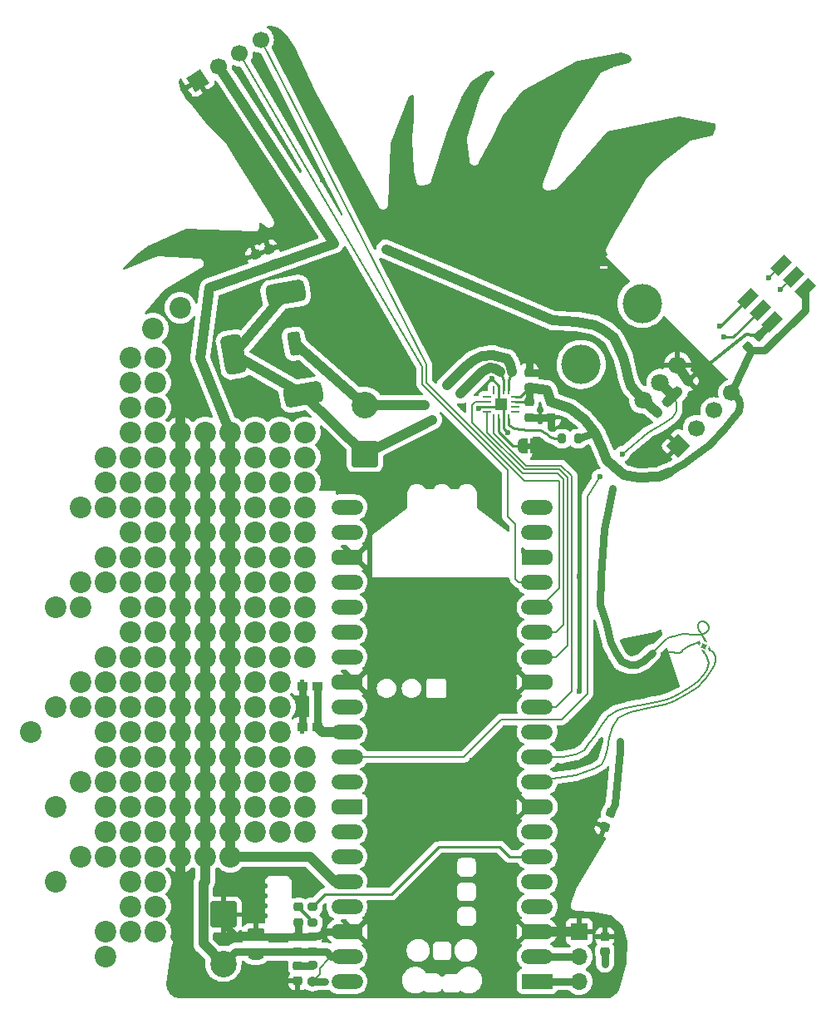
<source format=gbr>
%TF.GenerationSoftware,KiCad,Pcbnew,8.0.6*%
%TF.CreationDate,2024-11-07T16:30:53+01:00*%
%TF.ProjectId,SQUIM_v02,53515549-4d5f-4763-9032-2e6b69636164,rev?*%
%TF.SameCoordinates,Original*%
%TF.FileFunction,Copper,L1,Top*%
%TF.FilePolarity,Positive*%
%FSLAX46Y46*%
G04 Gerber Fmt 4.6, Leading zero omitted, Abs format (unit mm)*
G04 Created by KiCad (PCBNEW 8.0.6) date 2024-11-07 16:30:53*
%MOMM*%
%LPD*%
G01*
G04 APERTURE LIST*
G04 Aperture macros list*
%AMRoundRect*
0 Rectangle with rounded corners*
0 $1 Rounding radius*
0 $2 $3 $4 $5 $6 $7 $8 $9 X,Y pos of 4 corners*
0 Add a 4 corners polygon primitive as box body*
4,1,4,$2,$3,$4,$5,$6,$7,$8,$9,$2,$3,0*
0 Add four circle primitives for the rounded corners*
1,1,$1+$1,$2,$3*
1,1,$1+$1,$4,$5*
1,1,$1+$1,$6,$7*
1,1,$1+$1,$8,$9*
0 Add four rect primitives between the rounded corners*
20,1,$1+$1,$2,$3,$4,$5,0*
20,1,$1+$1,$4,$5,$6,$7,0*
20,1,$1+$1,$6,$7,$8,$9,0*
20,1,$1+$1,$8,$9,$2,$3,0*%
%AMHorizOval*
0 Thick line with rounded ends*
0 $1 width*
0 $2 $3 position (X,Y) of the first rounded end (center of the circle)*
0 $4 $5 position (X,Y) of the second rounded end (center of the circle)*
0 Add line between two ends*
20,1,$1,$2,$3,$4,$5,0*
0 Add two circle primitives to create the rounded ends*
1,1,$1,$2,$3*
1,1,$1,$4,$5*%
%AMRotRect*
0 Rectangle, with rotation*
0 The origin of the aperture is its center*
0 $1 length*
0 $2 width*
0 $3 Rotation angle, in degrees counterclockwise*
0 Add horizontal line*
21,1,$1,$2,0,0,$3*%
%AMFreePoly0*
4,1,5,0.110000,-0.125000,-0.110000,-0.125000,-0.110000,0.125000,0.360000,0.125000,0.110000,-0.125000,0.110000,-0.125000,$1*%
%AMFreePoly1*
4,1,6,0.290000,-0.055000,0.290000,-0.125000,-0.110000,-0.125000,-0.110000,0.125000,0.110000,0.125000,0.290000,-0.055000,0.290000,-0.055000,$1*%
%AMFreePoly2*
4,1,7,0.110000,-0.125000,-0.110000,-0.125000,-0.290000,-0.125000,-0.290000,-0.055000,-0.110000,0.125000,0.110000,0.125000,0.110000,-0.125000,0.110000,-0.125000,$1*%
%AMFreePoly3*
4,1,6,0.110000,-0.125000,-0.110000,-0.125000,-0.290000,0.055000,-0.290000,0.125000,0.110000,0.125000,0.110000,-0.125000,0.110000,-0.125000,$1*%
%AMFreePoly4*
4,1,28,0.178017,0.779942,0.347107,0.720775,0.498792,0.625465,0.625465,0.498792,0.720775,0.347107,0.779942,0.178017,0.800000,0.000000,0.779942,-0.178017,0.720775,-0.347107,0.625465,-0.498792,0.498792,-0.625465,0.347107,-0.720775,0.178017,-0.779942,0.000000,-0.800000,-2.200000,-0.800000,-2.205014,-0.794986,-2.244504,-0.794986,-2.324698,-0.756366,-2.380194,-0.686777,-2.400000,-0.600000,
-2.400000,0.600000,-2.380194,0.686777,-2.324698,0.756366,-2.244504,0.794986,-2.205014,0.794986,-2.200000,0.800000,0.000000,0.800000,0.178017,0.779942,0.178017,0.779942,$1*%
%AMFreePoly5*
4,1,28,0.605014,0.794986,0.644504,0.794986,0.724698,0.756366,0.780194,0.686777,0.800000,0.600000,0.800000,-0.600000,0.780194,-0.686777,0.724698,-0.756366,0.644504,-0.794986,0.605014,-0.794986,0.600000,-0.800000,0.000000,-0.800000,-0.178017,-0.779942,-0.347107,-0.720775,-0.498792,-0.625465,-0.625465,-0.498792,-0.720775,-0.347107,-0.779942,-0.178017,-0.800000,0.000000,-0.779942,0.178017,
-0.720775,0.347107,-0.625465,0.498792,-0.498792,0.625465,-0.347107,0.720775,-0.178017,0.779942,0.000000,0.800000,0.600000,0.800000,0.605014,0.794986,0.605014,0.794986,$1*%
%AMFreePoly6*
4,1,29,0.605014,0.794986,0.644504,0.794986,0.724698,0.756366,0.780194,0.686777,0.800000,0.600000,0.800000,-0.600000,0.780194,-0.686777,0.724698,-0.756366,0.644504,-0.794986,0.605014,-0.794986,0.600000,-0.800000,0.000000,-0.800000,-1.600000,-0.800000,-1.778017,-0.779942,-1.947107,-0.720775,-2.098792,-0.625465,-2.225465,-0.498792,-2.320775,-0.347107,-2.379942,-0.178017,-2.400000,0.000000,
-2.379942,0.178017,-2.320775,0.347107,-2.225465,0.498792,-2.098792,0.625465,-1.947107,0.720775,-1.778017,0.779942,-1.600000,0.800000,0.600000,0.800000,0.605014,0.794986,0.605014,0.794986,$1*%
%AMFreePoly7*
4,1,28,0.178017,0.779942,0.347107,0.720775,0.498792,0.625465,0.625465,0.498792,0.720775,0.347107,0.779942,0.178017,0.800000,0.000000,0.779942,-0.178017,0.720775,-0.347107,0.625465,-0.498792,0.498792,-0.625465,0.347107,-0.720775,0.178017,-0.779942,0.000000,-0.800000,-0.600000,-0.800000,-0.605014,-0.794986,-0.644504,-0.794986,-0.724698,-0.756366,-0.780194,-0.686777,-0.800000,-0.600000,
-0.800000,0.600000,-0.780194,0.686777,-0.724698,0.756366,-0.644504,0.794986,-0.605014,0.794986,-0.600000,0.800000,0.000000,0.800000,0.178017,0.779942,0.178017,0.779942,$1*%
%AMFreePoly8*
4,1,29,1.778017,0.779942,1.947107,0.720775,2.098792,0.625465,2.225465,0.498792,2.320775,0.347107,2.379942,0.178017,2.400000,0.000000,2.379942,-0.178017,2.320775,-0.347107,2.225465,-0.498792,2.098792,-0.625465,1.947107,-0.720775,1.778017,-0.779942,1.600000,-0.800000,0.000000,-0.800000,-0.600000,-0.800000,-0.605014,-0.794986,-0.644504,-0.794986,-0.724698,-0.756366,-0.780194,-0.686777,
-0.800000,-0.600000,-0.800000,0.600000,-0.780194,0.686777,-0.724698,0.756366,-0.644504,0.794986,-0.605014,0.794986,-0.600000,0.800000,1.600000,0.800000,1.778017,0.779942,1.778017,0.779942,$1*%
%AMFreePoly9*
4,1,19,0.500000,-0.750000,0.000000,-0.750000,0.000000,-0.744911,-0.071157,-0.744911,-0.207708,-0.704816,-0.327430,-0.627875,-0.420627,-0.520320,-0.479746,-0.390866,-0.500000,-0.250000,-0.500000,0.250000,-0.479746,0.390866,-0.420627,0.520320,-0.327430,0.627875,-0.207708,0.704816,-0.071157,0.744911,0.000000,0.744911,0.000000,0.750000,0.500000,0.750000,0.500000,-0.750000,0.500000,-0.750000,
$1*%
%AMFreePoly10*
4,1,19,0.000000,0.744911,0.071157,0.744911,0.207708,0.704816,0.327430,0.627875,0.420627,0.520320,0.479746,0.390866,0.500000,0.250000,0.500000,-0.250000,0.479746,-0.390866,0.420627,-0.520320,0.327430,-0.627875,0.207708,-0.704816,0.071157,-0.744911,0.000000,-0.744911,0.000000,-0.750000,-0.500000,-0.750000,-0.500000,0.750000,0.000000,0.750000,0.000000,0.744911,0.000000,0.744911,
$1*%
G04 Aperture macros list end*
%TA.AperFunction,EtchedComponent*%
%ADD10C,0.000000*%
%TD*%
%TA.AperFunction,ComponentPad*%
%ADD11C,2.200000*%
%TD*%
%TA.AperFunction,SMDPad,CuDef*%
%ADD12RoundRect,0.200000X0.200000X0.275000X-0.200000X0.275000X-0.200000X-0.275000X0.200000X-0.275000X0*%
%TD*%
%TA.AperFunction,ComponentPad*%
%ADD13RoundRect,0.250000X-0.625000X0.350000X-0.625000X-0.350000X0.625000X-0.350000X0.625000X0.350000X0*%
%TD*%
%TA.AperFunction,ComponentPad*%
%ADD14O,1.750000X1.200000*%
%TD*%
%TA.AperFunction,SMDPad,CuDef*%
%ADD15RoundRect,0.225000X0.017678X-0.335876X0.335876X-0.017678X-0.017678X0.335876X-0.335876X0.017678X0*%
%TD*%
%TA.AperFunction,SMDPad,CuDef*%
%ADD16RoundRect,0.200000X0.275000X-0.200000X0.275000X0.200000X-0.275000X0.200000X-0.275000X-0.200000X0*%
%TD*%
%TA.AperFunction,ComponentPad*%
%ADD17RoundRect,0.325000X0.472005X-0.805271X0.168120X0.918142X-0.472005X0.805271X-0.168120X-0.918142X0*%
%TD*%
%TA.AperFunction,ComponentPad*%
%ADD18RoundRect,0.550000X-1.332465X-0.793434X1.523478X-0.289854X1.332465X0.793434X-1.523478X0.289854X0*%
%TD*%
%TA.AperFunction,ComponentPad*%
%ADD19RoundRect,0.550000X0.793434X-1.332465X0.289854X1.523478X-0.793434X1.332465X-0.289854X-1.523478X0*%
%TD*%
%TA.AperFunction,SMDPad,CuDef*%
%ADD20RoundRect,0.200000X-0.275000X0.200000X-0.275000X-0.200000X0.275000X-0.200000X0.275000X0.200000X0*%
%TD*%
%TA.AperFunction,SMDPad,CuDef*%
%ADD21RoundRect,0.225000X-0.250000X0.225000X-0.250000X-0.225000X0.250000X-0.225000X0.250000X0.225000X0*%
%TD*%
%TA.AperFunction,SMDPad,CuDef*%
%ADD22RoundRect,0.225000X0.314028X-0.120464X0.152762X0.299648X-0.314028X0.120464X-0.152762X-0.299648X0*%
%TD*%
%TA.AperFunction,ComponentPad*%
%ADD23RotRect,1.700000X1.700000X135.000000*%
%TD*%
%TA.AperFunction,ComponentPad*%
%ADD24HorizOval,1.700000X0.000000X0.000000X0.000000X0.000000X0*%
%TD*%
%TA.AperFunction,SMDPad,CuDef*%
%ADD25FreePoly0,294.000000*%
%TD*%
%TA.AperFunction,SMDPad,CuDef*%
%ADD26FreePoly1,294.000000*%
%TD*%
%TA.AperFunction,SMDPad,CuDef*%
%ADD27FreePoly2,294.000000*%
%TD*%
%TA.AperFunction,SMDPad,CuDef*%
%ADD28FreePoly3,294.000000*%
%TD*%
%TA.AperFunction,SMDPad,CuDef*%
%ADD29RotRect,0.480000X0.480000X339.000000*%
%TD*%
%TA.AperFunction,SMDPad,CuDef*%
%ADD30RoundRect,0.225000X0.250000X-0.225000X0.250000X0.225000X-0.250000X0.225000X-0.250000X-0.225000X0*%
%TD*%
%TA.AperFunction,SMDPad,CuDef*%
%ADD31R,1.000000X0.900000*%
%TD*%
%TA.AperFunction,WasherPad*%
%ADD32C,4.000000*%
%TD*%
%TA.AperFunction,ComponentPad*%
%ADD33C,1.800000*%
%TD*%
%TA.AperFunction,ComponentPad*%
%ADD34RoundRect,0.250001X1.099999X-1.099999X1.099999X1.099999X-1.099999X1.099999X-1.099999X-1.099999X0*%
%TD*%
%TA.AperFunction,ComponentPad*%
%ADD35C,2.700000*%
%TD*%
%TA.AperFunction,SMDPad,CuDef*%
%ADD36RoundRect,0.218750X0.256250X-0.218750X0.256250X0.218750X-0.256250X0.218750X-0.256250X-0.218750X0*%
%TD*%
%TA.AperFunction,ComponentPad*%
%ADD37RoundRect,0.250001X-1.099999X1.099999X-1.099999X-1.099999X1.099999X-1.099999X1.099999X1.099999X0*%
%TD*%
%TA.AperFunction,ComponentPad*%
%ADD38RoundRect,0.200000X0.600000X0.600000X-0.600000X0.600000X-0.600000X-0.600000X0.600000X-0.600000X0*%
%TD*%
%TA.AperFunction,SMDPad,CuDef*%
%ADD39FreePoly4,180.000000*%
%TD*%
%TA.AperFunction,ComponentPad*%
%ADD40C,1.600000*%
%TD*%
%TA.AperFunction,SMDPad,CuDef*%
%ADD41RoundRect,0.800000X0.800000X0.000010X-0.800000X0.000010X-0.800000X-0.000010X0.800000X-0.000010X0*%
%TD*%
%TA.AperFunction,ComponentPad*%
%ADD42FreePoly5,180.000000*%
%TD*%
%TA.AperFunction,SMDPad,CuDef*%
%ADD43FreePoly6,180.000000*%
%TD*%
%TA.AperFunction,ComponentPad*%
%ADD44FreePoly7,180.000000*%
%TD*%
%TA.AperFunction,SMDPad,CuDef*%
%ADD45FreePoly8,180.000000*%
%TD*%
%TA.AperFunction,ComponentPad*%
%ADD46RotRect,1.700000X1.700000X303.000000*%
%TD*%
%TA.AperFunction,ComponentPad*%
%ADD47C,1.700000*%
%TD*%
%TA.AperFunction,SMDPad,CuDef*%
%ADD48FreePoly9,180.000000*%
%TD*%
%TA.AperFunction,SMDPad,CuDef*%
%ADD49FreePoly10,180.000000*%
%TD*%
%TA.AperFunction,ComponentPad*%
%ADD50R,1.700000X1.700000*%
%TD*%
%TA.AperFunction,ComponentPad*%
%ADD51O,1.700000X1.700000*%
%TD*%
%TA.AperFunction,SMDPad,CuDef*%
%ADD52RoundRect,0.062500X0.062500X-0.350000X0.062500X0.350000X-0.062500X0.350000X-0.062500X-0.350000X0*%
%TD*%
%TA.AperFunction,SMDPad,CuDef*%
%ADD53RoundRect,0.062500X0.350000X-0.062500X0.350000X0.062500X-0.350000X0.062500X-0.350000X-0.062500X0*%
%TD*%
%TA.AperFunction,HeatsinkPad*%
%ADD54R,1.230000X1.230000*%
%TD*%
%TA.AperFunction,SMDPad,CuDef*%
%ADD55RoundRect,0.225000X-0.142212X0.304796X-0.318041X-0.109431X0.142212X-0.304796X0.318041X0.109431X0*%
%TD*%
%TA.AperFunction,SMDPad,CuDef*%
%ADD56RotRect,1.100000X2.000000X135.000000*%
%TD*%
%TA.AperFunction,ViaPad*%
%ADD57C,0.600000*%
%TD*%
%TA.AperFunction,Conductor*%
%ADD58C,0.250000*%
%TD*%
%TA.AperFunction,Conductor*%
%ADD59C,1.000000*%
%TD*%
%TA.AperFunction,Conductor*%
%ADD60C,0.800000*%
%TD*%
%TA.AperFunction,Conductor*%
%ADD61C,0.200000*%
%TD*%
%TA.AperFunction,Conductor*%
%ADD62C,0.300000*%
%TD*%
G04 APERTURE END LIST*
D10*
%TA.AperFunction,EtchedComponent*%
%TO.C,JP2*%
G36*
X151305228Y-102344994D02*
G01*
X150805228Y-102344994D01*
X150805228Y-101744994D01*
X151305228Y-101744994D01*
X151305228Y-102344994D01*
G37*
%TD.AperFunction*%
%TD*%
D11*
%TO.P,,1*%
%TO.N,GND*%
X115540228Y-100639994D03*
%TD*%
%TO.P,,1*%
%TO.N,GND*%
X115540228Y-103179994D03*
%TD*%
%TO.P,,1*%
%TO.N,GND*%
X115540228Y-108259994D03*
%TD*%
%TO.P,,1*%
%TO.N,GND*%
X115540228Y-110799994D03*
%TD*%
%TO.P,,1*%
%TO.N,GND*%
X115540228Y-105719994D03*
%TD*%
%TO.P,,1*%
%TO.N,GND*%
X115540228Y-113339994D03*
%TD*%
%TO.P,,1*%
%TO.N,GND*%
X115540228Y-118419994D03*
%TD*%
%TO.P,,1*%
%TO.N,GND*%
X115540228Y-120959994D03*
%TD*%
%TO.P,,1*%
%TO.N,GND*%
X115540228Y-115879994D03*
%TD*%
%TO.P,,1*%
%TO.N,GND*%
X115540228Y-123499994D03*
%TD*%
%TO.P,,1*%
%TO.N,GND*%
X115540228Y-128579994D03*
%TD*%
%TO.P,,1*%
%TO.N,GND*%
X115540228Y-131119994D03*
%TD*%
%TO.P,,1*%
%TO.N,GND*%
X115540228Y-126039994D03*
%TD*%
%TO.P,,1*%
%TO.N,GND*%
X115540228Y-133659994D03*
%TD*%
%TO.P,,1*%
%TO.N,GND*%
X115540228Y-136199994D03*
%TD*%
%TO.P,,1*%
%TO.N,GND*%
X115540228Y-138739994D03*
%TD*%
%TO.P,,1*%
%TO.N,GND*%
X115540228Y-141279994D03*
%TD*%
D12*
%TO.P,R3,1*%
%TO.N,+5V*%
X156085228Y-101269994D03*
%TO.P,R3,2*%
%TO.N,Net-(U2-~{SD_MODE})*%
X154435228Y-101269994D03*
%TD*%
D13*
%TO.P,J7,1,Pin_1*%
%TO.N,GND*%
X123210228Y-151719994D03*
D14*
%TO.P,J7,2,Pin_2*%
%TO.N,+5V*%
X123210228Y-153719994D03*
%TD*%
D11*
%TO.P,,1*%
%TO.N,N/C*%
X113000228Y-100639994D03*
%TD*%
%TO.P,,1*%
%TO.N,+5V*%
X118080228Y-115879994D03*
%TD*%
%TO.P,,1*%
%TO.N,N/C*%
X123160228Y-138739994D03*
%TD*%
%TO.P,,1*%
%TO.N,N/C*%
X125700228Y-100639994D03*
%TD*%
D15*
%TO.P,C11,1*%
%TO.N,Net-(U1-GPIO26_ADC0)*%
X166201992Y-96498008D03*
%TO.P,C11,2*%
%TO.N,GND*%
X167298008Y-95401992D03*
%TD*%
D11*
%TO.P,,1*%
%TO.N,+3V3*%
X120620228Y-131119994D03*
%TD*%
%TO.P,,1*%
%TO.N,+5V*%
X118080228Y-131119994D03*
%TD*%
%TO.P,,1*%
%TO.N,N/C*%
X128240228Y-133659994D03*
%TD*%
%TO.P,,1*%
%TO.N,N/C*%
X123160228Y-120959994D03*
%TD*%
D16*
%TO.P,R1,1*%
%TO.N,+5V*%
X129005228Y-156519994D03*
%TO.P,R1,2*%
%TO.N,Net-(D9-A)*%
X129005228Y-154869994D03*
%TD*%
D15*
%TO.P,C12,1*%
%TO.N,+3V3*%
X164101992Y-98598008D03*
%TO.P,C12,2*%
%TO.N,Net-(U1-GPIO26_ADC0)*%
X165198008Y-97501992D03*
%TD*%
D11*
%TO.P,,1*%
%TO.N,N/C*%
X113000228Y-95559994D03*
%TD*%
%TO.P,,1*%
%TO.N,N/C*%
X113000228Y-141279994D03*
%TD*%
D17*
%TO.P,J2,1,In*%
%TO.N,Net-(J2-In)*%
X127192625Y-91613369D03*
D18*
%TO.P,J2,2,Ext*%
%TO.N,Net-(J2-Ext)*%
X126280972Y-86443128D03*
D19*
X120988336Y-92707352D03*
D18*
X128104278Y-96783610D03*
%TD*%
D11*
%TO.P,,1*%
%TO.N,N/C*%
X107920228Y-108259994D03*
%TD*%
%TO.P,,1*%
%TO.N,N/C*%
X105380228Y-118419994D03*
%TD*%
D20*
%TO.P,R2,1*%
%TO.N,Net-(U1-GPIO4)*%
X129030228Y-148894994D03*
%TO.P,R2,2*%
%TO.N,Net-(D10-A)*%
X129030228Y-150544994D03*
%TD*%
D11*
%TO.P,,1*%
%TO.N,N/C*%
X115540228Y-87939994D03*
%TD*%
%TO.P,,1*%
%TO.N,N/C*%
X125700228Y-115879994D03*
%TD*%
%TO.P,,1*%
%TO.N,N/C*%
X110460228Y-138739994D03*
%TD*%
%TO.P,,1*%
%TO.N,+3V3*%
X120620228Y-136199994D03*
%TD*%
%TO.P,,1*%
%TO.N,N/C*%
X128240228Y-103179994D03*
%TD*%
D21*
%TO.P,C9,1*%
%TO.N,+5V*%
X153330228Y-97544994D03*
%TO.P,C9,2*%
%TO.N,GND*%
X153330228Y-99094994D03*
%TD*%
D11*
%TO.P,,1*%
%TO.N,+5V*%
X118080228Y-100639994D03*
%TD*%
%TO.P,,1*%
%TO.N,N/C*%
X110460228Y-123499994D03*
%TD*%
D22*
%TO.P,C7,1*%
%TO.N,+3V3*%
X123777735Y-84023525D03*
%TO.P,C7,2*%
%TO.N,GND*%
X123222265Y-82576475D03*
%TD*%
D23*
%TO.P,J6,1,Pin_1*%
%TO.N,GND*%
X166300000Y-102000000D03*
D24*
%TO.P,J6,2,Pin_2*%
%TO.N,EXT_LED_DO*%
X168096051Y-100203949D03*
%TO.P,J6,3,Pin_3*%
%TO.N,EXT_LED_CO*%
X169892102Y-98407898D03*
%TO.P,J6,4,Pin_4*%
%TO.N,+5V*%
X171688154Y-96611846D03*
%TD*%
D11*
%TO.P,,1*%
%TO.N,N/C*%
X110460228Y-131119994D03*
%TD*%
%TO.P,,1*%
%TO.N,N/C*%
X125700228Y-123499994D03*
%TD*%
%TO.P,,1*%
%TO.N,N/C*%
X113000228Y-108259994D03*
%TD*%
%TO.P,,1*%
%TO.N,N/C*%
X110460228Y-93019994D03*
%TD*%
%TO.P,,1*%
%TO.N,N/C*%
X125700228Y-136199994D03*
%TD*%
%TO.P,,1*%
%TO.N,N/C*%
X113000228Y-133659994D03*
%TD*%
%TO.P,,1*%
%TO.N,N/C*%
X110460228Y-143819994D03*
%TD*%
%TO.P,,1*%
%TO.N,N/C*%
X107920228Y-136199994D03*
%TD*%
%TO.P,,1*%
%TO.N,N/C*%
X107920228Y-126039994D03*
%TD*%
%TO.P,,1*%
%TO.N,N/C*%
X123160228Y-131119994D03*
%TD*%
%TO.P,,1*%
%TO.N,N/C*%
X110460228Y-108259994D03*
%TD*%
%TO.P,,1*%
%TO.N,N/C*%
X102840228Y-128579994D03*
%TD*%
D25*
%TO.P,U3,1,Vdd*%
%TO.N,+3V3*%
X168997492Y-121769490D03*
D26*
%TO.P,U3,2,GND*%
%TO.N,GND*%
X168403688Y-122033869D03*
D27*
%TO.P,U3,3,OUT_S*%
%TO.N,MAG_S*%
X168842964Y-123020498D03*
D28*
%TO.P,U3,4,OUT_N*%
%TO.N,MAG_N*%
X169436768Y-122756119D03*
D29*
%TO.P,U3,5,EP*%
%TO.N,unconnected-(U3-EP-Pad5)*%
X168920228Y-122394994D03*
%TD*%
D11*
%TO.P,,1*%
%TO.N,N/C*%
X123160228Y-136199994D03*
%TD*%
%TO.P,,1*%
%TO.N,N/C*%
X113000228Y-143819994D03*
%TD*%
D30*
%TO.P,C8,1*%
%TO.N,+5V*%
X158800000Y-153494994D03*
%TO.P,C8,2*%
%TO.N,GND*%
X158800000Y-151944994D03*
%TD*%
D11*
%TO.P,,1*%
%TO.N,N/C*%
X113000228Y-136199994D03*
%TD*%
%TO.P,,1*%
%TO.N,N/C*%
X125700228Y-118419994D03*
%TD*%
D31*
%TO.P,SW1,1,1*%
%TO.N,GND*%
X127948228Y-130604994D03*
X127948228Y-126504994D03*
%TO.P,SW1,2,2*%
%TO.N,Net-(U1-RUN)*%
X129548228Y-130604994D03*
X129548228Y-126504994D03*
%TD*%
D11*
%TO.P,,1*%
%TO.N,+3V3*%
X120620228Y-126039994D03*
%TD*%
%TO.P,,1*%
%TO.N,N/C*%
X100300228Y-131119994D03*
%TD*%
%TO.P,,1*%
%TO.N,N/C*%
X113000228Y-120959994D03*
%TD*%
%TO.P,,1*%
%TO.N,N/C*%
X107920228Y-113339994D03*
%TD*%
%TO.P,,1*%
%TO.N,N/C*%
X113000228Y-151439994D03*
%TD*%
%TO.P,,1*%
%TO.N,N/C*%
X110460228Y-120959994D03*
%TD*%
%TO.P,,1*%
%TO.N,N/C*%
X107920228Y-153979994D03*
%TD*%
%TO.P,,1*%
%TO.N,N/C*%
X110460228Y-148899994D03*
%TD*%
%TO.P,,1*%
%TO.N,N/C*%
X125700228Y-108259994D03*
%TD*%
%TO.P,,1*%
%TO.N,N/C*%
X128240228Y-115879994D03*
%TD*%
%TO.P,,1*%
%TO.N,N/C*%
X123160228Y-105719994D03*
%TD*%
D30*
%TO.P,C2,1*%
%TO.N,+5V*%
X151080228Y-96094994D03*
%TO.P,C2,2*%
%TO.N,GND*%
X151080228Y-94544994D03*
%TD*%
D11*
%TO.P,,1*%
%TO.N,+3V3*%
X120620228Y-123499994D03*
%TD*%
%TO.P,,1*%
%TO.N,+5V*%
X118080228Y-118419994D03*
%TD*%
%TO.P,,1*%
%TO.N,N/C*%
X113000228Y-118419994D03*
%TD*%
%TO.P,,1*%
%TO.N,N/C*%
X125700228Y-103179994D03*
%TD*%
D32*
%TO.P,RV1,*%
%TO.N,*%
X156371216Y-93729289D03*
X162593755Y-87506750D03*
D33*
%TO.P,RV1,1,1*%
%TO.N,GND*%
X166200000Y-93800000D03*
%TO.P,RV1,2,2*%
%TO.N,Net-(U1-GPIO26_ADC0)*%
X164432233Y-95567767D03*
%TO.P,RV1,3,3*%
%TO.N,+3V3*%
X162664466Y-97335534D03*
%TD*%
D11*
%TO.P,,1*%
%TO.N,N/C*%
X125700228Y-128579994D03*
%TD*%
%TO.P,,1*%
%TO.N,N/C*%
X123160228Y-108259994D03*
%TD*%
%TO.P,,1*%
%TO.N,N/C*%
X107920228Y-138739994D03*
%TD*%
%TO.P,,1*%
%TO.N,N/C*%
X128240228Y-123499994D03*
%TD*%
%TO.P,,1*%
%TO.N,N/C*%
X105380228Y-115879994D03*
%TD*%
%TO.P,,1*%
%TO.N,N/C*%
X125700228Y-133659994D03*
%TD*%
%TO.P,,1*%
%TO.N,N/C*%
X128240228Y-113339994D03*
%TD*%
%TO.P,,1*%
%TO.N,+3V3*%
X120620228Y-118419994D03*
%TD*%
%TO.P,,1*%
%TO.N,+3V3*%
X120620228Y-143819994D03*
%TD*%
%TO.P,,1*%
%TO.N,N/C*%
X110460228Y-115879994D03*
%TD*%
%TO.P,,1*%
%TO.N,+3V3*%
X120620228Y-138739994D03*
%TD*%
%TO.P,,1*%
%TO.N,+5V*%
X118080228Y-141279994D03*
%TD*%
%TO.P,,1*%
%TO.N,N/C*%
X105380228Y-128579994D03*
%TD*%
%TO.P,,1*%
%TO.N,+5V*%
X118080228Y-113339994D03*
%TD*%
%TO.P,,1*%
%TO.N,+5V*%
X118080228Y-108259994D03*
%TD*%
D30*
%TO.P,C3,1*%
%TO.N,+5V*%
X129005228Y-153494994D03*
%TO.P,C3,2*%
%TO.N,GND*%
X129005228Y-151944994D03*
%TD*%
D11*
%TO.P,,1*%
%TO.N,N/C*%
X102840228Y-146359994D03*
%TD*%
%TO.P,,1*%
%TO.N,N/C*%
X113000228Y-113339994D03*
%TD*%
%TO.P,,1*%
%TO.N,N/C*%
X113000228Y-146359994D03*
%TD*%
%TO.P,,1*%
%TO.N,N/C*%
X107920228Y-115879994D03*
%TD*%
%TO.P,,1*%
%TO.N,N/C*%
X123160228Y-115879994D03*
%TD*%
%TO.P,,1*%
%TO.N,N/C*%
X123160228Y-103179994D03*
%TD*%
%TO.P,,1*%
%TO.N,+3V3*%
X120620228Y-108259994D03*
%TD*%
%TO.P,,1*%
%TO.N,N/C*%
X125700228Y-110799994D03*
%TD*%
%TO.P,,1*%
%TO.N,N/C*%
X128240228Y-110799994D03*
%TD*%
D34*
%TO.P,J3,1,Pin_1*%
%TO.N,Net-(J2-Ext)*%
X134350000Y-102827500D03*
D35*
%TO.P,J3,2,Pin_2*%
%TO.N,Net-(J2-In)*%
X134350000Y-97827500D03*
%TD*%
D11*
%TO.P,,1*%
%TO.N,N/C*%
X125700228Y-105719994D03*
%TD*%
%TO.P,,1*%
%TO.N,N/C*%
X110460228Y-128579994D03*
%TD*%
%TO.P,,1*%
%TO.N,+3V3*%
X120620228Y-100639994D03*
%TD*%
%TO.P,,1*%
%TO.N,N/C*%
X123160228Y-100639994D03*
%TD*%
%TO.P,,1*%
%TO.N,N/C*%
X102840228Y-138739994D03*
%TD*%
%TO.P,,1*%
%TO.N,+5V*%
X118080228Y-103179994D03*
%TD*%
%TO.P,,1*%
%TO.N,N/C*%
X110460228Y-126039994D03*
%TD*%
%TO.P,,1*%
%TO.N,+3V3*%
X120620228Y-133659994D03*
%TD*%
%TO.P,,1*%
%TO.N,GND*%
X115540228Y-143819994D03*
%TD*%
%TO.P,,1*%
%TO.N,+5V*%
X118080228Y-136199994D03*
%TD*%
%TO.P,,1*%
%TO.N,N/C*%
X123160228Y-123499994D03*
%TD*%
%TO.P,,1*%
%TO.N,N/C*%
X128240228Y-105719994D03*
%TD*%
%TO.P,,1*%
%TO.N,N/C*%
X125700228Y-131119994D03*
%TD*%
%TO.P,,1*%
%TO.N,N/C*%
X125700228Y-141279994D03*
%TD*%
%TO.P,,1*%
%TO.N,N/C*%
X128240228Y-138739994D03*
%TD*%
%TO.P,,1*%
%TO.N,N/C*%
X110460228Y-136199994D03*
%TD*%
%TO.P,,1*%
%TO.N,+3V3*%
X120620228Y-141279994D03*
%TD*%
%TO.P,,1*%
%TO.N,N/C*%
X128240228Y-118419994D03*
%TD*%
%TO.P,,1*%
%TO.N,N/C*%
X123160228Y-113339994D03*
%TD*%
%TO.P,,1*%
%TO.N,N/C*%
X128240228Y-108259994D03*
%TD*%
%TO.P,,1*%
%TO.N,+5V*%
X118080228Y-105719994D03*
%TD*%
%TO.P,,1*%
%TO.N,N/C*%
X110460228Y-95559994D03*
%TD*%
%TO.P,,1*%
%TO.N,N/C*%
X110460228Y-146359994D03*
%TD*%
D22*
%TO.P,C10,1*%
%TO.N,+3V3*%
X125150000Y-83500000D03*
%TO.P,C10,2*%
%TO.N,GND*%
X124594530Y-82052950D03*
%TD*%
D11*
%TO.P,,1*%
%TO.N,N/C*%
X110460228Y-110799994D03*
%TD*%
%TO.P,,1*%
%TO.N,N/C*%
X128240228Y-141279994D03*
%TD*%
D15*
%TO.P,C5,1*%
%TO.N,+5V*%
X173351992Y-91948008D03*
%TO.P,C5,2*%
%TO.N,GND*%
X174448008Y-90851992D03*
%TD*%
D11*
%TO.P,,1*%
%TO.N,N/C*%
X113000228Y-138739994D03*
%TD*%
%TO.P,,1*%
%TO.N,+3V3*%
X120620228Y-120959994D03*
%TD*%
%TO.P,,1*%
%TO.N,N/C*%
X107920228Y-151439994D03*
%TD*%
%TO.P,,1*%
%TO.N,+3V3*%
X120620228Y-115879994D03*
%TD*%
%TO.P,,1*%
%TO.N,+3V3*%
X120620228Y-113339994D03*
%TD*%
D36*
%TO.P,D10,1,K*%
%TO.N,GND*%
X127530228Y-150507494D03*
%TO.P,D10,2,A*%
%TO.N,Net-(D10-A)*%
X127530228Y-148932494D03*
%TD*%
D11*
%TO.P,,1*%
%TO.N,N/C*%
X128240228Y-120959994D03*
%TD*%
D36*
%TO.P,D9,1,K*%
%TO.N,GND*%
X127505228Y-156482494D03*
%TO.P,D9,2,A*%
%TO.N,Net-(D9-A)*%
X127505228Y-154907494D03*
%TD*%
D11*
%TO.P,,1*%
%TO.N,+5V*%
X118080228Y-120959994D03*
%TD*%
%TO.P,,1*%
%TO.N,+3V3*%
X120620228Y-105719994D03*
%TD*%
%TO.P,,1*%
%TO.N,N/C*%
X125700228Y-138739994D03*
%TD*%
%TO.P,,1*%
%TO.N,N/C*%
X107920228Y-105719994D03*
%TD*%
D37*
%TO.P,J5,1,Pin_1*%
%TO.N,GND*%
X119930228Y-149719994D03*
D35*
%TO.P,J5,2,Pin_2*%
%TO.N,+5V*%
X119930228Y-154719994D03*
%TD*%
D11*
%TO.P,,1*%
%TO.N,N/C*%
X110460228Y-151439994D03*
%TD*%
%TO.P,,1*%
%TO.N,N/C*%
X123160228Y-141279994D03*
%TD*%
%TO.P,,1*%
%TO.N,N/C*%
X105380228Y-143819994D03*
%TD*%
%TO.P,,1*%
%TO.N,N/C*%
X110460228Y-103179994D03*
%TD*%
%TO.P,,1*%
%TO.N,N/C*%
X128240228Y-136199994D03*
%TD*%
%TO.P,,1*%
%TO.N,N/C*%
X110460228Y-141279994D03*
%TD*%
%TO.P,,1*%
%TO.N,N/C*%
X107920228Y-141279994D03*
%TD*%
%TO.P,,1*%
%TO.N,N/C*%
X113000228Y-123499994D03*
%TD*%
%TO.P,,1*%
%TO.N,N/C*%
X110460228Y-133659994D03*
%TD*%
D38*
%TO.P,U1,1,GPIO0*%
%TO.N,uart0_TX*%
X151100228Y-156519994D03*
D39*
X151100228Y-156519994D03*
D40*
%TO.P,U1,2,GPIO1*%
%TO.N,uart0_RX*%
X151100228Y-153979994D03*
D41*
X151900228Y-153979994D03*
D42*
%TO.P,U1,3,GND*%
%TO.N,GND*%
X151100228Y-151439994D03*
D43*
X151100228Y-151439994D03*
D40*
%TO.P,U1,4,GPIO2*%
%TO.N,LED_CO*%
X151100228Y-148899994D03*
D41*
X151900228Y-148899994D03*
D40*
%TO.P,U1,5,GPIO3*%
%TO.N,LED_DO*%
X151100228Y-146359994D03*
D41*
X151900228Y-146359994D03*
D40*
%TO.P,U1,6,GPIO4*%
%TO.N,Net-(U1-GPIO4)*%
X151100228Y-143819994D03*
D41*
X151900228Y-143819994D03*
D40*
%TO.P,U1,7,GPIO5*%
%TO.N,unconnected-(U1-GPIO5-Pad7)*%
X151100228Y-141279994D03*
D41*
%TO.N,unconnected-(U1-GPIO5-Pad7)_1*%
X151900228Y-141279994D03*
D42*
%TO.P,U1,8,GND*%
%TO.N,GND*%
X151100228Y-138739994D03*
D43*
X151100228Y-138739994D03*
D40*
%TO.P,U1,9,GPIO6*%
%TO.N,MAG_N*%
X151100228Y-136199994D03*
D41*
X151900228Y-136199994D03*
D40*
%TO.P,U1,10,GPIO7*%
%TO.N,MAG_S*%
X151100228Y-133659994D03*
D41*
X151900228Y-133659994D03*
D40*
%TO.P,U1,11,GPIO8*%
%TO.N,unconnected-(U1-GPIO8-Pad11)*%
X151100228Y-131119994D03*
D41*
%TO.N,unconnected-(U1-GPIO8-Pad11)_1*%
X151900228Y-131119994D03*
D40*
%TO.P,U1,12,GPIO9*%
%TO.N,DIN*%
X151100228Y-128579994D03*
D41*
X151900228Y-128579994D03*
D42*
%TO.P,U1,13,GND*%
%TO.N,GND*%
X151100228Y-126039994D03*
D43*
X151100228Y-126039994D03*
D40*
%TO.P,U1,14,GPIO10*%
%TO.N,BCLK*%
X151100228Y-123499994D03*
D41*
X151900228Y-123499994D03*
D40*
%TO.P,U1,15,GPIO11*%
%TO.N,LRCLK*%
X151100228Y-120959994D03*
D41*
X151900228Y-120959994D03*
D40*
%TO.P,U1,16,GPIO12*%
%TO.N,display_SDA*%
X151100228Y-118419994D03*
D41*
X151900228Y-118419994D03*
D40*
%TO.P,U1,17,GPIO13*%
%TO.N,display_SCL*%
X151100228Y-115879994D03*
D41*
X151900228Y-115879994D03*
D42*
%TO.P,U1,18,GND*%
%TO.N,GND*%
X151100228Y-113339994D03*
D43*
X151100228Y-113339994D03*
D40*
%TO.P,U1,19,GPIO14*%
%TO.N,unconnected-(U1-GPIO14-Pad19)*%
X151100228Y-110799994D03*
D41*
%TO.N,unconnected-(U1-GPIO14-Pad19)_1*%
X151900228Y-110799994D03*
D40*
%TO.P,U1,20,GPIO15*%
%TO.N,unconnected-(U1-GPIO15-Pad20)*%
X151100228Y-108259994D03*
D41*
%TO.N,unconnected-(U1-GPIO15-Pad20)_1*%
X151900228Y-108259994D03*
D40*
%TO.P,U1,21,GPIO16*%
%TO.N,unconnected-(U1-GPIO16-Pad21)_1*%
X133320228Y-108259994D03*
D41*
%TO.N,unconnected-(U1-GPIO16-Pad21)*%
X132520228Y-108259994D03*
D40*
%TO.P,U1,22,GPIO17*%
%TO.N,unconnected-(U1-GPIO17-Pad22)*%
X133320228Y-110799994D03*
D41*
%TO.N,unconnected-(U1-GPIO17-Pad22)_1*%
X132520228Y-110799994D03*
D44*
%TO.P,U1,23,GND*%
%TO.N,GND*%
X133320228Y-113339994D03*
D45*
X133320228Y-113339994D03*
D40*
%TO.P,U1,24,GPIO18*%
%TO.N,unconnected-(U1-GPIO18-Pad24)_1*%
X133320228Y-115879994D03*
D41*
%TO.N,unconnected-(U1-GPIO18-Pad24)*%
X132520228Y-115879994D03*
D40*
%TO.P,U1,25,GPIO19*%
%TO.N,unconnected-(U1-GPIO19-Pad25)*%
X133320228Y-118419994D03*
D41*
%TO.N,unconnected-(U1-GPIO19-Pad25)_1*%
X132520228Y-118419994D03*
D40*
%TO.P,U1,26,GPIO20*%
%TO.N,unconnected-(U1-GPIO20-Pad26)_1*%
X133320228Y-120959994D03*
D41*
%TO.N,unconnected-(U1-GPIO20-Pad26)*%
X132520228Y-120959994D03*
D40*
%TO.P,U1,27,GPIO21*%
%TO.N,unconnected-(U1-GPIO21-Pad27)*%
X133320228Y-123499994D03*
D41*
%TO.N,unconnected-(U1-GPIO21-Pad27)_1*%
X132520228Y-123499994D03*
D44*
%TO.P,U1,28,GND*%
%TO.N,GND*%
X133320228Y-126039994D03*
D45*
X133320228Y-126039994D03*
D40*
%TO.P,U1,29,GPIO22*%
%TO.N,unconnected-(U1-GPIO22-Pad29)*%
X133320228Y-128579994D03*
D41*
%TO.N,unconnected-(U1-GPIO22-Pad29)_1*%
X132520228Y-128579994D03*
D40*
%TO.P,U1,30,RUN*%
%TO.N,Net-(U1-RUN)*%
X133320228Y-131119994D03*
D41*
X132520228Y-131119994D03*
D40*
%TO.P,U1,31,GPIO26_ADC0*%
%TO.N,Net-(U1-GPIO26_ADC0)*%
X133320228Y-133659994D03*
D41*
X132520228Y-133659994D03*
D40*
%TO.P,U1,32,GPIO27_ADC1*%
%TO.N,unconnected-(U1-GPIO27_ADC1-Pad32)_1*%
X133320228Y-136199994D03*
D41*
%TO.N,unconnected-(U1-GPIO27_ADC1-Pad32)*%
X132520228Y-136199994D03*
D44*
%TO.P,U1,33,AGND*%
%TO.N,unconnected-(U1-AGND-Pad33)*%
X133320228Y-138739994D03*
D45*
%TO.N,unconnected-(U1-AGND-Pad33)_1*%
X133320228Y-138739994D03*
D40*
%TO.P,U1,34,GPIO28_ADC2*%
%TO.N,unconnected-(U1-GPIO28_ADC2-Pad34)*%
X133320228Y-141279994D03*
D41*
%TO.N,unconnected-(U1-GPIO28_ADC2-Pad34)_1*%
X132520228Y-141279994D03*
D40*
%TO.P,U1,35,ADC_VREF*%
%TO.N,unconnected-(U1-ADC_VREF-Pad35)*%
X133320228Y-143819994D03*
D41*
%TO.N,unconnected-(U1-ADC_VREF-Pad35)_1*%
X132520228Y-143819994D03*
D40*
%TO.P,U1,36,3V3*%
%TO.N,+3V3*%
X133320228Y-146359994D03*
D41*
X132520228Y-146359994D03*
D40*
%TO.P,U1,37,3V3_EN*%
%TO.N,unconnected-(U1-3V3_EN-Pad37)*%
X133320228Y-148899994D03*
D41*
%TO.N,unconnected-(U1-3V3_EN-Pad37)_1*%
X132520228Y-148899994D03*
D44*
%TO.P,U1,38,GND*%
%TO.N,GND*%
X133320228Y-151439994D03*
D45*
X133320228Y-151439994D03*
D40*
%TO.P,U1,39,VSYS*%
%TO.N,+5V*%
X133320228Y-153979994D03*
D41*
X132520228Y-153979994D03*
D40*
%TO.P,U1,40,VBUS*%
%TO.N,unconnected-(U1-VBUS-Pad40)_1*%
X133320228Y-156519994D03*
D41*
%TO.N,unconnected-(U1-VBUS-Pad40)*%
X132520228Y-156519994D03*
%TD*%
D11*
%TO.P,,1*%
%TO.N,N/C*%
X102840228Y-118419994D03*
%TD*%
D46*
%TO.P,J4,1,Pin_1*%
%TO.N,GND*%
X117333483Y-64813512D03*
D47*
%TO.P,J4,2,Pin_2*%
%TO.N,+3V3*%
X119463706Y-63430129D03*
%TO.P,J4,3,Pin_3*%
%TO.N,display_SCL*%
X121593930Y-62046746D03*
%TO.P,J4,4,Pin_4*%
%TO.N,display_SDA*%
X123724153Y-60663363D03*
%TD*%
D11*
%TO.P,,1*%
%TO.N,N/C*%
X110460228Y-100639994D03*
%TD*%
%TO.P,,1*%
%TO.N,N/C*%
X110460228Y-118419994D03*
%TD*%
%TO.P,,1*%
%TO.N,N/C*%
X113000228Y-110799994D03*
%TD*%
%TO.P,,1*%
%TO.N,N/C*%
X107920228Y-133659994D03*
%TD*%
%TO.P,,1*%
%TO.N,N/C*%
X113000228Y-131119994D03*
%TD*%
%TO.P,,1*%
%TO.N,N/C*%
X113000228Y-126039994D03*
%TD*%
D48*
%TO.P,JP2,1,A*%
%TO.N,GND*%
X151705228Y-102044994D03*
D49*
%TO.P,JP2,2,B*%
%TO.N,Net-(JP2-B)*%
X150405228Y-102044994D03*
%TD*%
D11*
%TO.P,,1*%
%TO.N,N/C*%
X123160228Y-133659994D03*
%TD*%
%TO.P,,1*%
%TO.N,N/C*%
X113000228Y-98099994D03*
%TD*%
%TO.P,,1*%
%TO.N,N/C*%
X107920228Y-131119994D03*
%TD*%
D50*
%TO.P,J1,1,Pin_1*%
%TO.N,GND*%
X156180228Y-151439994D03*
D51*
%TO.P,J1,2,Pin_2*%
%TO.N,uart0_RX*%
X156180228Y-153979994D03*
%TO.P,J1,3,Pin_3*%
%TO.N,uart0_TX*%
X156180228Y-156519994D03*
%TD*%
D11*
%TO.P,,1*%
%TO.N,N/C*%
X113000228Y-128579994D03*
%TD*%
%TO.P,,1*%
%TO.N,N/C*%
X125700228Y-120959994D03*
%TD*%
%TO.P,,1*%
%TO.N,+5V*%
X118080228Y-126039994D03*
%TD*%
D52*
%TO.P,U2,1,DIN*%
%TO.N,DIN*%
X147500228Y-99227494D03*
%TO.P,U2,2,GAIN_SLOT*%
%TO.N,Net-(JP2-B)*%
X148000228Y-99227494D03*
%TO.P,U2,3,GND*%
%TO.N,GND*%
X148500228Y-99227494D03*
%TO.P,U2,4,~{SD_MODE}*%
%TO.N,Net-(U2-~{SD_MODE})*%
X149000228Y-99227494D03*
D53*
%TO.P,U2,5,NC*%
%TO.N,unconnected-(U2-NC-Pad5)*%
X149687728Y-98539994D03*
%TO.P,U2,6,NC*%
%TO.N,unconnected-(U2-NC-Pad6)*%
X149687728Y-98039994D03*
%TO.P,U2,7,VDD*%
%TO.N,+5V*%
X149687728Y-97539994D03*
%TO.P,U2,8,VDD*%
X149687728Y-97039994D03*
D52*
%TO.P,U2,9,OUTP*%
%TO.N,Net-(J2-In)*%
X149000228Y-96352494D03*
%TO.P,U2,10,OUTN*%
%TO.N,Net-(J2-Ext)*%
X148500228Y-96352494D03*
%TO.P,U2,11,GND*%
%TO.N,GND*%
X148000228Y-96352494D03*
%TO.P,U2,12,NC*%
%TO.N,unconnected-(U2-NC-Pad12)*%
X147500228Y-96352494D03*
D53*
%TO.P,U2,13,NC*%
%TO.N,unconnected-(U2-NC-Pad13)*%
X146812728Y-97039994D03*
%TO.P,U2,14,LRCLK*%
%TO.N,LRCLK*%
X146812728Y-97539994D03*
%TO.P,U2,15,GND*%
%TO.N,GND*%
X146812728Y-98039994D03*
%TO.P,U2,16,BCLK*%
%TO.N,BCLK*%
X146812728Y-98539994D03*
D54*
%TO.P,U2,17,PAD*%
%TO.N,GND*%
X148250228Y-97789994D03*
%TD*%
D11*
%TO.P,,1*%
%TO.N,N/C*%
X105380228Y-108259994D03*
%TD*%
%TO.P,,1*%
%TO.N,N/C*%
X110460228Y-98099994D03*
%TD*%
%TO.P,,1*%
%TO.N,N/C*%
X110460228Y-113339994D03*
%TD*%
%TO.P,,1*%
%TO.N,N/C*%
X110460228Y-105719994D03*
%TD*%
%TO.P,,1*%
%TO.N,N/C*%
X107920228Y-103179994D03*
%TD*%
%TO.P,,1*%
%TO.N,N/C*%
X113000228Y-93019994D03*
%TD*%
D30*
%TO.P,C4,1*%
%TO.N,+5V*%
X127505228Y-153494994D03*
%TO.P,C4,2*%
%TO.N,GND*%
X127505228Y-151944994D03*
%TD*%
D11*
%TO.P,,1*%
%TO.N,N/C*%
X113000228Y-115879994D03*
%TD*%
%TO.P,,1*%
%TO.N,+5V*%
X118080228Y-133659994D03*
%TD*%
%TO.P,,1*%
%TO.N,N/C*%
X123160228Y-110799994D03*
%TD*%
%TO.P,,1*%
%TO.N,N/C*%
X123160228Y-118419994D03*
%TD*%
%TO.P,,1*%
%TO.N,N/C*%
X107920228Y-143819994D03*
%TD*%
%TO.P,,1*%
%TO.N,N/C*%
X113000228Y-148899994D03*
%TD*%
%TO.P,,1*%
%TO.N,N/C*%
X113000228Y-105719994D03*
%TD*%
%TO.P,,1*%
%TO.N,N/C*%
X105380228Y-126039994D03*
%TD*%
%TO.P,,1*%
%TO.N,N/C*%
X107920228Y-123499994D03*
%TD*%
%TO.P,,1*%
%TO.N,N/C*%
X112748468Y-90067425D03*
%TD*%
%TO.P,,1*%
%TO.N,N/C*%
X125700228Y-113339994D03*
%TD*%
%TO.P,,1*%
%TO.N,+5V*%
X118080228Y-138739994D03*
%TD*%
D55*
%TO.P,C6,1*%
%TO.N,+3V3*%
X159402817Y-139386609D03*
%TO.P,C6,2*%
%TO.N,GND*%
X158797183Y-140813391D03*
%TD*%
D11*
%TO.P,,1*%
%TO.N,+5V*%
X118080228Y-128579994D03*
%TD*%
%TO.P,,1*%
%TO.N,N/C*%
X123160228Y-126039994D03*
%TD*%
%TO.P,,1*%
%TO.N,N/C*%
X105380228Y-136199994D03*
%TD*%
%TO.P,,1*%
%TO.N,+5V*%
X118080228Y-143819994D03*
%TD*%
%TO.P,,1*%
%TO.N,N/C*%
X113000228Y-103179994D03*
%TD*%
%TO.P,,1*%
%TO.N,+3V3*%
X120620228Y-110799994D03*
%TD*%
%TO.P,,1*%
%TO.N,+5V*%
X118080228Y-110799994D03*
%TD*%
%TO.P,,1*%
%TO.N,+3V3*%
X120620228Y-103179994D03*
%TD*%
%TO.P,,1*%
%TO.N,N/C*%
X128240228Y-100639994D03*
%TD*%
D56*
%TO.P,D1,1,DI*%
%TO.N,LED_DO*%
X173400862Y-86994975D03*
%TO.P,D1,2,CI*%
%TO.N,LED_CO*%
X174602944Y-88197056D03*
%TO.P,D1,3,GND*%
%TO.N,GND*%
X175805025Y-89399138D03*
%TO.P,D1,4,VCC*%
%TO.N,+5V*%
X179199138Y-86005025D03*
%TO.P,D1,5,CO*%
%TO.N,EXT_LED_CO*%
X177997056Y-84802944D03*
%TO.P,D1,6,DO*%
%TO.N,EXT_LED_DO*%
X176794975Y-83600862D03*
%TD*%
D11*
%TO.P,,1*%
%TO.N,N/C*%
X123160228Y-128579994D03*
%TD*%
%TO.P,,1*%
%TO.N,N/C*%
X107920228Y-128579994D03*
%TD*%
D21*
%TO.P,C1,1*%
%TO.N,+5V*%
X151080228Y-97544994D03*
%TO.P,C1,2*%
%TO.N,GND*%
X151080228Y-99094994D03*
%TD*%
D11*
%TO.P,,1*%
%TO.N,+3V3*%
X120620228Y-128579994D03*
%TD*%
%TO.P,,1*%
%TO.N,N/C*%
X125700228Y-126039994D03*
%TD*%
%TO.P,,1*%
%TO.N,+5V*%
X118080228Y-123499994D03*
%TD*%
D57*
%TO.N,GND*%
X127160228Y-147819994D03*
X127160228Y-146819994D03*
X124160228Y-146819994D03*
X123160228Y-146819994D03*
X124160228Y-147819994D03*
X123160228Y-147819994D03*
X124160228Y-148819994D03*
X123160228Y-148819994D03*
X123160228Y-149819994D03*
X124160228Y-149819994D03*
X128160228Y-146819994D03*
X120010228Y-146419994D03*
X122160228Y-145369994D03*
X126360228Y-145369994D03*
X129760228Y-146769994D03*
X128160228Y-147819994D03*
X153060228Y-102069994D03*
X153310228Y-100119994D03*
%TO.N,+5V*%
X124684228Y-153494994D03*
X130272228Y-156519994D03*
X158800000Y-154719994D03*
X126208228Y-153494994D03*
X152910228Y-96319994D03*
%TO.N,GND*%
X144580228Y-115719994D03*
X152116228Y-99115994D03*
X142280228Y-143769994D03*
X140580228Y-115719994D03*
X121450000Y-63900000D03*
X136580228Y-115719994D03*
X127948228Y-129454994D03*
X159960228Y-95819994D03*
X157460228Y-128069994D03*
X141680228Y-142069994D03*
X136530228Y-108919994D03*
X148580228Y-115719994D03*
X135050000Y-132750000D03*
X141050000Y-92650000D03*
X159960228Y-101669994D03*
X138300000Y-87300000D03*
X142580228Y-115719994D03*
X123250000Y-62300000D03*
X160960228Y-121969994D03*
X125250000Y-61500000D03*
X152116228Y-94543994D03*
X148910228Y-100619994D03*
X165310228Y-124469994D03*
X147250000Y-129550000D03*
X139350000Y-96200000D03*
X146580228Y-115719994D03*
X138080228Y-147919994D03*
X144050000Y-132750000D03*
X141500000Y-95200000D03*
X157660228Y-140319994D03*
X163260228Y-101769994D03*
X157560228Y-98219994D03*
X147630228Y-141869994D03*
X144350000Y-98100000D03*
X136780228Y-148569994D03*
X130050000Y-74900000D03*
X145938349Y-98189994D03*
X144050000Y-134550000D03*
X156250000Y-106700000D03*
X154780228Y-96219994D03*
X124684228Y-151944994D03*
X156200000Y-127000000D03*
X155460228Y-134619994D03*
X149280228Y-117069994D03*
X162210228Y-93519994D03*
X127948228Y-127704994D03*
X163200000Y-99600000D03*
X147630228Y-143769994D03*
X165660228Y-90119994D03*
X151100228Y-93273994D03*
X155310228Y-145719994D03*
X157860228Y-120719994D03*
X138580228Y-115719994D03*
X145300000Y-134050000D03*
X139050000Y-93900000D03*
X148650000Y-128950000D03*
X135180228Y-117069994D03*
X135050000Y-134600000D03*
X147880228Y-108919994D03*
X158310228Y-141969994D03*
X158360228Y-132069994D03*
X147280228Y-95169994D03*
X160060228Y-99219994D03*
X149030228Y-142369994D03*
X157910228Y-127019994D03*
X136660228Y-146669994D03*
X163510228Y-103869994D03*
X155410228Y-130119994D03*
X148650000Y-130750000D03*
X126208228Y-151944994D03*
X156200000Y-115300000D03*
%TO.N,LED_DO*%
X170500000Y-89850000D03*
%TO.N,LED_CO*%
X170950000Y-90950000D03*
%TO.N,EXT_LED_CO*%
X176700000Y-86100000D03*
%TO.N,EXT_LED_DO*%
X175450000Y-84950000D03*
%TO.N,Net-(J2-In)*%
X142700000Y-95800000D03*
X140400000Y-97850000D03*
%TO.N,Net-(J2-Ext)*%
X144100000Y-96700000D03*
X141200000Y-99350000D03*
%TO.N,+3V3*%
X136510228Y-82019994D03*
X160360228Y-132069994D03*
X159610228Y-106319994D03*
X163602536Y-123077686D03*
X131200000Y-81400000D03*
%TO.N,Net-(U1-GPIO26_ADC0)*%
X160560228Y-102819994D03*
X158260228Y-105169994D03*
%TD*%
D58*
%TO.N,Net-(U1-GPIO4)*%
X129030228Y-148894994D02*
X130305228Y-147619994D01*
X130305228Y-147619994D02*
X137080228Y-147619994D01*
X137080228Y-147619994D02*
X141880228Y-142819994D01*
X141880228Y-142819994D02*
X148080228Y-142819994D01*
X148080228Y-142819994D02*
X149080228Y-143819994D01*
X149080228Y-143819994D02*
X151100228Y-143819994D01*
D59*
%TO.N,+3V3*%
X133320228Y-146359994D02*
X131250228Y-146359994D01*
X131250228Y-146359994D02*
X128760228Y-143869994D01*
X128760228Y-143869994D02*
X120670228Y-143869994D01*
X120670228Y-143869994D02*
X120620228Y-143819994D01*
X120620228Y-143819994D02*
X120620228Y-100639994D01*
%TO.N,GND*%
X115540228Y-146359994D02*
X115540228Y-98099994D01*
X115540228Y-143819994D02*
X115540228Y-146359994D01*
D60*
%TO.N,+5V*%
X156085228Y-101269994D02*
X157760228Y-100619994D01*
D58*
%TO.N,Net-(U2-~{SD_MODE})*%
X153610228Y-101269994D02*
X154435228Y-101269994D01*
X149000228Y-99227494D02*
X149010228Y-99919994D01*
X149010228Y-99919994D02*
X149610228Y-100269994D01*
X149610228Y-100269994D02*
X150910228Y-100419994D01*
X150910228Y-100419994D02*
X152210228Y-100419994D01*
X152210228Y-100419994D02*
X152760228Y-100719994D01*
X152760228Y-100719994D02*
X153210228Y-101119994D01*
X153210228Y-101119994D02*
X153610228Y-101269994D01*
%TO.N,GND*%
X148910228Y-100619994D02*
X148500228Y-100209994D01*
X148500228Y-100209994D02*
X148500228Y-99227494D01*
D60*
X151705228Y-102044994D02*
X153060228Y-102069994D01*
X153330228Y-99094994D02*
X153310228Y-100119994D01*
X152116228Y-99115994D02*
X153330228Y-99094994D01*
D59*
%TO.N,+5V*%
X153330228Y-97544994D02*
X155260228Y-98219994D01*
X118080228Y-103179994D02*
X118080228Y-105719994D01*
X118080228Y-143819994D02*
X118080228Y-146359994D01*
D60*
X172510228Y-97819994D02*
X172410228Y-97269994D01*
X179199138Y-88183819D02*
X175099073Y-92283884D01*
D59*
X157760228Y-100619994D02*
X158560228Y-102319994D01*
D60*
X165299899Y-104755667D02*
X166110228Y-104219994D01*
D59*
X117880228Y-146559994D02*
X117880228Y-152669994D01*
D61*
X129005228Y-156519994D02*
X129780228Y-155744994D01*
D60*
X173687868Y-92283884D02*
X173351992Y-91948008D01*
X173687868Y-92283884D02*
X171688154Y-96611846D01*
X175099073Y-92283884D02*
X173687868Y-92283884D01*
D59*
X156660228Y-99269994D02*
X157760228Y-100619994D01*
X118080228Y-105719994D02*
X118080228Y-108259994D01*
D60*
X124684228Y-153494994D02*
X121155228Y-153494994D01*
X166110228Y-104219994D02*
X166852668Y-103759507D01*
X172410228Y-98419994D02*
X172510228Y-97819994D01*
X167860228Y-103019994D02*
X169360228Y-101919994D01*
D59*
X118080228Y-108259994D02*
X118080228Y-143819994D01*
D58*
X150135228Y-97039994D02*
X151080228Y-96094994D01*
D60*
X130272228Y-156519994D02*
X129005228Y-156519994D01*
X169360228Y-101919994D02*
X170957025Y-100316895D01*
X171960228Y-99069994D02*
X172410228Y-98419994D01*
X151080228Y-97544994D02*
X151080228Y-96094994D01*
D59*
X152910228Y-96319994D02*
X153330228Y-97544994D01*
X158560228Y-102319994D02*
X159010228Y-103419994D01*
D60*
X130405228Y-153494994D02*
X130890228Y-153979994D01*
D61*
X129780228Y-155144994D02*
X130655228Y-154269994D01*
D60*
X127505228Y-153494994D02*
X126208228Y-153494994D01*
D59*
X162160228Y-105269994D02*
X164310228Y-105169994D01*
D60*
X179199138Y-86005025D02*
X179199138Y-88183819D01*
X130890228Y-153979994D02*
X133320228Y-153979994D01*
D61*
X129780228Y-155744994D02*
X129780228Y-155144994D01*
D60*
X170957025Y-100316895D02*
X171960228Y-99069994D01*
D59*
X159010228Y-103419994D02*
X159760228Y-104169994D01*
D60*
X121155228Y-153494994D02*
X119930228Y-154719994D01*
D59*
X152910228Y-96319994D02*
X151080228Y-96094994D01*
D60*
X126208228Y-153494994D02*
X124684228Y-153494994D01*
D59*
X118080228Y-146359994D02*
X117880228Y-146559994D01*
D60*
X172410228Y-97269994D02*
X171688154Y-96611846D01*
D59*
X117880228Y-152669994D02*
X119930228Y-154719994D01*
D58*
X149687728Y-97039994D02*
X150135228Y-97039994D01*
D59*
X118080228Y-100639994D02*
X118080228Y-103179994D01*
D60*
X129005228Y-153494994D02*
X130405228Y-153494994D01*
X166852668Y-103759507D02*
X167860228Y-103019994D01*
X158800000Y-153494994D02*
X158800000Y-154719994D01*
D58*
X149687728Y-97539994D02*
X151075228Y-97539994D01*
D59*
X164310228Y-105169994D02*
X165299899Y-104755667D01*
D58*
X151075228Y-97539994D02*
X151080228Y-97544994D01*
D59*
X155260228Y-98219994D02*
X156660228Y-99269994D01*
X129002228Y-156522994D02*
X129005228Y-156519994D01*
D60*
X129005228Y-153494994D02*
X127505228Y-153494994D01*
D59*
X159760228Y-104169994D02*
X160760228Y-104969994D01*
X160760228Y-104969994D02*
X162160228Y-105269994D01*
D60*
%TO.N,GND*%
X127948228Y-129454994D02*
X127948228Y-127704994D01*
D58*
X146812728Y-98039994D02*
X146088349Y-98039994D01*
X148500228Y-98039994D02*
X148250228Y-97789994D01*
D61*
X165410228Y-122969994D02*
X165260228Y-122969994D01*
D60*
X127505228Y-151944994D02*
X126208228Y-151944994D01*
D61*
X166060228Y-123119994D02*
X165660228Y-123019994D01*
D60*
X127530228Y-150507494D02*
X127530228Y-151919994D01*
X127948228Y-130604994D02*
X127948228Y-129454994D01*
D59*
X156180228Y-151439994D02*
X154830228Y-151439994D01*
D60*
X151080228Y-99094994D02*
X152095228Y-99094994D01*
D58*
X146812728Y-98039994D02*
X148000228Y-98039994D01*
D61*
X165660228Y-123019994D02*
X165410228Y-122969994D01*
X167960228Y-122169994D02*
X167460228Y-122319994D01*
D58*
X146088349Y-98039994D02*
X145938349Y-98189994D01*
D59*
X166200000Y-93800000D02*
X167298008Y-95401992D01*
D60*
X174448008Y-90851992D02*
X174448008Y-90756155D01*
X119930228Y-150619994D02*
X119930228Y-149719994D01*
D61*
X165260228Y-122969994D02*
X165060228Y-123019994D01*
D58*
X148000228Y-96352494D02*
X148000228Y-97539994D01*
D61*
X168403688Y-122033869D02*
X167960228Y-122169994D01*
D58*
X148000228Y-96352494D02*
X148000228Y-95889994D01*
D60*
X126208228Y-151944994D02*
X124684228Y-151944994D01*
D58*
X148000228Y-97539994D02*
X148250228Y-97789994D01*
D60*
X121255228Y-151944994D02*
X119930228Y-150619994D01*
X151080228Y-94544994D02*
X151080228Y-93293994D01*
D61*
X167160228Y-122519994D02*
X166760228Y-122769994D01*
D60*
X127948228Y-127704994D02*
X127948228Y-126504994D01*
X152115228Y-94544994D02*
X152116228Y-94543994D01*
X151080228Y-93293994D02*
X151100228Y-93273994D01*
X129030228Y-151919994D02*
X129680228Y-151919994D01*
X152095228Y-99094994D02*
X152116228Y-99115994D01*
D62*
X167298008Y-95401992D02*
X172460228Y-91269994D01*
X172460228Y-91269994D02*
X173160228Y-90669994D01*
D60*
X127530228Y-151919994D02*
X127505228Y-151944994D01*
X129680228Y-151919994D02*
X130160228Y-151439994D01*
D58*
X148000228Y-95889994D02*
X147280228Y-95169994D01*
D60*
X124684228Y-151944994D02*
X121255228Y-151944994D01*
D62*
X173160228Y-90669994D02*
X174448008Y-90851992D01*
D61*
X166360228Y-123069994D02*
X166060228Y-123119994D01*
X166560228Y-122969994D02*
X166360228Y-123069994D01*
D58*
X148000228Y-98039994D02*
X148250228Y-97789994D01*
D60*
X127505228Y-151944994D02*
X129005228Y-151944994D01*
D58*
X148500228Y-99227494D02*
X148500228Y-98039994D01*
D59*
X154830228Y-151439994D02*
X151100228Y-151439994D01*
D60*
X129005228Y-151944994D02*
X129030228Y-151919994D01*
D61*
X167460228Y-122319994D02*
X167160228Y-122519994D01*
D60*
X151080228Y-94544994D02*
X152115228Y-94544994D01*
X130160228Y-151439994D02*
X133320228Y-151439994D01*
D61*
X166760228Y-122769994D02*
X166560228Y-122969994D01*
D60*
X174448008Y-90756155D02*
X175805025Y-89399138D01*
D58*
%TO.N,LED_DO*%
X170545837Y-89850000D02*
X170500000Y-89850000D01*
X173400862Y-86994975D02*
X170545837Y-89850000D01*
%TO.N,LED_CO*%
X174602944Y-88197056D02*
X171850000Y-90950000D01*
X171850000Y-90950000D02*
X170950000Y-90950000D01*
D61*
%TO.N,EXT_LED_CO*%
X177997056Y-84802944D02*
X176700000Y-86100000D01*
%TO.N,EXT_LED_DO*%
X176794975Y-83600862D02*
X176794975Y-83605025D01*
X176794975Y-83605025D02*
X175450000Y-84950000D01*
D60*
%TO.N,uart0_RX*%
X156180228Y-153979994D02*
X151100228Y-153979994D01*
%TO.N,uart0_TX*%
X156180228Y-156519994D02*
X151100228Y-156519994D01*
D59*
%TO.N,Net-(J2-In)*%
X149150000Y-93700000D02*
X149350000Y-94450000D01*
X148050000Y-92950000D02*
X148850000Y-93150000D01*
X146300000Y-92900000D02*
X147350000Y-92750000D01*
X147350000Y-92750000D02*
X148050000Y-92950000D01*
D58*
X149000228Y-96352494D02*
X149000000Y-95300000D01*
D59*
X134350000Y-97827500D02*
X140400000Y-97850000D01*
X148850000Y-93150000D02*
X149150000Y-93700000D01*
X145400000Y-93300000D02*
X146300000Y-92900000D01*
X142700000Y-95800000D02*
X144550000Y-94000000D01*
D58*
X149000000Y-95300000D02*
X149350000Y-94450000D01*
D59*
X144550000Y-94000000D02*
X145400000Y-93300000D01*
X127192625Y-91613369D02*
X134350000Y-97827500D01*
D58*
%TO.N,Net-(J2-Ext)*%
X148500228Y-96352494D02*
X148500000Y-95300000D01*
D59*
X120988336Y-92707352D02*
X128104278Y-96783610D01*
X126280972Y-86443128D02*
X120988336Y-92707352D01*
X146250000Y-94500000D02*
X147000000Y-94050000D01*
X128104278Y-96783610D02*
X134350000Y-102827500D01*
X144100000Y-96700000D02*
X146250000Y-94500000D01*
D58*
X148500000Y-95300000D02*
X148100000Y-94500000D01*
D59*
X147000000Y-94050000D02*
X147650000Y-94150000D01*
X134350000Y-102827500D02*
X141200000Y-99350000D01*
X147650000Y-94150000D02*
X148100000Y-94500000D01*
D61*
%TO.N,display_SCL*%
X140200000Y-94000000D02*
X121593930Y-62046746D01*
X140200000Y-95750000D02*
X140200000Y-94000000D01*
X149680228Y-115519994D02*
X149680228Y-109969994D01*
X148930228Y-104480228D02*
X140200000Y-95750000D01*
X149680228Y-109969994D02*
X148930228Y-109219994D01*
X150040228Y-115879994D02*
X149680228Y-115519994D01*
X151100228Y-115879994D02*
X150040228Y-115879994D01*
X148930228Y-109219994D02*
X148930228Y-104480228D01*
%TO.N,display_SDA*%
X152231598Y-118419994D02*
X154180228Y-116471364D01*
X140600000Y-93750000D02*
X123724153Y-60663363D01*
X154180228Y-116471364D02*
X154180228Y-105569994D01*
X150585680Y-105569994D02*
X140600000Y-95584314D01*
X154180228Y-105569994D02*
X150585680Y-105569994D01*
X151100228Y-118419994D02*
X152231598Y-118419994D01*
X140600000Y-95584314D02*
X140600000Y-93750000D01*
D59*
%TO.N,+3V3*%
X153510228Y-89269994D02*
X155960228Y-89369994D01*
D61*
X167860228Y-121219994D02*
X168310228Y-121269994D01*
D60*
X159610228Y-106369994D02*
X159610228Y-106319994D01*
D59*
X159710228Y-91019994D02*
X160710228Y-93019994D01*
X157810228Y-89719994D02*
X158760228Y-90219994D01*
D61*
X167160228Y-121119994D02*
X167510228Y-121219994D01*
D59*
X118500000Y-85950000D02*
X117550000Y-93100000D01*
D60*
X159810228Y-138419994D02*
X159960228Y-136619994D01*
D61*
X163602536Y-123077686D02*
X164760228Y-121969994D01*
D59*
X136510228Y-82019994D02*
X153510228Y-89269994D01*
D61*
X168860228Y-119869994D02*
X168510228Y-119869994D01*
X168510228Y-120969994D02*
X168997492Y-121769490D01*
X167510228Y-121219994D02*
X167860228Y-121219994D01*
D60*
X159960228Y-136619994D02*
X160160228Y-134769994D01*
X160310228Y-133119994D02*
X160360228Y-132069994D01*
D59*
X117550000Y-93100000D02*
X120620228Y-100639994D01*
D60*
X160460228Y-123969994D02*
X159960228Y-123169994D01*
D61*
X165810228Y-121369994D02*
X166410228Y-121219994D01*
D59*
X131200000Y-81400000D02*
X118500000Y-85950000D01*
D61*
X168310228Y-120469994D02*
X168360228Y-120769994D01*
X168310228Y-121269994D02*
X168560228Y-121269994D01*
X164760228Y-121969994D02*
X165060228Y-121669994D01*
D60*
X158260228Y-118219994D02*
X158410228Y-115269994D01*
D61*
X169160228Y-121019994D02*
X169310228Y-120819994D01*
X166760228Y-121169994D02*
X167160228Y-121119994D01*
D60*
X159960228Y-123169994D02*
X159410228Y-122069994D01*
D61*
X168910228Y-121169994D02*
X169160228Y-121019994D01*
X169260228Y-120169994D02*
X169110228Y-120019994D01*
D60*
X158860228Y-119969994D02*
X158260228Y-118219994D01*
D61*
X169310228Y-120819994D02*
X169410228Y-120619994D01*
D60*
X161310228Y-124319994D02*
X160460228Y-123969994D01*
X160160228Y-134769994D02*
X160310228Y-133119994D01*
D61*
X169110228Y-120019994D02*
X168860228Y-119869994D01*
D59*
X160910228Y-93969994D02*
X161160228Y-95069994D01*
D60*
X158704761Y-110465660D02*
X159210228Y-108119994D01*
D59*
X160710228Y-93019994D02*
X160910228Y-93969994D01*
D61*
X168560228Y-121269994D02*
X168910228Y-121169994D01*
D60*
X162810228Y-123869994D02*
X162060228Y-124269994D01*
D59*
X158760228Y-90219994D02*
X159710228Y-91019994D01*
D61*
X168360228Y-120769994D02*
X168510228Y-120969994D01*
X165410228Y-121519994D02*
X165810228Y-121369994D01*
D60*
X162060228Y-124269994D02*
X161310228Y-124319994D01*
D59*
X161460228Y-95919994D02*
X162664466Y-97335534D01*
X119463706Y-63430129D02*
X131200000Y-81400000D01*
D61*
X166410228Y-121219994D02*
X166760228Y-121169994D01*
D59*
X162664466Y-97335534D02*
X164101992Y-98598008D01*
D60*
X158410228Y-115269994D02*
X158704761Y-110465660D01*
D61*
X165060228Y-121669994D02*
X165410228Y-121519994D01*
D60*
X159210228Y-108119994D02*
X159610228Y-106369994D01*
D61*
X169410228Y-120619994D02*
X169410228Y-120369994D01*
D60*
X163602536Y-123077686D02*
X162810228Y-123869994D01*
D59*
X161160228Y-95069994D02*
X161460228Y-95919994D01*
D60*
X159402817Y-139386609D02*
X159810228Y-138419994D01*
X159410228Y-122069994D02*
X158860228Y-119969994D01*
D61*
X169410228Y-120369994D02*
X169260228Y-120169994D01*
X168360228Y-120019994D02*
X168260228Y-120219994D01*
X168260228Y-120219994D02*
X168310228Y-120469994D01*
D59*
X155960228Y-89369994D02*
X157810228Y-89719994D01*
D61*
X168510228Y-119869994D02*
X168360228Y-120019994D01*
D59*
%TO.N,Net-(U1-RUN)*%
X133320228Y-131119994D02*
X130063228Y-131119994D01*
D60*
X129548228Y-126504994D02*
X129548228Y-130604994D01*
D59*
X130063228Y-131119994D02*
X129548228Y-130604994D01*
D61*
%TO.N,Net-(U1-GPIO26_ADC0)*%
X144440006Y-133659994D02*
X148250000Y-129850000D01*
D59*
X165198008Y-97501992D02*
X165725000Y-96975000D01*
D61*
X166110228Y-98119994D02*
X166110228Y-97819994D01*
X160560228Y-102819994D02*
X163210228Y-100619994D01*
X165910228Y-98819994D02*
X166060228Y-98469994D01*
D59*
X164432233Y-95567767D02*
X165725000Y-96975000D01*
D61*
X166060228Y-98469994D02*
X166110228Y-98119994D01*
X157000000Y-127250000D02*
X157000000Y-107150000D01*
X154400000Y-129850000D02*
X157000000Y-127250000D01*
X166110228Y-97819994D02*
X166060228Y-97619994D01*
X166060228Y-97619994D02*
X165725000Y-96975000D01*
X163210228Y-100619994D02*
X164260228Y-100069994D01*
X165060228Y-99569994D02*
X165660228Y-99119994D01*
X157000000Y-107150000D02*
X158260228Y-105169994D01*
X133320228Y-133659994D02*
X144440006Y-133659994D01*
X165660228Y-99119994D02*
X165910228Y-98819994D01*
X148250000Y-129850000D02*
X154400000Y-129850000D01*
D59*
X165725000Y-96975000D02*
X166201992Y-96498008D01*
D61*
X164260228Y-100069994D02*
X165060228Y-99569994D01*
%TO.N,MAG_S*%
X154460228Y-133719994D02*
X155860228Y-133419994D01*
X165760228Y-127569994D02*
X166490499Y-127184482D01*
X169360228Y-124069994D02*
X169260228Y-123619994D01*
X163210228Y-128219994D02*
X164410228Y-128019994D01*
X162260228Y-128419994D02*
X163210228Y-128219994D01*
X166490499Y-127184482D02*
X167610228Y-126469994D01*
X155860228Y-133419994D02*
X156660228Y-132969994D01*
X168810228Y-125369994D02*
X169210228Y-124769994D01*
X160910228Y-128719994D02*
X162260228Y-128419994D01*
X167610228Y-126469994D02*
X168262159Y-125975930D01*
X157760228Y-131519994D02*
X158410228Y-130519994D01*
X156660228Y-132969994D02*
X157160228Y-132269994D01*
X164410228Y-128019994D02*
X165053737Y-127850521D01*
X169210228Y-124769994D02*
X169310228Y-124369994D01*
X158410228Y-130519994D02*
X159110228Y-129519994D01*
X151100228Y-133659994D02*
X154460228Y-133719994D01*
X160060228Y-128919994D02*
X160910228Y-128719994D01*
X165053737Y-127850521D02*
X165760228Y-127569994D01*
X168262159Y-125975930D02*
X168810228Y-125369994D01*
X169310228Y-124369994D02*
X169360228Y-124069994D01*
X169260228Y-123619994D02*
X169110228Y-123369994D01*
X159110228Y-129519994D02*
X160060228Y-128919994D01*
X157160228Y-132269994D02*
X157760228Y-131519994D01*
X169110228Y-123369994D02*
X168842964Y-123020498D01*
%TO.N,MAG_N*%
X160160228Y-129719994D02*
X160860228Y-129319994D01*
X160860228Y-129319994D02*
X161460228Y-129119994D01*
X169060228Y-125719994D02*
X169660228Y-124869994D01*
X169810228Y-123019994D02*
X169436768Y-122756119D01*
X169960228Y-123269994D02*
X169810228Y-123019994D01*
X159210228Y-131769994D02*
X159560228Y-130669994D01*
X170060228Y-123519994D02*
X169960228Y-123269994D01*
X169660228Y-124869994D02*
X170010228Y-124319994D01*
X151100228Y-136199994D02*
X155860228Y-135519994D01*
X168260228Y-126569994D02*
X168810228Y-125969994D01*
X168810228Y-125969994D02*
X169060228Y-125719994D01*
X157710228Y-134869994D02*
X158460228Y-134419994D01*
X155860228Y-135519994D02*
X157710228Y-134869994D01*
X159560228Y-130669994D02*
X160160228Y-129719994D01*
X170010228Y-124319994D02*
X170060228Y-123869994D01*
X164910228Y-128319994D02*
X165810228Y-128019994D01*
X159060228Y-132869994D02*
X159210228Y-131769994D01*
X163610228Y-128619994D02*
X164910228Y-128319994D01*
X161460228Y-129119994D02*
X163610228Y-128619994D01*
X165810228Y-128019994D02*
X167160228Y-127269994D01*
X167160228Y-127269994D02*
X168260228Y-126569994D01*
X158460228Y-134419994D02*
X158810228Y-133769994D01*
X158810228Y-133769994D02*
X159060228Y-132869994D01*
X170060228Y-123869994D02*
X170060228Y-123519994D01*
%TO.N,BCLK*%
X151100228Y-123499994D02*
X153800228Y-123499994D01*
X154180228Y-104419994D02*
X150605228Y-104419994D01*
X153800228Y-123499994D02*
X154980228Y-122319994D01*
X150605228Y-104419994D02*
X146812728Y-100627494D01*
X154980228Y-122319994D02*
X154980228Y-105219994D01*
X146812728Y-100627494D02*
X146812728Y-98539994D01*
X154980228Y-105219994D02*
X154180228Y-104419994D01*
%TO.N,LRCLK*%
X153840228Y-120959994D02*
X154580228Y-120219994D01*
X145280228Y-99669994D02*
X145280228Y-97869994D01*
X150430228Y-104819994D02*
X145280228Y-99669994D01*
X154580228Y-120219994D02*
X154580228Y-105394994D01*
X151100228Y-120959994D02*
X153840228Y-120959994D01*
X154005228Y-104819994D02*
X150430228Y-104819994D01*
X145610228Y-97539994D02*
X146812728Y-97539994D01*
X145280228Y-97869994D02*
X145610228Y-97539994D01*
X154580228Y-105394994D02*
X154005228Y-104819994D01*
%TO.N,DIN*%
X151100228Y-128579994D02*
X153820228Y-128579994D01*
X155380228Y-105044994D02*
X154355228Y-104019994D01*
X154355228Y-104019994D02*
X150780228Y-104019994D01*
X147500228Y-100739994D02*
X147500228Y-99227494D01*
X155380228Y-127019994D02*
X155380228Y-105044994D01*
X150780228Y-104019994D02*
X147500228Y-100739994D01*
X153820228Y-128579994D02*
X155380228Y-127019994D01*
D60*
%TO.N,Net-(D9-A)*%
X128967728Y-154907494D02*
X129005228Y-154869994D01*
X127505228Y-154907494D02*
X128967728Y-154907494D01*
D62*
%TO.N,Net-(D10-A)*%
X129030228Y-150432494D02*
X127530228Y-148932494D01*
X129030228Y-150544994D02*
X129030228Y-150432494D01*
D58*
%TO.N,Net-(JP2-B)*%
X148000228Y-99227494D02*
X148000228Y-100614994D01*
X148000228Y-100614994D02*
X149430228Y-102044994D01*
X149430228Y-102044994D02*
X150405228Y-102044994D01*
%TD*%
%TA.AperFunction,Conductor*%
%TO.N,GND*%
G36*
X159199971Y-134581307D02*
G01*
X159248441Y-134631630D01*
X159262009Y-134700170D01*
X159261795Y-134702333D01*
X159074426Y-136435500D01*
X159070335Y-136456370D01*
X159070205Y-136456821D01*
X159070202Y-136456839D01*
X159063880Y-136532688D01*
X159063591Y-136535713D01*
X159055411Y-136611387D01*
X159055454Y-136611863D01*
X159055511Y-136633122D01*
X158926382Y-138182679D01*
X158917075Y-138220542D01*
X158800330Y-138497529D01*
X158775435Y-138532529D01*
X158776615Y-138533567D01*
X158659834Y-138666340D01*
X158611675Y-138753821D01*
X158398060Y-139257068D01*
X158368580Y-139352497D01*
X158354781Y-139521529D01*
X158380337Y-139689189D01*
X158380338Y-139689194D01*
X158385438Y-139701816D01*
X158392301Y-139771347D01*
X158360483Y-139833552D01*
X158316923Y-139863237D01*
X158304820Y-139868127D01*
X158304807Y-139868134D01*
X158166548Y-139966146D01*
X158166546Y-139966147D01*
X158054618Y-140093404D01*
X158054616Y-140093407D01*
X158006484Y-140180837D01*
X158006476Y-140180854D01*
X157997372Y-140202300D01*
X158664740Y-140485581D01*
X158664742Y-140485583D01*
X159010849Y-140632497D01*
X159064868Y-140676812D01*
X159086353Y-140743296D01*
X159076541Y-140795091D01*
X158656115Y-141785552D01*
X158700582Y-141804428D01*
X158700599Y-141804434D01*
X158795940Y-141833887D01*
X158795950Y-141833889D01*
X158803647Y-141834518D01*
X158868863Y-141859590D01*
X158910171Y-141915941D01*
X158914456Y-141985680D01*
X158900285Y-142021240D01*
X155880460Y-147126185D01*
X155875741Y-147133555D01*
X155875340Y-147134136D01*
X155850819Y-147169610D01*
X155850818Y-147169612D01*
X155848791Y-147175288D01*
X155838749Y-147196697D01*
X155835680Y-147201885D01*
X155835676Y-147201894D01*
X155823887Y-147244097D01*
X155821236Y-147252440D01*
X155353254Y-148562791D01*
X155347256Y-148574923D01*
X155347906Y-148575233D01*
X155344405Y-148582568D01*
X155326795Y-148636721D01*
X155325652Y-148640074D01*
X155313785Y-148673306D01*
X155306496Y-148693717D01*
X155306495Y-148693721D01*
X155304973Y-148700786D01*
X155303654Y-148707894D01*
X155300661Y-148764775D01*
X155300423Y-148768317D01*
X155295803Y-148825069D01*
X155296160Y-148832254D01*
X155296729Y-148839493D01*
X155296729Y-148839495D01*
X155306053Y-148883411D01*
X155308548Y-148895163D01*
X155309234Y-148898642D01*
X155319470Y-148954705D01*
X155321685Y-148961586D01*
X155324098Y-148968405D01*
X155349935Y-149019142D01*
X155351499Y-149022324D01*
X155375887Y-149073807D01*
X155375891Y-149073811D01*
X155379824Y-149079904D01*
X155383901Y-149085839D01*
X155420668Y-149126691D01*
X155421979Y-149128147D01*
X155424318Y-149130822D01*
X155461201Y-149174243D01*
X155466566Y-149179099D01*
X155472062Y-149183795D01*
X155519822Y-149214826D01*
X155522752Y-149216790D01*
X155545455Y-149232483D01*
X155569611Y-149249181D01*
X155576039Y-149252477D01*
X155582562Y-149255590D01*
X155582568Y-149255594D01*
X155636727Y-149273204D01*
X155640080Y-149274347D01*
X155693717Y-149293504D01*
X155693718Y-149293504D01*
X155693721Y-149293505D01*
X155700750Y-149295018D01*
X155707888Y-149296343D01*
X155707893Y-149296345D01*
X155764817Y-149299340D01*
X155768272Y-149299572D01*
X155825067Y-149304196D01*
X155825067Y-149304195D01*
X155825068Y-149304196D01*
X155833183Y-149303792D01*
X155833219Y-149304521D01*
X155846727Y-149303651D01*
X157625294Y-149397259D01*
X157644315Y-149399747D01*
X159338703Y-149756461D01*
X159394368Y-149784096D01*
X160629896Y-150854886D01*
X160667665Y-150913667D01*
X160668161Y-150915403D01*
X161091265Y-152438579D01*
X161095672Y-152477153D01*
X161003046Y-154607545D01*
X160998698Y-154635134D01*
X160244222Y-157370108D01*
X160227861Y-157405916D01*
X159959976Y-157807744D01*
X159921462Y-157844768D01*
X159288947Y-158231307D01*
X159224287Y-158249500D01*
X115604428Y-158249500D01*
X115595582Y-158249184D01*
X115573622Y-158247613D01*
X115395442Y-158234869D01*
X115377931Y-158232351D01*
X115186212Y-158190646D01*
X115169236Y-158185662D01*
X114985390Y-158117090D01*
X114969298Y-158109740D01*
X114797095Y-158015711D01*
X114782210Y-158006146D01*
X114625132Y-157888558D01*
X114611762Y-157876972D01*
X114473027Y-157738237D01*
X114461441Y-157724867D01*
X114343849Y-157567784D01*
X114334288Y-157552904D01*
X114240259Y-157380701D01*
X114232909Y-157364609D01*
X114213799Y-157313373D01*
X114164334Y-157180755D01*
X114159355Y-157163797D01*
X114117647Y-156972063D01*
X114115130Y-156954556D01*
X114111829Y-156908408D01*
X114103382Y-156790297D01*
X114104525Y-156762488D01*
X114105622Y-156755402D01*
X114106590Y-156749146D01*
X126530229Y-156749146D01*
X126540284Y-156847577D01*
X126593134Y-157007066D01*
X126593136Y-157007071D01*
X126681342Y-157150074D01*
X126800147Y-157268879D01*
X126943150Y-157357085D01*
X126943155Y-157357087D01*
X127102644Y-157409936D01*
X127201083Y-157419993D01*
X127255227Y-157419992D01*
X127255228Y-157419992D01*
X127255228Y-156732494D01*
X126530229Y-156732494D01*
X126530229Y-156749146D01*
X114106590Y-156749146D01*
X114733311Y-152699558D01*
X114734017Y-152696371D01*
X114734946Y-152690245D01*
X114734948Y-152690242D01*
X114744762Y-152625573D01*
X114754689Y-152561430D01*
X114754688Y-152561429D01*
X114754690Y-152561422D01*
X114754703Y-152560792D01*
X114754709Y-152560506D01*
X114754721Y-152559953D01*
X114754128Y-152554645D01*
X114747484Y-152495135D01*
X114740451Y-152430417D01*
X114740449Y-152430413D01*
X114740387Y-152430156D01*
X114740319Y-152429878D01*
X114740102Y-152428990D01*
X114716502Y-152368678D01*
X114716370Y-152368340D01*
X114692784Y-152307541D01*
X114692564Y-152307142D01*
X114692383Y-152306813D01*
X114692086Y-152306271D01*
X114686753Y-152299030D01*
X114653550Y-152253945D01*
X114653336Y-152253653D01*
X114614937Y-152201194D01*
X114614229Y-152200457D01*
X114613953Y-152200169D01*
X114613932Y-152200147D01*
X114574771Y-152168853D01*
X114563178Y-152159588D01*
X114562959Y-152159276D01*
X114562892Y-152159360D01*
X114539098Y-152140230D01*
X114499185Y-152082882D01*
X114496612Y-152013060D01*
X114502229Y-151996151D01*
X114527101Y-151936105D01*
X114585911Y-151691142D01*
X114605677Y-151439994D01*
X114585911Y-151188846D01*
X114527101Y-150943883D01*
X114504484Y-150889281D01*
X114430694Y-150711134D01*
X114299067Y-150496340D01*
X114299066Y-150496337D01*
X114135452Y-150304770D01*
X114125202Y-150296016D01*
X114088047Y-150264283D01*
X114049855Y-150205778D01*
X114049356Y-150135910D01*
X114086710Y-150076864D01*
X114087984Y-150075758D01*
X114135452Y-150035218D01*
X114299064Y-149843653D01*
X114430694Y-149628853D01*
X114527101Y-149396105D01*
X114585911Y-149151142D01*
X114605677Y-148899994D01*
X114585911Y-148648846D01*
X114527101Y-148403883D01*
X114505951Y-148352821D01*
X114430694Y-148171134D01*
X114304385Y-147965018D01*
X114299066Y-147956339D01*
X114299066Y-147956337D01*
X114135452Y-147764770D01*
X114113468Y-147745994D01*
X114088047Y-147724283D01*
X114049855Y-147665778D01*
X114049356Y-147595910D01*
X114086710Y-147536864D01*
X114087984Y-147535758D01*
X114135452Y-147495218D01*
X114299064Y-147303653D01*
X114430694Y-147088853D01*
X114527101Y-146856105D01*
X114585911Y-146611142D01*
X114605677Y-146359994D01*
X114585911Y-146108846D01*
X114527101Y-145863883D01*
X114430694Y-145631134D01*
X114299067Y-145416340D01*
X114299066Y-145416337D01*
X114135452Y-145224770D01*
X114119854Y-145211448D01*
X114088047Y-145184283D01*
X114049855Y-145125778D01*
X114049356Y-145055910D01*
X114086710Y-144996864D01*
X114087984Y-144995758D01*
X114135452Y-144955218D01*
X114176267Y-144907428D01*
X114234770Y-144869238D01*
X114304638Y-144868738D01*
X114363685Y-144906091D01*
X114364844Y-144907429D01*
X114405357Y-144954863D01*
X114596860Y-145118422D01*
X114596865Y-145118425D01*
X114811596Y-145250013D01*
X115044271Y-145346390D01*
X115289160Y-145405182D01*
X115290227Y-145405265D01*
X115290228Y-145405265D01*
X115290228Y-144310741D01*
X115327936Y-144332512D01*
X115467819Y-144369994D01*
X115612637Y-144369994D01*
X115752520Y-144332512D01*
X115790228Y-144310741D01*
X115790228Y-145405265D01*
X115791295Y-145405182D01*
X116036184Y-145346390D01*
X116268859Y-145250013D01*
X116483590Y-145118425D01*
X116483595Y-145118422D01*
X116675096Y-144954864D01*
X116715608Y-144907431D01*
X116774114Y-144869238D01*
X116843982Y-144868738D01*
X116903029Y-144906091D01*
X116904188Y-144907429D01*
X116945004Y-144955218D01*
X117036260Y-145033158D01*
X117074453Y-145091663D01*
X117079728Y-145127447D01*
X117079728Y-145919559D01*
X117060043Y-145986598D01*
X117058830Y-145988450D01*
X116993599Y-146086074D01*
X116993592Y-146086087D01*
X116967247Y-146149693D01*
X116920957Y-146261448D01*
X116920955Y-146261454D01*
X116918177Y-146268158D01*
X116918174Y-146268169D01*
X116879728Y-146461448D01*
X116879728Y-152768536D01*
X116882489Y-152782415D01*
X116890817Y-152824286D01*
X116894837Y-152844493D01*
X116894837Y-152844494D01*
X116918175Y-152961822D01*
X116918178Y-152961834D01*
X116930977Y-152992732D01*
X116993594Y-153143905D01*
X116993599Y-153143914D01*
X117103088Y-153307775D01*
X117103091Y-153307779D01*
X117246765Y-153451453D01*
X117246787Y-153451473D01*
X118074128Y-154278814D01*
X118107613Y-154340137D01*
X118107614Y-154392851D01*
X118093885Y-154455966D01*
X118093885Y-154455967D01*
X118075001Y-154719992D01*
X118075001Y-154719995D01*
X118093885Y-154984021D01*
X118093886Y-154984028D01*
X118150149Y-155242667D01*
X118242654Y-155490684D01*
X118242656Y-155490688D01*
X118369508Y-155722999D01*
X118369513Y-155723007D01*
X118528134Y-155934901D01*
X118528150Y-155934919D01*
X118715302Y-156122071D01*
X118715320Y-156122087D01*
X118927214Y-156280708D01*
X118927222Y-156280713D01*
X119159533Y-156407565D01*
X119159537Y-156407567D01*
X119159539Y-156407568D01*
X119407550Y-156500071D01*
X119407553Y-156500071D01*
X119407554Y-156500072D01*
X119521793Y-156524923D01*
X119666202Y-156556337D01*
X119909888Y-156573766D01*
X119930227Y-156575221D01*
X119930228Y-156575221D01*
X119930229Y-156575221D01*
X119949113Y-156573870D01*
X120194254Y-156556337D01*
X120452906Y-156500071D01*
X120700917Y-156407568D01*
X120933239Y-156280710D01*
X121145143Y-156122081D01*
X121332315Y-155934909D01*
X121490944Y-155723005D01*
X121617802Y-155490683D01*
X121710305Y-155242672D01*
X121766571Y-154984020D01*
X121785455Y-154719994D01*
X121771747Y-154528339D01*
X121786599Y-154460068D01*
X121836004Y-154410662D01*
X121895431Y-154395494D01*
X122003267Y-154395494D01*
X122070306Y-154415179D01*
X122091857Y-154433988D01*
X122092369Y-154433477D01*
X122095814Y-154436922D01*
X122218300Y-154559408D01*
X122358440Y-154661226D01*
X122512783Y-154739867D01*
X122677527Y-154793396D01*
X122848617Y-154820494D01*
X122848618Y-154820494D01*
X123571838Y-154820494D01*
X123571839Y-154820494D01*
X123742929Y-154793396D01*
X123907673Y-154739867D01*
X124062016Y-154661226D01*
X124202156Y-154559408D01*
X124324642Y-154436922D01*
X124324642Y-154436921D01*
X124328087Y-154433477D01*
X124329358Y-154434748D01*
X124381398Y-154400772D01*
X124417189Y-154395494D01*
X124595537Y-154395494D01*
X126119537Y-154395494D01*
X126417867Y-154395494D01*
X126484906Y-154415179D01*
X126530661Y-154467983D01*
X126540378Y-154535564D01*
X126540480Y-154535575D01*
X126540438Y-154535982D01*
X126540605Y-154537141D01*
X126539939Y-154540862D01*
X126529728Y-154640812D01*
X126529728Y-155174175D01*
X126539791Y-155272677D01*
X126592678Y-155432278D01*
X126592683Y-155432289D01*
X126680944Y-155575381D01*
X126680947Y-155575386D01*
X126713228Y-155607667D01*
X126746713Y-155668991D01*
X126741727Y-155738682D01*
X126713228Y-155783027D01*
X126681342Y-155814913D01*
X126593136Y-155957916D01*
X126593134Y-155957921D01*
X126540285Y-156117410D01*
X126530228Y-156215843D01*
X126530228Y-156232494D01*
X127631228Y-156232494D01*
X127698267Y-156252179D01*
X127744022Y-156304983D01*
X127755228Y-156356494D01*
X127755228Y-157419993D01*
X127809364Y-157419993D01*
X127809380Y-157419992D01*
X127907811Y-157409937D01*
X128067300Y-157357087D01*
X128067311Y-157357082D01*
X128182410Y-157286088D01*
X128249802Y-157267647D01*
X128311658Y-157285510D01*
X128440617Y-157363470D01*
X128440624Y-157363473D01*
X128458402Y-157369012D01*
X128490406Y-157384295D01*
X128528314Y-157409625D01*
X128528315Y-157409625D01*
X128528316Y-157409626D01*
X128529067Y-157409937D01*
X128710392Y-157485045D01*
X128886319Y-157520039D01*
X128903683Y-157523493D01*
X128903686Y-157523494D01*
X128903688Y-157523494D01*
X129100770Y-157523494D01*
X129100771Y-157523493D01*
X129294064Y-157485045D01*
X129427114Y-157429932D01*
X129474567Y-157420494D01*
X130360921Y-157420494D01*
X130360922Y-157420493D01*
X130534894Y-157385888D01*
X130608283Y-157355488D01*
X130677751Y-157348020D01*
X130740230Y-157379295D01*
X130743416Y-157382369D01*
X130881086Y-157520039D01*
X130881089Y-157520041D01*
X131067494Y-157650562D01*
X131273732Y-157746733D01*
X131493536Y-157805629D01*
X131663442Y-157820493D01*
X131663443Y-157820494D01*
X131663444Y-157820494D01*
X133258032Y-157820494D01*
X133268837Y-157820965D01*
X133295315Y-157823282D01*
X133320227Y-157825462D01*
X133320228Y-157825462D01*
X133320230Y-157825462D01*
X133396626Y-157818778D01*
X133546920Y-157805629D01*
X133766724Y-157746733D01*
X133972962Y-157650562D01*
X134159367Y-157520041D01*
X134320275Y-157359133D01*
X134450796Y-157172728D01*
X134546967Y-156966490D01*
X134605863Y-156746686D01*
X134625696Y-156519994D01*
X134605863Y-156293302D01*
X134603292Y-156283707D01*
X138134728Y-156283707D01*
X138134728Y-156496281D01*
X138144240Y-156556335D01*
X138157123Y-156637680D01*
X138167982Y-156706237D01*
X138213906Y-156847577D01*
X138233672Y-156908408D01*
X138330179Y-157097814D01*
X138455118Y-157269780D01*
X138605441Y-157420103D01*
X138777407Y-157545042D01*
X138777409Y-157545043D01*
X138777412Y-157545045D01*
X138966816Y-157641551D01*
X139168985Y-157707240D01*
X139378941Y-157740494D01*
X139378942Y-157740494D01*
X139591514Y-157740494D01*
X139591515Y-157740494D01*
X139801471Y-157707240D01*
X140003640Y-157641551D01*
X140193044Y-157545045D01*
X140271365Y-157488142D01*
X140337171Y-157464662D01*
X140405225Y-157480487D01*
X140431931Y-157500779D01*
X140454534Y-157523382D01*
X140568061Y-157588927D01*
X140694683Y-157622855D01*
X140760228Y-157624994D01*
X141660228Y-157624994D01*
X141725773Y-157622855D01*
X141852395Y-157588926D01*
X141965922Y-157523382D01*
X142058616Y-157430688D01*
X142098510Y-157361587D01*
X142149076Y-157313373D01*
X142217682Y-157300149D01*
X142282547Y-157326116D01*
X142313284Y-157361587D01*
X142361840Y-157445688D01*
X142454534Y-157538382D01*
X142568061Y-157603927D01*
X142694683Y-157637855D01*
X142760228Y-157639994D01*
X143660228Y-157639994D01*
X143725773Y-157637855D01*
X143852395Y-157603926D01*
X143965922Y-157538382D01*
X143997213Y-157507090D01*
X144058533Y-157473606D01*
X144128225Y-157478590D01*
X144157778Y-157494454D01*
X144197594Y-157523381D01*
X144227412Y-157545045D01*
X144416816Y-157641551D01*
X144618985Y-157707240D01*
X144828941Y-157740494D01*
X144828942Y-157740494D01*
X145041514Y-157740494D01*
X145041515Y-157740494D01*
X145251471Y-157707240D01*
X145453640Y-157641551D01*
X145643044Y-157545045D01*
X145695282Y-157507092D01*
X145815014Y-157420103D01*
X145815016Y-157420100D01*
X145815020Y-157420098D01*
X145965332Y-157269786D01*
X145965334Y-157269782D01*
X145965337Y-157269780D01*
X146090276Y-157097814D01*
X146090275Y-157097814D01*
X146090279Y-157097810D01*
X146186785Y-156908406D01*
X146252474Y-156706237D01*
X146285728Y-156496281D01*
X146285728Y-156283707D01*
X146252474Y-156073751D01*
X146186785Y-155871582D01*
X146090279Y-155682178D01*
X146090277Y-155682175D01*
X146090276Y-155682173D01*
X145965337Y-155510207D01*
X145815014Y-155359884D01*
X145643048Y-155234945D01*
X145453642Y-155138438D01*
X145453641Y-155138437D01*
X145453640Y-155138437D01*
X145251471Y-155072748D01*
X145251469Y-155072747D01*
X145251468Y-155072747D01*
X145090185Y-155047202D01*
X145041515Y-155039494D01*
X144828941Y-155039494D01*
X144780270Y-155047202D01*
X144618988Y-155072747D01*
X144618985Y-155072748D01*
X144434270Y-155132766D01*
X144416813Y-155138438D01*
X144227407Y-155234945D01*
X144055441Y-155359884D01*
X143905118Y-155510207D01*
X143777313Y-155686119D01*
X143776224Y-155685327D01*
X143728934Y-155728090D01*
X143671008Y-155740345D01*
X143660237Y-155739994D01*
X143660228Y-155739994D01*
X143210228Y-155739994D01*
X142760228Y-155739994D01*
X142694683Y-155742133D01*
X142568061Y-155776061D01*
X142568059Y-155776061D01*
X142568059Y-155776062D01*
X142454534Y-155841606D01*
X142454531Y-155841608D01*
X142361842Y-155934297D01*
X142361838Y-155934303D01*
X142321943Y-156003401D01*
X142271375Y-156051616D01*
X142202768Y-156064837D01*
X142137904Y-156038868D01*
X142107169Y-156003398D01*
X142058616Y-155919300D01*
X141965922Y-155826606D01*
X141852395Y-155761062D01*
X141852396Y-155761062D01*
X141802741Y-155747757D01*
X141725773Y-155727133D01*
X141725770Y-155727132D01*
X141725771Y-155727132D01*
X141660228Y-155724994D01*
X141210228Y-155724994D01*
X140760228Y-155724994D01*
X140760223Y-155724994D01*
X140739156Y-155725681D01*
X140671510Y-155708192D01*
X140634797Y-155674633D01*
X140555637Y-155565677D01*
X140515335Y-155510205D01*
X140365014Y-155359884D01*
X140193048Y-155234945D01*
X140003642Y-155138438D01*
X140003641Y-155138437D01*
X140003640Y-155138437D01*
X139801471Y-155072748D01*
X139801469Y-155072747D01*
X139801468Y-155072747D01*
X139640185Y-155047202D01*
X139591515Y-155039494D01*
X139378941Y-155039494D01*
X139330270Y-155047202D01*
X139168988Y-155072747D01*
X139168985Y-155072748D01*
X138984270Y-155132766D01*
X138966813Y-155138438D01*
X138777407Y-155234945D01*
X138605441Y-155359884D01*
X138455118Y-155510207D01*
X138330179Y-155682173D01*
X138233672Y-155871579D01*
X138167981Y-156073754D01*
X138139722Y-156252179D01*
X138134728Y-156283707D01*
X134603292Y-156283707D01*
X134546967Y-156073498D01*
X134450796Y-155867260D01*
X134320275Y-155680855D01*
X134320273Y-155680852D01*
X134159369Y-155519948D01*
X133972962Y-155389426D01*
X133972956Y-155389423D01*
X133945266Y-155376511D01*
X133914952Y-155362375D01*
X133862513Y-155316204D01*
X133843361Y-155249011D01*
X133863576Y-155182129D01*
X133914953Y-155137612D01*
X133972962Y-155110562D01*
X134159367Y-154980041D01*
X134320275Y-154819133D01*
X134450796Y-154632728D01*
X134546967Y-154426490D01*
X134605863Y-154206686D01*
X134625696Y-153979994D01*
X134625354Y-153976090D01*
X134615872Y-153867702D01*
X134605863Y-153753302D01*
X134546967Y-153533498D01*
X134450796Y-153327260D01*
X134408938Y-153267480D01*
X138609728Y-153267480D01*
X138609728Y-153452507D01*
X138638673Y-153635259D01*
X138695847Y-153811226D01*
X138695848Y-153811229D01*
X138779850Y-153976090D01*
X138888607Y-154125781D01*
X139019441Y-154256615D01*
X139169132Y-154365372D01*
X139228250Y-154395494D01*
X139333992Y-154449373D01*
X139333995Y-154449374D01*
X139391269Y-154467983D01*
X139509964Y-154506549D01*
X139692714Y-154535494D01*
X139692715Y-154535494D01*
X139877741Y-154535494D01*
X139877742Y-154535494D01*
X140060492Y-154506549D01*
X140236463Y-154449373D01*
X140401324Y-154365372D01*
X140551015Y-154256615D01*
X140681849Y-154125781D01*
X140790606Y-153976090D01*
X140874607Y-153811229D01*
X140931783Y-153635258D01*
X140960728Y-153452508D01*
X140960728Y-153267480D01*
X140931783Y-153084730D01*
X140891678Y-152961299D01*
X140884756Y-152939994D01*
X141260228Y-152939994D01*
X141260228Y-153839994D01*
X141262367Y-153905539D01*
X141296295Y-154032161D01*
X141361840Y-154145688D01*
X141454534Y-154238382D01*
X141568061Y-154303927D01*
X141694683Y-154337855D01*
X141760228Y-154339994D01*
X142660228Y-154339994D01*
X142725773Y-154337855D01*
X142852395Y-154303926D01*
X142965922Y-154238382D01*
X143058616Y-154145688D01*
X143124160Y-154032161D01*
X143158089Y-153905539D01*
X143160228Y-153839994D01*
X143160228Y-153267480D01*
X143459728Y-153267480D01*
X143459728Y-153452507D01*
X143488673Y-153635259D01*
X143545847Y-153811226D01*
X143545848Y-153811229D01*
X143629850Y-153976090D01*
X143738607Y-154125781D01*
X143869441Y-154256615D01*
X144019132Y-154365372D01*
X144078250Y-154395494D01*
X144183992Y-154449373D01*
X144183995Y-154449374D01*
X144241269Y-154467983D01*
X144359964Y-154506549D01*
X144542714Y-154535494D01*
X144542715Y-154535494D01*
X144727741Y-154535494D01*
X144727742Y-154535494D01*
X144910492Y-154506549D01*
X145086463Y-154449373D01*
X145251324Y-154365372D01*
X145401015Y-154256615D01*
X145531849Y-154125781D01*
X145640606Y-153976090D01*
X145724607Y-153811229D01*
X145781783Y-153635258D01*
X145810728Y-153452508D01*
X145810728Y-153267480D01*
X145781783Y-153084730D01*
X145741678Y-152961299D01*
X145724608Y-152908761D01*
X145724607Y-152908758D01*
X145670784Y-152803125D01*
X145640606Y-152743898D01*
X145531849Y-152594207D01*
X145401015Y-152463373D01*
X145251324Y-152354616D01*
X145228283Y-152342876D01*
X145086463Y-152270614D01*
X145086460Y-152270613D01*
X144910493Y-152213439D01*
X144794036Y-152194994D01*
X144727742Y-152184494D01*
X144542714Y-152184494D01*
X144481797Y-152194142D01*
X144359962Y-152213439D01*
X144183995Y-152270613D01*
X144183992Y-152270614D01*
X144019131Y-152354616D01*
X143960282Y-152397373D01*
X143869441Y-152463373D01*
X143869439Y-152463375D01*
X143869438Y-152463375D01*
X143738609Y-152594204D01*
X143738609Y-152594205D01*
X143738607Y-152594207D01*
X143711183Y-152631953D01*
X143629850Y-152743897D01*
X143545848Y-152908758D01*
X143545847Y-152908761D01*
X143488673Y-153084728D01*
X143459728Y-153267480D01*
X143160228Y-153267480D01*
X143160228Y-152939994D01*
X143158089Y-152874449D01*
X143124160Y-152747827D01*
X143058616Y-152634300D01*
X142965922Y-152541606D01*
X142852395Y-152476062D01*
X142852396Y-152476062D01*
X142813648Y-152465679D01*
X142725773Y-152442133D01*
X142725770Y-152442132D01*
X142725771Y-152442132D01*
X142660228Y-152439994D01*
X142210228Y-152439994D01*
X141760228Y-152439994D01*
X141694683Y-152442133D01*
X141568061Y-152476061D01*
X141568059Y-152476061D01*
X141568059Y-152476062D01*
X141454534Y-152541606D01*
X141454531Y-152541608D01*
X141361842Y-152634297D01*
X141361840Y-152634300D01*
X141296860Y-152746849D01*
X141296295Y-152747827D01*
X141269072Y-152849425D01*
X141262367Y-152874449D01*
X141261697Y-152894995D01*
X141260228Y-152939994D01*
X140884756Y-152939994D01*
X140874608Y-152908761D01*
X140874607Y-152908758D01*
X140820784Y-152803125D01*
X140790606Y-152743898D01*
X140681849Y-152594207D01*
X140551015Y-152463373D01*
X140401324Y-152354616D01*
X140378283Y-152342876D01*
X140236463Y-152270614D01*
X140236460Y-152270613D01*
X140060493Y-152213439D01*
X139944036Y-152194994D01*
X139877742Y-152184494D01*
X139692714Y-152184494D01*
X139631797Y-152194142D01*
X139509962Y-152213439D01*
X139333995Y-152270613D01*
X139333992Y-152270614D01*
X139169131Y-152354616D01*
X139110282Y-152397373D01*
X139019441Y-152463373D01*
X139019439Y-152463375D01*
X139019438Y-152463375D01*
X138888609Y-152594204D01*
X138888609Y-152594205D01*
X138888607Y-152594207D01*
X138861183Y-152631953D01*
X138779850Y-152743897D01*
X138695848Y-152908758D01*
X138695847Y-152908761D01*
X138638673Y-153084728D01*
X138609728Y-153267480D01*
X134408938Y-153267480D01*
X134320275Y-153140855D01*
X134320273Y-153140852D01*
X134159369Y-152979948D01*
X134092718Y-152933279D01*
X134049093Y-152878703D01*
X134041899Y-152809204D01*
X134073422Y-152746849D01*
X134126487Y-152713464D01*
X134184994Y-152694980D01*
X134209742Y-152683061D01*
X133449637Y-151922956D01*
X133513221Y-151905919D01*
X133627235Y-151840093D01*
X133720327Y-151747001D01*
X133786153Y-151632987D01*
X133803190Y-151569404D01*
X134563437Y-152329651D01*
X134597391Y-152241382D01*
X134597392Y-152241379D01*
X134617709Y-152152368D01*
X134629426Y-152070879D01*
X134629426Y-152070878D01*
X134625641Y-152024601D01*
X134625228Y-152014493D01*
X134625228Y-151520239D01*
X134626008Y-151506352D01*
X134627114Y-151496538D01*
X134627114Y-151383449D01*
X134626008Y-151373635D01*
X134625228Y-151359749D01*
X134625228Y-150908945D01*
X134626490Y-150891298D01*
X134629426Y-150870877D01*
X134629426Y-150870875D01*
X134617709Y-150727620D01*
X134597394Y-150638618D01*
X134597393Y-150638611D01*
X134572593Y-150560113D01*
X134565594Y-150548178D01*
X133803190Y-151310583D01*
X133786153Y-151247001D01*
X133720327Y-151132987D01*
X133627235Y-151039895D01*
X133513221Y-150974069D01*
X133449637Y-150957031D01*
X133632533Y-150774136D01*
X134209742Y-150196925D01*
X134209741Y-150196924D01*
X134184992Y-150185006D01*
X134184981Y-150185001D01*
X134123259Y-150161260D01*
X134067756Y-150118820D01*
X134044009Y-150053110D01*
X134059557Y-149984992D01*
X134096652Y-149943953D01*
X134159367Y-149900041D01*
X134320275Y-149739133D01*
X134450796Y-149552728D01*
X134503365Y-149439994D01*
X143760228Y-149439994D01*
X143760228Y-149889994D01*
X143760228Y-150339994D01*
X143762367Y-150405539D01*
X143796295Y-150532161D01*
X143861840Y-150645688D01*
X143954534Y-150738382D01*
X144068061Y-150803927D01*
X144194683Y-150837855D01*
X144260228Y-150839994D01*
X145160228Y-150839994D01*
X145225773Y-150837855D01*
X145352395Y-150803927D01*
X145465922Y-150738382D01*
X145558616Y-150645688D01*
X145624161Y-150532161D01*
X145658089Y-150405539D01*
X145660228Y-150339994D01*
X145660228Y-149889994D01*
X145660228Y-149439994D01*
X145658089Y-149374449D01*
X145624160Y-149247827D01*
X145558616Y-149134300D01*
X145465922Y-149041606D01*
X145352395Y-148976062D01*
X145352396Y-148976062D01*
X145280431Y-148956779D01*
X145225773Y-148942133D01*
X145225770Y-148942132D01*
X145225771Y-148942132D01*
X145160228Y-148939994D01*
X144260228Y-148939994D01*
X144194686Y-148942132D01*
X144068060Y-148976062D01*
X143954535Y-149041605D01*
X143954532Y-149041607D01*
X143861841Y-149134298D01*
X143861839Y-149134301D01*
X143796296Y-149247826D01*
X143762366Y-149374452D01*
X143761606Y-149397765D01*
X143760228Y-149439994D01*
X134503365Y-149439994D01*
X134546967Y-149346490D01*
X134605863Y-149126686D01*
X134625696Y-148899994D01*
X134625273Y-148895163D01*
X134608889Y-148707893D01*
X134605863Y-148673302D01*
X134550666Y-148467304D01*
X134546969Y-148453505D01*
X134546968Y-148453504D01*
X134546967Y-148453498D01*
X134532231Y-148421898D01*
X134521740Y-148352821D01*
X134550260Y-148289037D01*
X134608736Y-148250798D01*
X134644614Y-148245494D01*
X137141835Y-148245494D01*
X137202257Y-148233475D01*
X137262680Y-148221457D01*
X137262683Y-148221455D01*
X137262686Y-148221455D01*
X137296015Y-148207648D01*
X137296014Y-148207648D01*
X137296020Y-148207646D01*
X137376514Y-148174306D01*
X137428570Y-148139522D01*
X137478961Y-148105852D01*
X137566086Y-148018727D01*
X137566087Y-148018724D01*
X137573153Y-148011659D01*
X137573155Y-148011655D01*
X138644818Y-146939993D01*
X143760228Y-146939993D01*
X143760228Y-146939994D01*
X143760228Y-147389994D01*
X143760228Y-147839994D01*
X143762367Y-147905539D01*
X143796295Y-148032161D01*
X143861840Y-148145688D01*
X143954534Y-148238382D01*
X144068061Y-148303927D01*
X144194683Y-148337855D01*
X144260228Y-148339994D01*
X145160228Y-148339994D01*
X145225773Y-148337855D01*
X145352395Y-148303927D01*
X145465922Y-148238382D01*
X145558616Y-148145688D01*
X145624161Y-148032161D01*
X145658089Y-147905539D01*
X145660228Y-147839994D01*
X145660228Y-147389994D01*
X145660228Y-146939994D01*
X145658089Y-146874449D01*
X145624160Y-146747827D01*
X145558616Y-146634300D01*
X145465922Y-146541606D01*
X145352395Y-146476062D01*
X145352396Y-146476062D01*
X145313648Y-146465679D01*
X145225773Y-146442133D01*
X145225770Y-146442132D01*
X145225771Y-146442132D01*
X145160228Y-146439994D01*
X144260228Y-146439994D01*
X144194686Y-146442132D01*
X144068060Y-146476062D01*
X143954535Y-146541605D01*
X143954532Y-146541607D01*
X143861841Y-146634298D01*
X143861839Y-146634301D01*
X143796296Y-146747826D01*
X143762366Y-146874452D01*
X143760228Y-146939993D01*
X138644818Y-146939993D01*
X141144818Y-144439994D01*
X143760228Y-144439994D01*
X143760228Y-144889994D01*
X143760228Y-145339994D01*
X143762367Y-145405539D01*
X143796295Y-145532161D01*
X143861840Y-145645688D01*
X143954534Y-145738382D01*
X144068061Y-145803927D01*
X144194683Y-145837855D01*
X144260228Y-145839994D01*
X145160228Y-145839994D01*
X145225773Y-145837855D01*
X145352395Y-145803927D01*
X145465922Y-145738382D01*
X145558616Y-145645688D01*
X145624161Y-145532161D01*
X145658089Y-145405539D01*
X145660228Y-145339994D01*
X145660228Y-144889994D01*
X145660228Y-144439994D01*
X145658089Y-144374449D01*
X145624160Y-144247827D01*
X145558616Y-144134300D01*
X145465922Y-144041606D01*
X145352395Y-143976062D01*
X145352396Y-143976062D01*
X145313648Y-143965679D01*
X145225773Y-143942133D01*
X145225770Y-143942132D01*
X145225771Y-143942132D01*
X145160228Y-143939994D01*
X144260228Y-143939994D01*
X144194686Y-143942132D01*
X144068060Y-143976062D01*
X143954535Y-144041605D01*
X143954532Y-144041607D01*
X143861841Y-144134298D01*
X143861839Y-144134301D01*
X143796296Y-144247826D01*
X143762366Y-144374452D01*
X143761470Y-144401924D01*
X143760228Y-144439994D01*
X141144818Y-144439994D01*
X142102999Y-143481813D01*
X142164322Y-143448328D01*
X142190680Y-143445494D01*
X147769776Y-143445494D01*
X147836815Y-143465179D01*
X147857457Y-143481813D01*
X148681491Y-144305849D01*
X148681495Y-144305852D01*
X148783938Y-144374303D01*
X148783939Y-144374303D01*
X148783943Y-144374306D01*
X148850624Y-144401925D01*
X148850626Y-144401927D01*
X148897771Y-144421455D01*
X148897776Y-144421457D01*
X148917825Y-144425445D01*
X148951424Y-144432128D01*
X149018620Y-144445495D01*
X149018622Y-144445495D01*
X149147949Y-144445495D01*
X149147969Y-144445494D01*
X149886040Y-144445494D01*
X149953079Y-144465179D01*
X149987615Y-144498371D01*
X150100182Y-144659135D01*
X150261086Y-144820039D01*
X150261089Y-144820041D01*
X150447494Y-144950562D01*
X150505503Y-144977612D01*
X150557942Y-145023785D01*
X150577094Y-145090978D01*
X150556878Y-145157859D01*
X150505503Y-145202376D01*
X150447495Y-145229425D01*
X150447493Y-145229426D01*
X150261086Y-145359948D01*
X150100182Y-145520852D01*
X149969660Y-145707259D01*
X149969659Y-145707261D01*
X149873489Y-145913496D01*
X149873486Y-145913505D01*
X149814594Y-146133296D01*
X149814592Y-146133307D01*
X149794760Y-146359992D01*
X149794760Y-146359995D01*
X149814592Y-146586680D01*
X149814594Y-146586691D01*
X149873486Y-146806482D01*
X149873489Y-146806491D01*
X149969659Y-147012726D01*
X149969660Y-147012728D01*
X150100182Y-147199135D01*
X150261086Y-147360039D01*
X150261089Y-147360041D01*
X150447494Y-147490562D01*
X150505503Y-147517612D01*
X150557942Y-147563785D01*
X150577094Y-147630978D01*
X150556878Y-147697859D01*
X150505503Y-147742376D01*
X150447495Y-147769425D01*
X150447493Y-147769426D01*
X150261086Y-147899948D01*
X150100182Y-148060852D01*
X149969660Y-148247259D01*
X149969659Y-148247261D01*
X149873489Y-148453496D01*
X149873486Y-148453505D01*
X149814594Y-148673296D01*
X149814592Y-148673307D01*
X149794760Y-148899992D01*
X149794760Y-148899995D01*
X149814592Y-149126680D01*
X149814594Y-149126691D01*
X149873486Y-149346482D01*
X149873489Y-149346491D01*
X149969659Y-149552726D01*
X149969660Y-149552728D01*
X150100182Y-149739135D01*
X150261086Y-149900039D01*
X150327737Y-149946708D01*
X150371362Y-150001284D01*
X150378556Y-150070782D01*
X150347034Y-150133137D01*
X150293969Y-150166522D01*
X150235466Y-150185004D01*
X150210713Y-150196924D01*
X150210713Y-150196925D01*
X150787923Y-150774136D01*
X150970818Y-150957031D01*
X150907235Y-150974069D01*
X150793221Y-151039895D01*
X150700129Y-151132987D01*
X150634303Y-151247001D01*
X150617265Y-151310584D01*
X149857017Y-150550336D01*
X149823064Y-150638605D01*
X149823064Y-150638607D01*
X149802746Y-150727619D01*
X149791029Y-150809108D01*
X149794815Y-150855385D01*
X149795228Y-150865494D01*
X149795228Y-151359749D01*
X149794448Y-151373635D01*
X149793342Y-151383449D01*
X149793342Y-151496538D01*
X149794448Y-151506352D01*
X149795228Y-151520239D01*
X149795228Y-151971042D01*
X149793966Y-151988688D01*
X149791030Y-152009109D01*
X149791029Y-152009112D01*
X149802746Y-152152367D01*
X149823061Y-152241369D01*
X149823062Y-152241376D01*
X149847862Y-152319874D01*
X149854859Y-152331807D01*
X150617265Y-151569403D01*
X150634303Y-151632987D01*
X150700129Y-151747001D01*
X150793221Y-151840093D01*
X150907235Y-151905919D01*
X150970818Y-151922956D01*
X150210713Y-152683061D01*
X150235462Y-152694980D01*
X150297196Y-152718727D01*
X150352699Y-152761167D01*
X150376446Y-152826877D01*
X150360898Y-152894995D01*
X150323802Y-152936035D01*
X150261084Y-152979950D01*
X150100182Y-153140852D01*
X149969660Y-153327259D01*
X149969659Y-153327261D01*
X149873489Y-153533496D01*
X149873486Y-153533505D01*
X149814594Y-153753296D01*
X149814592Y-153753307D01*
X149794760Y-153979992D01*
X149794760Y-153979995D01*
X149814592Y-154206680D01*
X149814594Y-154206691D01*
X149873486Y-154426482D01*
X149873489Y-154426491D01*
X149969659Y-154632726D01*
X149969660Y-154632728D01*
X150100182Y-154819135D01*
X150261085Y-154980038D01*
X150261088Y-154980040D01*
X150261089Y-154980041D01*
X150331711Y-155029491D01*
X150375336Y-155084066D01*
X150382530Y-155153564D01*
X150351008Y-155215919D01*
X150297479Y-155249450D01*
X150210624Y-155276515D01*
X150210622Y-155276515D01*
X150210622Y-155276516D01*
X150181654Y-155294028D01*
X150065039Y-155364524D01*
X149944758Y-155484805D01*
X149856750Y-155630387D01*
X149806141Y-155792801D01*
X149799728Y-155863380D01*
X149799728Y-156395345D01*
X149798948Y-156409229D01*
X149792845Y-156463391D01*
X149792845Y-156576595D01*
X149798948Y-156630756D01*
X149799728Y-156644641D01*
X149799728Y-157176610D01*
X149800994Y-157190539D01*
X149806141Y-157247186D01*
X149806141Y-157247188D01*
X149806142Y-157247190D01*
X149856750Y-157409600D01*
X149878565Y-157445687D01*
X149944758Y-157555182D01*
X150065039Y-157675463D01*
X150065041Y-157675464D01*
X150065043Y-157675466D01*
X150210622Y-157763472D01*
X150373032Y-157814080D01*
X150443612Y-157820494D01*
X150975580Y-157820494D01*
X150989465Y-157821274D01*
X151043626Y-157827377D01*
X151043629Y-157827377D01*
X151156828Y-157827377D01*
X151161002Y-157826906D01*
X151166617Y-157826273D01*
X151180501Y-157825494D01*
X153345886Y-157825494D01*
X153345886Y-157825493D01*
X153407029Y-157820493D01*
X153428001Y-157818778D01*
X153428001Y-157818777D01*
X153428012Y-157818777D01*
X153565208Y-157775432D01*
X153647464Y-157735819D01*
X153654038Y-157731964D01*
X153712007Y-157697967D01*
X153718548Y-157694131D01*
X153823351Y-157595552D01*
X153880273Y-157524173D01*
X153913081Y-157475342D01*
X153966807Y-157430673D01*
X154016008Y-157420494D01*
X155119470Y-157420494D01*
X155186509Y-157440179D01*
X155207151Y-157456813D01*
X155308827Y-157558489D01*
X155373718Y-157603926D01*
X155502393Y-157694026D01*
X155502395Y-157694027D01*
X155502398Y-157694029D01*
X155716565Y-157793897D01*
X155944820Y-157855057D01*
X156133146Y-157871533D01*
X156180227Y-157875653D01*
X156180228Y-157875653D01*
X156180229Y-157875653D01*
X156219462Y-157872220D01*
X156415636Y-157855057D01*
X156643891Y-157793897D01*
X156858058Y-157694029D01*
X157051629Y-157558489D01*
X157218723Y-157391395D01*
X157354263Y-157197824D01*
X157454131Y-156983657D01*
X157515291Y-156755402D01*
X157535887Y-156519994D01*
X157515291Y-156284586D01*
X157468854Y-156111279D01*
X157454133Y-156056338D01*
X157454132Y-156056337D01*
X157454131Y-156056331D01*
X157354263Y-155842165D01*
X157349548Y-155835430D01*
X157218722Y-155648591D01*
X157051630Y-155481500D01*
X157051624Y-155481495D01*
X156866070Y-155351569D01*
X156822445Y-155296992D01*
X156815251Y-155227494D01*
X156846774Y-155165139D01*
X156866070Y-155148419D01*
X156974139Y-155072748D01*
X157051629Y-155018489D01*
X157218723Y-154851395D01*
X157354263Y-154657824D01*
X157454131Y-154443657D01*
X157515291Y-154215402D01*
X157535887Y-153979994D01*
X157535545Y-153976090D01*
X157529373Y-153905538D01*
X157515291Y-153744586D01*
X157454131Y-153516331D01*
X157354263Y-153302165D01*
X157329976Y-153267480D01*
X157297880Y-153221641D01*
X157824500Y-153221641D01*
X157824500Y-153768331D01*
X157824501Y-153768349D01*
X157834650Y-153867701D01*
X157834651Y-153867704D01*
X157890269Y-154035546D01*
X157889512Y-154035796D01*
X157899500Y-154080849D01*
X157899500Y-154808689D01*
X157934103Y-154982652D01*
X157934106Y-154982661D01*
X158001983Y-155146534D01*
X158001990Y-155146547D01*
X158100535Y-155294028D01*
X158100538Y-155294032D01*
X158225961Y-155419455D01*
X158225965Y-155419458D01*
X158373446Y-155518003D01*
X158373459Y-155518010D01*
X158488540Y-155565677D01*
X158537334Y-155585888D01*
X158537336Y-155585888D01*
X158537341Y-155585890D01*
X158711304Y-155620493D01*
X158711307Y-155620494D01*
X158711309Y-155620494D01*
X158888693Y-155620494D01*
X158888694Y-155620493D01*
X158953176Y-155607667D01*
X159062658Y-155585890D01*
X159062661Y-155585888D01*
X159062666Y-155585888D01*
X159221861Y-155519948D01*
X159226540Y-155518010D01*
X159226540Y-155518009D01*
X159226547Y-155518007D01*
X159374035Y-155419458D01*
X159499464Y-155294029D01*
X159598013Y-155146541D01*
X159601712Y-155137612D01*
X159631934Y-155064648D01*
X159665894Y-154982660D01*
X159666416Y-154980039D01*
X159700499Y-154808689D01*
X159700500Y-154808687D01*
X159700500Y-154080849D01*
X159710487Y-154035796D01*
X159709731Y-154035546D01*
X159712001Y-154028692D01*
X159712003Y-154028691D01*
X159765349Y-153867702D01*
X159775500Y-153768339D01*
X159775499Y-153221650D01*
X159765349Y-153122286D01*
X159712003Y-152961297D01*
X159711999Y-152961291D01*
X159711998Y-152961288D01*
X159622970Y-152816953D01*
X159622967Y-152816949D01*
X159613339Y-152807321D01*
X159579854Y-152745998D01*
X159584838Y-152676306D01*
X159613345Y-152631953D01*
X159622573Y-152622725D01*
X159711542Y-152478486D01*
X159711547Y-152478475D01*
X159764855Y-152317600D01*
X159774999Y-152218316D01*
X159775000Y-152218303D01*
X159775000Y-152194994D01*
X157825001Y-152194994D01*
X157825001Y-152218316D01*
X157835144Y-152317601D01*
X157888452Y-152478475D01*
X157888457Y-152478486D01*
X157977424Y-152622722D01*
X157977427Y-152622726D01*
X157986660Y-152631959D01*
X158020145Y-152693282D01*
X158015161Y-152762974D01*
X157986663Y-152807318D01*
X157977033Y-152816947D01*
X157977029Y-152816953D01*
X157888001Y-152961288D01*
X157887996Y-152961299D01*
X157834651Y-153122284D01*
X157824500Y-153221641D01*
X157297880Y-153221641D01*
X157218724Y-153108594D01*
X157169939Y-153059809D01*
X157096407Y-152986277D01*
X157062924Y-152924957D01*
X157067908Y-152855265D01*
X157109779Y-152799331D01*
X157140757Y-152782416D01*
X157272314Y-152733348D01*
X157272321Y-152733344D01*
X157387415Y-152647184D01*
X157387418Y-152647181D01*
X157473578Y-152532087D01*
X157473582Y-152532080D01*
X157523824Y-152397373D01*
X157523826Y-152397366D01*
X157530227Y-152337838D01*
X157530228Y-152337821D01*
X157530228Y-151689994D01*
X156613240Y-151689994D01*
X156623819Y-151671671D01*
X157825000Y-151671671D01*
X157825000Y-151694994D01*
X158550000Y-151694994D01*
X159050000Y-151694994D01*
X159774999Y-151694994D01*
X159774999Y-151671686D01*
X159774998Y-151671671D01*
X159764855Y-151572386D01*
X159711547Y-151411512D01*
X159711542Y-151411501D01*
X159622575Y-151267265D01*
X159622572Y-151267261D01*
X159502732Y-151147421D01*
X159502728Y-151147418D01*
X159358492Y-151058451D01*
X159358481Y-151058446D01*
X159197606Y-151005138D01*
X159098322Y-150994994D01*
X159050000Y-150994994D01*
X159050000Y-151694994D01*
X158550000Y-151694994D01*
X158550000Y-150994994D01*
X158549999Y-150994993D01*
X158501693Y-150994994D01*
X158501675Y-150994995D01*
X158402392Y-151005138D01*
X158241518Y-151058446D01*
X158241507Y-151058451D01*
X158097271Y-151147418D01*
X158097267Y-151147421D01*
X157977427Y-151267261D01*
X157977424Y-151267265D01*
X157888457Y-151411501D01*
X157888452Y-151411512D01*
X157835144Y-151572387D01*
X157825000Y-151671671D01*
X156623819Y-151671671D01*
X156646153Y-151632987D01*
X156680228Y-151505820D01*
X156680228Y-151374168D01*
X156646153Y-151247001D01*
X156613240Y-151189994D01*
X157530228Y-151189994D01*
X157530228Y-150542166D01*
X157530227Y-150542149D01*
X157523826Y-150482621D01*
X157523824Y-150482614D01*
X157473582Y-150347907D01*
X157473578Y-150347900D01*
X157387418Y-150232806D01*
X157387415Y-150232803D01*
X157272321Y-150146643D01*
X157272314Y-150146639D01*
X157137607Y-150096397D01*
X157137600Y-150096395D01*
X157078072Y-150089994D01*
X156430228Y-150089994D01*
X156430228Y-151006982D01*
X156373221Y-150974069D01*
X156246054Y-150939994D01*
X156114402Y-150939994D01*
X155987235Y-150974069D01*
X155930228Y-151006982D01*
X155930228Y-150089994D01*
X155282383Y-150089994D01*
X155222855Y-150096395D01*
X155222848Y-150096397D01*
X155088141Y-150146639D01*
X155088134Y-150146643D01*
X154973040Y-150232803D01*
X154973037Y-150232806D01*
X154886877Y-150347900D01*
X154886873Y-150347907D01*
X154836631Y-150482614D01*
X154836629Y-150482621D01*
X154830228Y-150542149D01*
X154830228Y-151189994D01*
X155747216Y-151189994D01*
X155714303Y-151247001D01*
X155680228Y-151374168D01*
X155680228Y-151505820D01*
X155714303Y-151632987D01*
X155747216Y-151689994D01*
X154830228Y-151689994D01*
X154830228Y-152337838D01*
X154836629Y-152397366D01*
X154836631Y-152397373D01*
X154886873Y-152532080D01*
X154886877Y-152532087D01*
X154973037Y-152647181D01*
X154973040Y-152647184D01*
X155088134Y-152733344D01*
X155088141Y-152733348D01*
X155219698Y-152782415D01*
X155275631Y-152824286D01*
X155300049Y-152889750D01*
X155285198Y-152958023D01*
X155264048Y-152986277D01*
X155242402Y-153007924D01*
X155207150Y-153043175D01*
X155145830Y-153076660D01*
X155119470Y-153079494D01*
X153690276Y-153079494D01*
X153623237Y-153059809D01*
X153602599Y-153043179D01*
X153539367Y-152979947D01*
X153539366Y-152979946D01*
X153539365Y-152979945D01*
X153352962Y-152849426D01*
X153352960Y-152849425D01*
X153301835Y-152825585D01*
X153249396Y-152779412D01*
X153230244Y-152712219D01*
X153250460Y-152645338D01*
X153300440Y-152601482D01*
X153318205Y-152592926D01*
X153470850Y-152497013D01*
X153559264Y-152426506D01*
X153686740Y-152299030D01*
X153757247Y-152210616D01*
X153853161Y-152057970D01*
X153902225Y-151956088D01*
X153961766Y-151785927D01*
X153961768Y-151785921D01*
X153986929Y-151675683D01*
X153986931Y-151675667D01*
X154007114Y-151496541D01*
X154007115Y-151496541D01*
X154007115Y-151383447D01*
X154007114Y-151383446D01*
X153986931Y-151204320D01*
X153986929Y-151204304D01*
X153961768Y-151094066D01*
X153961766Y-151094060D01*
X153902225Y-150923899D01*
X153853161Y-150822017D01*
X153757247Y-150669371D01*
X153686740Y-150580957D01*
X153559264Y-150453481D01*
X153470850Y-150382974D01*
X153318203Y-150287060D01*
X153300436Y-150278503D01*
X153248577Y-150231679D01*
X153230266Y-150164251D01*
X153251316Y-150097628D01*
X153301831Y-150054404D01*
X153352962Y-150030562D01*
X153539367Y-149900041D01*
X153700275Y-149739133D01*
X153830796Y-149552728D01*
X153926967Y-149346490D01*
X153985863Y-149126686D01*
X154000728Y-148956778D01*
X154000728Y-148843210D01*
X153985863Y-148673302D01*
X153930666Y-148467304D01*
X153926969Y-148453505D01*
X153926966Y-148453496D01*
X153903725Y-148403655D01*
X153830796Y-148247260D01*
X153724545Y-148095517D01*
X153700273Y-148060852D01*
X153539369Y-147899948D01*
X153352962Y-147769426D01*
X153352956Y-147769423D01*
X153294953Y-147742376D01*
X153242513Y-147696204D01*
X153223361Y-147629011D01*
X153243576Y-147562129D01*
X153294953Y-147517612D01*
X153352962Y-147490562D01*
X153539367Y-147360041D01*
X153700275Y-147199133D01*
X153830796Y-147012728D01*
X153926967Y-146806490D01*
X153985863Y-146586686D01*
X154000728Y-146416778D01*
X154000728Y-146303210D01*
X153985863Y-146133302D01*
X153938670Y-145957174D01*
X153926969Y-145913505D01*
X153926966Y-145913496D01*
X153875872Y-145803925D01*
X153830796Y-145707260D01*
X153708192Y-145532162D01*
X153700273Y-145520852D01*
X153539369Y-145359948D01*
X153352962Y-145229426D01*
X153352956Y-145229423D01*
X153294953Y-145202376D01*
X153242513Y-145156204D01*
X153223361Y-145089011D01*
X153243576Y-145022129D01*
X153294953Y-144977612D01*
X153352962Y-144950562D01*
X153539367Y-144820041D01*
X153700275Y-144659133D01*
X153830796Y-144472728D01*
X153926967Y-144266490D01*
X153985863Y-144046686D01*
X154000728Y-143876778D01*
X154000728Y-143763210D01*
X153985863Y-143593302D01*
X153926967Y-143373498D01*
X153830796Y-143167260D01*
X153700275Y-142980855D01*
X153700273Y-142980852D01*
X153539369Y-142819948D01*
X153352962Y-142689426D01*
X153352956Y-142689423D01*
X153294953Y-142662376D01*
X153242513Y-142616204D01*
X153223361Y-142549011D01*
X153243576Y-142482129D01*
X153294953Y-142437612D01*
X153352962Y-142410562D01*
X153539367Y-142280041D01*
X153700275Y-142119133D01*
X153830796Y-141932728D01*
X153926967Y-141726490D01*
X153985863Y-141506686D01*
X154000728Y-141336778D01*
X154000728Y-141223210D01*
X153985863Y-141053302D01*
X153957726Y-140948293D01*
X157749650Y-140948293D01*
X157775189Y-141115838D01*
X157775190Y-141115843D01*
X157838674Y-141272975D01*
X157838676Y-141272978D01*
X157936693Y-141411244D01*
X158063954Y-141523175D01*
X158063958Y-141523178D01*
X158151378Y-141571305D01*
X158151376Y-141571305D01*
X158195861Y-141590186D01*
X158469373Y-140945835D01*
X157802008Y-140662555D01*
X157802007Y-140662555D01*
X157792899Y-140684012D01*
X157763440Y-140779376D01*
X157749650Y-140948293D01*
X153957726Y-140948293D01*
X153926967Y-140833498D01*
X153830796Y-140627260D01*
X153700275Y-140440855D01*
X153700273Y-140440852D01*
X153539369Y-140279948D01*
X153352962Y-140149426D01*
X153352960Y-140149425D01*
X153301835Y-140125585D01*
X153249396Y-140079412D01*
X153230244Y-140012219D01*
X153250460Y-139945338D01*
X153300440Y-139901482D01*
X153318205Y-139892926D01*
X153470850Y-139797013D01*
X153559264Y-139726506D01*
X153686740Y-139599030D01*
X153757247Y-139510616D01*
X153853161Y-139357970D01*
X153902225Y-139256088D01*
X153961766Y-139085927D01*
X153961768Y-139085921D01*
X153986929Y-138975683D01*
X153986931Y-138975667D01*
X154007114Y-138796541D01*
X154007115Y-138796541D01*
X154007115Y-138683447D01*
X154007114Y-138683446D01*
X153986931Y-138504320D01*
X153986929Y-138504304D01*
X153961768Y-138394066D01*
X153961766Y-138394060D01*
X153902225Y-138223899D01*
X153853161Y-138122017D01*
X153757247Y-137969371D01*
X153686740Y-137880957D01*
X153559264Y-137753481D01*
X153470850Y-137682974D01*
X153318203Y-137587060D01*
X153300436Y-137578503D01*
X153248577Y-137531679D01*
X153230266Y-137464251D01*
X153251316Y-137397628D01*
X153301831Y-137354404D01*
X153352962Y-137330562D01*
X153539367Y-137200041D01*
X153700275Y-137039133D01*
X153830796Y-136852728D01*
X153926967Y-136646490D01*
X153973681Y-136472148D01*
X154010044Y-136412491D01*
X154072891Y-136381961D01*
X154075841Y-136381502D01*
X155921547Y-136117829D01*
X155929627Y-136116945D01*
X155984698Y-136112748D01*
X155992084Y-136110152D01*
X156015658Y-136104385D01*
X156023414Y-136103278D01*
X156074202Y-136081582D01*
X156081769Y-136078640D01*
X157889059Y-135443647D01*
X157896006Y-135441435D01*
X157951392Y-135425593D01*
X157956049Y-135422798D01*
X157978752Y-135412135D01*
X157980134Y-135411649D01*
X157983872Y-135410336D01*
X158031428Y-135377822D01*
X158037564Y-135373888D01*
X158694747Y-134979579D01*
X158707711Y-134972808D01*
X158708494Y-134972454D01*
X158708504Y-134972452D01*
X158771821Y-134933346D01*
X158773089Y-134932574D01*
X158836974Y-134894244D01*
X158836978Y-134894238D01*
X158837636Y-134893718D01*
X158838063Y-134893417D01*
X158839379Y-134892345D01*
X158840639Y-134891331D01*
X158841983Y-134890263D01*
X158842380Y-134889898D01*
X158843021Y-134889373D01*
X158843031Y-134889368D01*
X158894097Y-134835177D01*
X158895075Y-134834152D01*
X158946881Y-134780575D01*
X158946889Y-134780560D01*
X158947372Y-134779910D01*
X158947715Y-134779501D01*
X158948721Y-134778106D01*
X158949682Y-134776792D01*
X158950700Y-134775418D01*
X158950983Y-134774972D01*
X158951462Y-134774306D01*
X158951470Y-134774298D01*
X158986741Y-134708791D01*
X158987483Y-134707437D01*
X159027572Y-134635226D01*
X159028990Y-134636013D01*
X159066078Y-134588361D01*
X159131989Y-134565177D01*
X159199971Y-134581307D01*
G37*
%TD.AperFunction*%
%TA.AperFunction,Conductor*%
G36*
X120180228Y-151569994D02*
G01*
X121080201Y-151569994D01*
X121080213Y-151569993D01*
X121182917Y-151559500D01*
X121182924Y-151559499D01*
X121349346Y-151504352D01*
X121349351Y-151504350D01*
X121498572Y-151412309D01*
X121623547Y-151287335D01*
X121684870Y-151253850D01*
X121754562Y-151258834D01*
X121810495Y-151300706D01*
X121834912Y-151366170D01*
X121835228Y-151375016D01*
X121835228Y-151469994D01*
X122929898Y-151469994D01*
X122910153Y-151489739D01*
X122860784Y-151575249D01*
X122835228Y-151670624D01*
X122835228Y-151769364D01*
X122860784Y-151864739D01*
X122910153Y-151950249D01*
X122929898Y-151969994D01*
X121835229Y-151969994D01*
X121835229Y-152119980D01*
X121845722Y-152222691D01*
X121900869Y-152389113D01*
X121900872Y-152389120D01*
X121910912Y-152405396D01*
X121929353Y-152472788D01*
X121908431Y-152539452D01*
X121854790Y-152584222D01*
X121805374Y-152594494D01*
X121066532Y-152594494D01*
X120892569Y-152629097D01*
X120892561Y-152629099D01*
X120782893Y-152674526D01*
X120728683Y-152696980D01*
X120728679Y-152696982D01*
X120644462Y-152753255D01*
X120644461Y-152753255D01*
X120581200Y-152795523D01*
X120581191Y-152795531D01*
X120487558Y-152889163D01*
X120426235Y-152922647D01*
X120373520Y-152922647D01*
X120194264Y-152883652D01*
X120194250Y-152883650D01*
X119930229Y-152864767D01*
X119930227Y-152864767D01*
X119666201Y-152883651D01*
X119666200Y-152883651D01*
X119603085Y-152897380D01*
X119533393Y-152892394D01*
X119489048Y-152863894D01*
X118917047Y-152291893D01*
X118883562Y-152230570D01*
X118880728Y-152204212D01*
X118880728Y-151693994D01*
X118900413Y-151626955D01*
X118953217Y-151581200D01*
X119004728Y-151569994D01*
X119680228Y-151569994D01*
X119680228Y-150319995D01*
X119740630Y-150345015D01*
X119866209Y-150369994D01*
X119994247Y-150369994D01*
X120119826Y-150345015D01*
X120180228Y-150319995D01*
X120180228Y-151569994D01*
G37*
%TD.AperFunction*%
%TA.AperFunction,Conductor*%
G36*
X130353284Y-148559040D02*
G01*
X130409218Y-148600911D01*
X130433635Y-148666376D01*
X130433479Y-148686029D01*
X130419728Y-148843205D01*
X130419728Y-148956779D01*
X130434592Y-149126681D01*
X130434594Y-149126691D01*
X130493486Y-149346482D01*
X130493489Y-149346491D01*
X130589659Y-149552726D01*
X130589660Y-149552728D01*
X130720182Y-149739135D01*
X130881086Y-149900039D01*
X130895039Y-149909809D01*
X131067494Y-150030562D01*
X131115848Y-150053110D01*
X131118619Y-150054402D01*
X131171059Y-150100574D01*
X131190211Y-150167767D01*
X131169995Y-150234649D01*
X131120021Y-150278502D01*
X131102252Y-150287059D01*
X130949605Y-150382974D01*
X130861191Y-150453481D01*
X130733715Y-150580957D01*
X130663208Y-150669371D01*
X130567294Y-150822017D01*
X130518230Y-150923899D01*
X130458689Y-151094060D01*
X130458687Y-151094066D01*
X130433526Y-151204304D01*
X130433524Y-151204320D01*
X130413341Y-151383446D01*
X130413341Y-151496541D01*
X130433524Y-151675667D01*
X130433526Y-151675683D01*
X130458687Y-151785921D01*
X130458689Y-151785927D01*
X130518230Y-151956088D01*
X130567294Y-152057970D01*
X130663208Y-152210616D01*
X130733715Y-152299030D01*
X130861191Y-152426506D01*
X130911996Y-152467022D01*
X130952136Y-152524211D01*
X130954986Y-152594022D01*
X130919640Y-152654292D01*
X130857321Y-152685885D01*
X130787815Y-152678770D01*
X130787230Y-152678530D01*
X130749834Y-152663040D01*
X130667894Y-152629099D01*
X130667886Y-152629097D01*
X130493924Y-152594494D01*
X130493920Y-152594494D01*
X130493919Y-152594494D01*
X130050051Y-152594494D01*
X129983012Y-152574809D01*
X129937257Y-152522005D01*
X129927313Y-152452847D01*
X129932345Y-152431490D01*
X129970083Y-152317601D01*
X129980227Y-152218316D01*
X129980228Y-152218303D01*
X129980228Y-152194994D01*
X127379228Y-152194994D01*
X127312189Y-152175309D01*
X127266434Y-152122505D01*
X127255228Y-152070994D01*
X127255228Y-151028356D01*
X127274913Y-150961317D01*
X127280228Y-150954721D01*
X127280228Y-150381494D01*
X127299913Y-150314455D01*
X127352717Y-150268700D01*
X127404228Y-150257494D01*
X127656228Y-150257494D01*
X127723267Y-150277179D01*
X127769022Y-150329983D01*
X127780228Y-150381494D01*
X127780228Y-151411632D01*
X127760543Y-151478671D01*
X127755228Y-151485266D01*
X127755228Y-151694994D01*
X129980227Y-151694994D01*
X129980227Y-151671686D01*
X129980226Y-151671671D01*
X129970083Y-151572386D01*
X129916775Y-151411512D01*
X129916773Y-151411507D01*
X129857580Y-151315541D01*
X129839140Y-151248149D01*
X129857003Y-151186293D01*
X129860697Y-151180181D01*
X129860700Y-151180179D01*
X129948706Y-151034600D01*
X129999314Y-150872190D01*
X130005728Y-150801610D01*
X130005728Y-150288378D01*
X129999314Y-150217798D01*
X129948706Y-150055388D01*
X129860700Y-149909809D01*
X129860698Y-149909807D01*
X129860697Y-149909805D01*
X129758567Y-149807675D01*
X129725082Y-149746352D01*
X129730066Y-149676660D01*
X129758567Y-149632313D01*
X129860696Y-149530183D01*
X129860697Y-149530182D01*
X129860700Y-149530179D01*
X129948706Y-149384600D01*
X129999314Y-149222190D01*
X130005728Y-149151610D01*
X130005728Y-148855446D01*
X130025413Y-148788407D01*
X130042047Y-148767765D01*
X130123783Y-148686029D01*
X130222272Y-148587539D01*
X130283593Y-148554056D01*
X130353284Y-148559040D01*
G37*
%TD.AperFunction*%
%TA.AperFunction,Conductor*%
G36*
X126473267Y-151940179D02*
G01*
X126519022Y-151992983D01*
X126530228Y-152044493D01*
X126530228Y-152218300D01*
X126530229Y-152218317D01*
X126540372Y-152317601D01*
X126578111Y-152431490D01*
X126580513Y-152501319D01*
X126544781Y-152561360D01*
X126482260Y-152592553D01*
X126460405Y-152594494D01*
X124615082Y-152594494D01*
X124548043Y-152574809D01*
X124502288Y-152522005D01*
X124492344Y-152452847D01*
X124509544Y-152405396D01*
X124519583Y-152389120D01*
X124519586Y-152389113D01*
X124574733Y-152222691D01*
X124574734Y-152222684D01*
X124585227Y-152119979D01*
X124585228Y-152119968D01*
X124585228Y-152044494D01*
X124604913Y-151977455D01*
X124657717Y-151931700D01*
X124709228Y-151920494D01*
X126406228Y-151920494D01*
X126473267Y-151940179D01*
G37*
%TD.AperFunction*%
%TA.AperFunction,Conductor*%
G36*
X119443358Y-144906476D02*
G01*
X119444463Y-144907750D01*
X119463062Y-144929527D01*
X119485004Y-144955218D01*
X119676571Y-145118832D01*
X119676574Y-145118833D01*
X119891368Y-145250460D01*
X119955302Y-145276942D01*
X120124117Y-145346867D01*
X120369080Y-145405677D01*
X120620228Y-145425443D01*
X120871376Y-145405677D01*
X121116339Y-145346867D01*
X121349087Y-145250460D01*
X121563887Y-145118830D01*
X121755452Y-144955218D01*
X121790688Y-144913961D01*
X121849193Y-144875770D01*
X121884977Y-144870494D01*
X128294446Y-144870494D01*
X128361485Y-144890179D01*
X128382127Y-144906813D01*
X130268240Y-146792927D01*
X130301725Y-146854250D01*
X130296741Y-146923942D01*
X130254869Y-146979875D01*
X130204751Y-147002225D01*
X130195883Y-147003989D01*
X130195882Y-147003989D01*
X130122783Y-147018529D01*
X130122773Y-147018532D01*
X130008944Y-147065681D01*
X130008935Y-147065686D01*
X129906496Y-147134134D01*
X129878216Y-147162415D01*
X129819370Y-147221261D01*
X129819367Y-147221264D01*
X129444722Y-147595910D01*
X129082457Y-147958175D01*
X129021134Y-147991660D01*
X128994776Y-147994494D01*
X128698612Y-147994494D01*
X128679373Y-147996242D01*
X128628035Y-148000907D01*
X128570848Y-148018727D01*
X128498215Y-148041360D01*
X128465619Y-148051517D01*
X128337136Y-148129187D01*
X128269581Y-148147023D01*
X128207890Y-148128609D01*
X128092517Y-148057446D01*
X128092512Y-148057444D01*
X128091104Y-148056977D01*
X127932913Y-148004558D01*
X127932911Y-148004557D01*
X127834409Y-147994494D01*
X127834402Y-147994494D01*
X127226054Y-147994494D01*
X127226046Y-147994494D01*
X127127544Y-148004557D01*
X127127543Y-148004558D01*
X127023730Y-148038958D01*
X126953904Y-148041360D01*
X126893862Y-148005628D01*
X126862669Y-147943108D01*
X126860728Y-147921252D01*
X126860728Y-146254104D01*
X126860728Y-146254102D01*
X126826620Y-146126808D01*
X126760728Y-146012680D01*
X126667542Y-145919494D01*
X126610478Y-145886548D01*
X126553415Y-145853602D01*
X126489767Y-145836548D01*
X126426120Y-145819494D01*
X124726120Y-145819494D01*
X124594336Y-145819494D01*
X124467040Y-145853602D01*
X124352914Y-145919494D01*
X124352911Y-145919496D01*
X124259730Y-146012677D01*
X124259728Y-146012680D01*
X124193836Y-146126806D01*
X124159728Y-146254102D01*
X124159728Y-150515698D01*
X124140043Y-150582737D01*
X124087239Y-150628492D01*
X124018081Y-150638436D01*
X123996727Y-150633405D01*
X123987927Y-150630489D01*
X123987918Y-150630487D01*
X123885214Y-150619994D01*
X123460228Y-150619994D01*
X123460228Y-151439664D01*
X123440483Y-151419919D01*
X123354973Y-151370550D01*
X123259598Y-151344994D01*
X123160858Y-151344994D01*
X123065483Y-151370550D01*
X122979973Y-151419919D01*
X122960228Y-151439664D01*
X122960228Y-150619994D01*
X122535256Y-150619994D01*
X122535240Y-150619995D01*
X122432530Y-150630488D01*
X122266108Y-150685635D01*
X122266103Y-150685637D01*
X122116882Y-150777678D01*
X121991909Y-150902652D01*
X121930586Y-150936137D01*
X121860894Y-150931153D01*
X121804961Y-150889281D01*
X121780544Y-150823817D01*
X121780228Y-150814971D01*
X121780228Y-149969994D01*
X120530229Y-149969994D01*
X120555249Y-149909592D01*
X120580228Y-149784013D01*
X120580228Y-149655975D01*
X120555249Y-149530396D01*
X120530229Y-149469994D01*
X121780228Y-149469994D01*
X121780228Y-148570021D01*
X121780227Y-148570008D01*
X121769734Y-148467304D01*
X121769733Y-148467297D01*
X121714586Y-148300875D01*
X121714584Y-148300870D01*
X121622543Y-148151649D01*
X121498572Y-148027678D01*
X121349351Y-147935637D01*
X121349346Y-147935635D01*
X121182924Y-147880488D01*
X121182917Y-147880487D01*
X121080213Y-147869994D01*
X120180228Y-147869994D01*
X120180228Y-149119992D01*
X120119826Y-149094973D01*
X119994247Y-149069994D01*
X119866209Y-149069994D01*
X119740630Y-149094973D01*
X119680228Y-149119992D01*
X119680228Y-147869994D01*
X119004728Y-147869994D01*
X118937689Y-147850309D01*
X118891934Y-147797505D01*
X118880728Y-147745994D01*
X118880728Y-147000428D01*
X118900413Y-146933389D01*
X118901601Y-146931574D01*
X118907994Y-146922007D01*
X118966860Y-146833908D01*
X119013837Y-146720494D01*
X119042280Y-146651829D01*
X119055239Y-146586680D01*
X119078234Y-146471078D01*
X119079892Y-146462737D01*
X119080728Y-146458535D01*
X119080728Y-145127447D01*
X119100413Y-145060408D01*
X119124193Y-145033160D01*
X119215452Y-144955218D01*
X119255938Y-144907813D01*
X119314444Y-144869621D01*
X119384312Y-144869122D01*
X119443358Y-144906476D01*
G37*
%TD.AperFunction*%
%TA.AperFunction,Conductor*%
G36*
X132449959Y-150220179D02*
G01*
X132470601Y-150236813D01*
X133007923Y-150774136D01*
X133190818Y-150957031D01*
X133127235Y-150974069D01*
X133013221Y-151039895D01*
X132920129Y-151132987D01*
X132854303Y-151247001D01*
X132837265Y-151310584D01*
X131938856Y-150412175D01*
X131905371Y-150350852D01*
X131910355Y-150281160D01*
X131952227Y-150225227D01*
X132017691Y-150200810D01*
X132026537Y-150200494D01*
X132382920Y-150200494D01*
X132449959Y-150220179D01*
G37*
%TD.AperFunction*%
%TA.AperFunction,Conductor*%
G36*
X149849873Y-130470185D02*
G01*
X149895628Y-130522989D01*
X149905572Y-130592147D01*
X149895216Y-130626903D01*
X149873490Y-130673496D01*
X149873486Y-130673505D01*
X149814594Y-130893296D01*
X149814592Y-130893307D01*
X149794760Y-131119992D01*
X149794760Y-131119995D01*
X149814592Y-131346680D01*
X149814594Y-131346691D01*
X149873486Y-131566482D01*
X149873489Y-131566491D01*
X149969659Y-131772726D01*
X149969660Y-131772728D01*
X150100182Y-131959135D01*
X150261086Y-132120039D01*
X150261089Y-132120041D01*
X150447494Y-132250562D01*
X150505503Y-132277612D01*
X150557942Y-132323785D01*
X150577094Y-132390978D01*
X150556878Y-132457859D01*
X150505503Y-132502376D01*
X150447495Y-132529425D01*
X150447493Y-132529426D01*
X150261086Y-132659948D01*
X150100182Y-132820852D01*
X149969660Y-133007259D01*
X149969659Y-133007261D01*
X149873489Y-133213496D01*
X149873486Y-133213505D01*
X149814594Y-133433296D01*
X149814592Y-133433307D01*
X149794760Y-133659992D01*
X149794760Y-133659995D01*
X149814592Y-133886680D01*
X149814594Y-133886691D01*
X149873486Y-134106482D01*
X149873489Y-134106491D01*
X149969659Y-134312726D01*
X149969660Y-134312728D01*
X150100182Y-134499135D01*
X150261086Y-134660039D01*
X150261089Y-134660041D01*
X150447494Y-134790562D01*
X150505503Y-134817612D01*
X150557942Y-134863785D01*
X150577094Y-134930978D01*
X150556878Y-134997859D01*
X150505503Y-135042376D01*
X150447495Y-135069425D01*
X150447493Y-135069426D01*
X150261086Y-135199948D01*
X150100182Y-135360852D01*
X149969660Y-135547259D01*
X149969659Y-135547261D01*
X149873489Y-135753496D01*
X149873486Y-135753505D01*
X149814594Y-135973296D01*
X149814592Y-135973307D01*
X149794760Y-136199992D01*
X149794760Y-136199995D01*
X149814592Y-136426680D01*
X149814594Y-136426691D01*
X149873486Y-136646482D01*
X149873489Y-136646491D01*
X149969659Y-136852726D01*
X149969660Y-136852728D01*
X150100182Y-137039135D01*
X150261086Y-137200039D01*
X150327737Y-137246708D01*
X150371362Y-137301284D01*
X150378556Y-137370782D01*
X150347034Y-137433137D01*
X150293969Y-137466522D01*
X150235466Y-137485004D01*
X150210713Y-137496924D01*
X150210713Y-137496925D01*
X150822894Y-138109107D01*
X150970818Y-138257031D01*
X150907235Y-138274069D01*
X150793221Y-138339895D01*
X150700129Y-138432987D01*
X150634303Y-138547001D01*
X150617265Y-138610584D01*
X149857017Y-137850336D01*
X149823064Y-137938605D01*
X149823064Y-137938607D01*
X149802746Y-138027619D01*
X149791030Y-138109107D01*
X149794815Y-138155385D01*
X149795228Y-138165494D01*
X149795228Y-138659749D01*
X149794448Y-138673635D01*
X149793342Y-138683449D01*
X149793342Y-138796538D01*
X149794448Y-138806352D01*
X149795228Y-138820239D01*
X149795228Y-139271042D01*
X149793966Y-139288688D01*
X149791030Y-139309109D01*
X149791029Y-139309112D01*
X149802746Y-139452367D01*
X149823061Y-139541369D01*
X149823062Y-139541376D01*
X149847862Y-139619874D01*
X149854859Y-139631807D01*
X150617265Y-138869403D01*
X150634303Y-138932987D01*
X150700129Y-139047001D01*
X150793221Y-139140093D01*
X150907235Y-139205919D01*
X150970818Y-139222956D01*
X150210713Y-139983061D01*
X150235462Y-139994980D01*
X150297196Y-140018727D01*
X150352699Y-140061167D01*
X150376446Y-140126877D01*
X150360898Y-140194995D01*
X150323802Y-140236035D01*
X150261084Y-140279950D01*
X150100182Y-140440852D01*
X149969660Y-140627259D01*
X149969659Y-140627261D01*
X149873489Y-140833496D01*
X149873486Y-140833505D01*
X149814594Y-141053296D01*
X149814592Y-141053307D01*
X149794760Y-141279992D01*
X149794760Y-141279995D01*
X149814592Y-141506680D01*
X149814594Y-141506691D01*
X149873486Y-141726482D01*
X149873489Y-141726491D01*
X149969659Y-141932726D01*
X149969660Y-141932728D01*
X150100182Y-142119135D01*
X150261086Y-142280039D01*
X150261089Y-142280041D01*
X150447494Y-142410562D01*
X150485602Y-142428332D01*
X150505503Y-142437612D01*
X150557942Y-142483785D01*
X150577094Y-142550978D01*
X150556878Y-142617859D01*
X150505503Y-142662376D01*
X150447495Y-142689425D01*
X150447493Y-142689426D01*
X150261086Y-142819948D01*
X150100182Y-142980852D01*
X149987615Y-143141617D01*
X149933039Y-143185242D01*
X149886040Y-143194494D01*
X149390681Y-143194494D01*
X149323642Y-143174809D01*
X149303000Y-143158175D01*
X148573156Y-142428332D01*
X148573153Y-142428328D01*
X148573153Y-142428329D01*
X148566086Y-142421262D01*
X148566086Y-142421261D01*
X148478961Y-142334136D01*
X148478960Y-142334135D01*
X148478959Y-142334134D01*
X148417578Y-142293121D01*
X148376514Y-142265682D01*
X148376515Y-142265682D01*
X148376513Y-142265681D01*
X148332261Y-142247352D01*
X148275045Y-142223653D01*
X148275044Y-142223652D01*
X148262680Y-142218531D01*
X148202257Y-142206512D01*
X148141838Y-142194494D01*
X148141835Y-142194494D01*
X148141834Y-142194494D01*
X141941835Y-142194494D01*
X141818621Y-142194494D01*
X141818617Y-142194494D01*
X141758199Y-142206512D01*
X141697776Y-142218531D01*
X141685411Y-142223653D01*
X141636946Y-142243727D01*
X141583940Y-142265682D01*
X141551137Y-142287602D01*
X141542878Y-142293121D01*
X141481496Y-142334134D01*
X141449155Y-142366476D01*
X141394370Y-142421261D01*
X141394367Y-142421264D01*
X139108727Y-144706905D01*
X136857457Y-146958175D01*
X136796134Y-146991660D01*
X136769776Y-146994494D01*
X134653940Y-146994494D01*
X134586901Y-146974809D01*
X134541146Y-146922005D01*
X134531202Y-146852847D01*
X134541558Y-146818089D01*
X134546967Y-146806490D01*
X134605863Y-146586686D01*
X134625696Y-146359994D01*
X134605863Y-146133302D01*
X134558670Y-145957174D01*
X134546969Y-145913505D01*
X134546966Y-145913496D01*
X134495872Y-145803925D01*
X134450796Y-145707260D01*
X134328192Y-145532162D01*
X134320273Y-145520852D01*
X134159369Y-145359948D01*
X133972962Y-145229426D01*
X133972956Y-145229423D01*
X133914953Y-145202376D01*
X133862513Y-145156204D01*
X133843361Y-145089011D01*
X133863576Y-145022129D01*
X133914953Y-144977612D01*
X133972962Y-144950562D01*
X134159367Y-144820041D01*
X134320275Y-144659133D01*
X134450796Y-144472728D01*
X134546967Y-144266490D01*
X134605863Y-144046686D01*
X134625696Y-143819994D01*
X134605863Y-143593302D01*
X134546967Y-143373498D01*
X134450796Y-143167260D01*
X134320275Y-142980855D01*
X134320273Y-142980852D01*
X134159369Y-142819948D01*
X133972962Y-142689426D01*
X133972956Y-142689423D01*
X133914953Y-142662376D01*
X133862513Y-142616204D01*
X133843361Y-142549011D01*
X133863576Y-142482129D01*
X133914953Y-142437612D01*
X133972962Y-142410562D01*
X134159367Y-142280041D01*
X134320275Y-142119133D01*
X134450796Y-141932728D01*
X134546967Y-141726490D01*
X134605863Y-141506686D01*
X134625696Y-141279994D01*
X134605863Y-141053302D01*
X134546967Y-140833498D01*
X134450796Y-140627260D01*
X134320275Y-140440855D01*
X134320273Y-140440852D01*
X134159369Y-140279948D01*
X134093229Y-140233637D01*
X134049604Y-140179061D01*
X134042410Y-140109562D01*
X134073932Y-140047207D01*
X134126994Y-140013823D01*
X134185208Y-139995432D01*
X134267464Y-139955819D01*
X134338548Y-139914131D01*
X134443351Y-139815552D01*
X134500273Y-139744173D01*
X134546226Y-139675777D01*
X134597880Y-139541489D01*
X134618196Y-139452481D01*
X134629925Y-139370911D01*
X134626141Y-139324638D01*
X134625728Y-139314531D01*
X134625728Y-138820268D01*
X134626508Y-138806381D01*
X134627611Y-138796594D01*
X134627611Y-138683392D01*
X134626508Y-138673604D01*
X134625728Y-138659719D01*
X134625728Y-138208967D01*
X134626990Y-138191319D01*
X134627181Y-138189994D01*
X134629925Y-138170908D01*
X134618196Y-138027507D01*
X134597880Y-137938499D01*
X134573058Y-137859927D01*
X134567433Y-137850336D01*
X134529514Y-137785676D01*
X134500273Y-137735815D01*
X134443351Y-137664436D01*
X134430243Y-137650500D01*
X134386896Y-137604414D01*
X134386891Y-137604410D01*
X134267469Y-137524172D01*
X134267464Y-137524169D01*
X134214854Y-137498833D01*
X134185208Y-137484556D01*
X134185204Y-137484554D01*
X134185201Y-137484553D01*
X134185200Y-137484552D01*
X134123751Y-137460916D01*
X134068248Y-137418476D01*
X134044501Y-137352766D01*
X134060049Y-137284648D01*
X134097145Y-137243608D01*
X134159367Y-137200041D01*
X134320275Y-137039133D01*
X134450796Y-136852728D01*
X134546967Y-136646490D01*
X134605863Y-136426686D01*
X134625696Y-136199994D01*
X134605863Y-135973302D01*
X134546967Y-135753498D01*
X134450796Y-135547260D01*
X134336671Y-135384271D01*
X134320273Y-135360852D01*
X134159369Y-135199948D01*
X133972962Y-135069426D01*
X133972956Y-135069423D01*
X133914953Y-135042376D01*
X133862513Y-134996204D01*
X133843361Y-134929011D01*
X133863576Y-134862129D01*
X133914953Y-134817612D01*
X133972962Y-134790562D01*
X134159367Y-134660041D01*
X134320275Y-134499133D01*
X134450346Y-134313369D01*
X134504921Y-134269746D01*
X134551920Y-134260494D01*
X144353337Y-134260494D01*
X144353353Y-134260495D01*
X144360949Y-134260495D01*
X144519060Y-134260495D01*
X144519063Y-134260495D01*
X144671791Y-134219571D01*
X144742356Y-134178830D01*
X144808722Y-134140514D01*
X144920526Y-134028710D01*
X144920526Y-134028708D01*
X144930730Y-134018505D01*
X144930733Y-134018500D01*
X148462416Y-130486819D01*
X148523739Y-130453334D01*
X148550097Y-130450500D01*
X149782834Y-130450500D01*
X149849873Y-130470185D01*
G37*
%TD.AperFunction*%
%TA.AperFunction,Conductor*%
G36*
X115790228Y-143329246D02*
G01*
X115752520Y-143307476D01*
X115612637Y-143269994D01*
X115467819Y-143269994D01*
X115327936Y-143307476D01*
X115290228Y-143329246D01*
X115290228Y-141770741D01*
X115327936Y-141792512D01*
X115467819Y-141829994D01*
X115612637Y-141829994D01*
X115752520Y-141792512D01*
X115790228Y-141770741D01*
X115790228Y-143329246D01*
G37*
%TD.AperFunction*%
%TA.AperFunction,Conductor*%
G36*
X115790228Y-140789246D02*
G01*
X115752520Y-140767476D01*
X115612637Y-140729994D01*
X115467819Y-140729994D01*
X115327936Y-140767476D01*
X115290228Y-140789246D01*
X115290228Y-139230741D01*
X115327936Y-139252512D01*
X115467819Y-139289994D01*
X115612637Y-139289994D01*
X115752520Y-139252512D01*
X115790228Y-139230741D01*
X115790228Y-140789246D01*
G37*
%TD.AperFunction*%
%TA.AperFunction,Conductor*%
G36*
X115790228Y-138249246D02*
G01*
X115752520Y-138227476D01*
X115612637Y-138189994D01*
X115467819Y-138189994D01*
X115327936Y-138227476D01*
X115290228Y-138249246D01*
X115290228Y-136690741D01*
X115327936Y-136712512D01*
X115467819Y-136749994D01*
X115612637Y-136749994D01*
X115752520Y-136712512D01*
X115790228Y-136690741D01*
X115790228Y-138249246D01*
G37*
%TD.AperFunction*%
%TA.AperFunction,Conductor*%
G36*
X115790228Y-135709246D02*
G01*
X115752520Y-135687476D01*
X115612637Y-135649994D01*
X115467819Y-135649994D01*
X115327936Y-135687476D01*
X115290228Y-135709246D01*
X115290228Y-134150741D01*
X115327936Y-134172512D01*
X115467819Y-134209994D01*
X115612637Y-134209994D01*
X115752520Y-134172512D01*
X115790228Y-134150741D01*
X115790228Y-135709246D01*
G37*
%TD.AperFunction*%
%TA.AperFunction,Conductor*%
G36*
X158565273Y-131643229D02*
G01*
X158602742Y-131702202D01*
X158606449Y-131753274D01*
X158471871Y-132740179D01*
X158468484Y-132756613D01*
X158253344Y-133531116D01*
X158243046Y-133556716D01*
X158025907Y-133959974D01*
X157980527Y-134007515D01*
X157464401Y-134317191D01*
X157441707Y-134327851D01*
X155728365Y-134929836D01*
X155704797Y-134935601D01*
X153640015Y-135230569D01*
X153570866Y-135220563D01*
X153542777Y-135202808D01*
X153539368Y-135199948D01*
X153539367Y-135199947D01*
X153352962Y-135069426D01*
X153342977Y-135064770D01*
X153294953Y-135042376D01*
X153242513Y-134996204D01*
X153223361Y-134929011D01*
X153243576Y-134862129D01*
X153294953Y-134817612D01*
X153352962Y-134790562D01*
X153539367Y-134660041D01*
X153700275Y-134499133D01*
X153795298Y-134363423D01*
X153849873Y-134319800D01*
X153899083Y-134310568D01*
X154437613Y-134320185D01*
X154441656Y-134320323D01*
X154508748Y-134323729D01*
X154508748Y-134323728D01*
X154508750Y-134323729D01*
X154516848Y-134323078D01*
X154516876Y-134323430D01*
X154520519Y-134323077D01*
X154520480Y-134322726D01*
X154528549Y-134321810D01*
X154528549Y-134321809D01*
X154528551Y-134321810D01*
X154593720Y-134305588D01*
X154597684Y-134304671D01*
X155906990Y-134024105D01*
X155924484Y-134022352D01*
X155924480Y-134022312D01*
X155932540Y-134021341D01*
X155932550Y-134021342D01*
X155995302Y-134005278D01*
X155999990Y-134004177D01*
X156063352Y-133990600D01*
X156063359Y-133990595D01*
X156071016Y-133987872D01*
X156071029Y-133987910D01*
X156078195Y-133985198D01*
X156078180Y-133985161D01*
X156085719Y-133982136D01*
X156085719Y-133982135D01*
X156085726Y-133982134D01*
X156142211Y-133950360D01*
X156146478Y-133948071D01*
X156204115Y-133918584D01*
X156210806Y-133913969D01*
X156210828Y-133914002D01*
X156225112Y-133903728D01*
X156336789Y-133840910D01*
X156927644Y-133508553D01*
X156937075Y-133503767D01*
X156980853Y-133483852D01*
X156992435Y-133474317D01*
X157010456Y-133461972D01*
X157023534Y-133454617D01*
X157057917Y-133420994D01*
X157065786Y-133413930D01*
X157102924Y-133383359D01*
X157111642Y-133371152D01*
X157125858Y-133354561D01*
X157130120Y-133350392D01*
X157136584Y-133344073D01*
X157161097Y-133302692D01*
X157166862Y-133293843D01*
X157637409Y-132635078D01*
X157641463Y-132629717D01*
X158192073Y-131941455D01*
X158205966Y-131926735D01*
X158220627Y-131913545D01*
X158220627Y-131913544D01*
X158220628Y-131913544D01*
X158244277Y-131877158D01*
X158251408Y-131867284D01*
X158278526Y-131833390D01*
X158286446Y-131815313D01*
X158296043Y-131797519D01*
X158379621Y-131668939D01*
X158432659Y-131623460D01*
X158501868Y-131613875D01*
X158565273Y-131643229D01*
G37*
%TD.AperFunction*%
%TA.AperFunction,Conductor*%
G36*
X115790228Y-133169246D02*
G01*
X115752520Y-133147476D01*
X115612637Y-133109994D01*
X115467819Y-133109994D01*
X115327936Y-133147476D01*
X115290228Y-133169246D01*
X115290228Y-131610741D01*
X115327936Y-131632512D01*
X115467819Y-131669994D01*
X115612637Y-131669994D01*
X115752520Y-131632512D01*
X115790228Y-131610741D01*
X115790228Y-133169246D01*
G37*
%TD.AperFunction*%
%TA.AperFunction,Conductor*%
G36*
X157805703Y-119722616D02*
G01*
X157841796Y-119776111D01*
X157959993Y-120120852D01*
X157996080Y-120226107D01*
X157998736Y-120234903D01*
X158100194Y-120622286D01*
X158515107Y-122206499D01*
X158517384Y-122217046D01*
X158518280Y-122222297D01*
X158540208Y-122302371D01*
X158540565Y-122303704D01*
X158552487Y-122349223D01*
X158557778Y-122369426D01*
X158561581Y-122383944D01*
X158563338Y-122388696D01*
X158565131Y-122393380D01*
X158602262Y-122467643D01*
X158602873Y-122468882D01*
X158639137Y-122543477D01*
X158641917Y-122548004D01*
X158647157Y-122557433D01*
X159131546Y-123526210D01*
X159136589Y-123537720D01*
X159149598Y-123572047D01*
X159170810Y-123605986D01*
X159176563Y-123616243D01*
X159179083Y-123621282D01*
X159194460Y-123652036D01*
X159194461Y-123652039D01*
X159216960Y-123681029D01*
X159224152Y-123691334D01*
X159652036Y-124375948D01*
X159661341Y-124393965D01*
X159663110Y-124398209D01*
X159663111Y-124398210D01*
X159703240Y-124457997D01*
X159705432Y-124461381D01*
X159743613Y-124522470D01*
X159746757Y-124525811D01*
X159759405Y-124541676D01*
X159761964Y-124545489D01*
X159813001Y-124596312D01*
X159815814Y-124599206D01*
X159865164Y-124651657D01*
X159867202Y-124653110D01*
X159868896Y-124654318D01*
X159884400Y-124667413D01*
X159887660Y-124670659D01*
X159947622Y-124710543D01*
X159950939Y-124712827D01*
X160009584Y-124754651D01*
X160013778Y-124756540D01*
X160031524Y-124766351D01*
X160035352Y-124768898D01*
X160035358Y-124768900D01*
X160035359Y-124768901D01*
X160101972Y-124796330D01*
X160105648Y-124797913D01*
X160171322Y-124827490D01*
X160175786Y-124828520D01*
X160195124Y-124834686D01*
X160904807Y-125126908D01*
X160919470Y-125134110D01*
X160937709Y-125144613D01*
X160990438Y-125162446D01*
X160997892Y-125165238D01*
X161049374Y-125186436D01*
X161070021Y-125190497D01*
X161085813Y-125194701D01*
X161105742Y-125201442D01*
X161160915Y-125208642D01*
X161168804Y-125209932D01*
X161223410Y-125220675D01*
X161223414Y-125220676D01*
X161223415Y-125220675D01*
X161223421Y-125220677D01*
X161244477Y-125220633D01*
X161260766Y-125221675D01*
X161281634Y-125224399D01*
X161337171Y-125220696D01*
X161345117Y-125220422D01*
X161400804Y-125220307D01*
X161421448Y-125216155D01*
X161437623Y-125213999D01*
X162035270Y-125174156D01*
X162055777Y-125174490D01*
X162059399Y-125174851D01*
X162132071Y-125167760D01*
X162135811Y-125167453D01*
X162208623Y-125162600D01*
X162212128Y-125161656D01*
X162232330Y-125157978D01*
X162235943Y-125157626D01*
X162305810Y-125136500D01*
X162309397Y-125135475D01*
X162379911Y-125116498D01*
X162383168Y-125114886D01*
X162402253Y-125107342D01*
X162405736Y-125106290D01*
X162470146Y-125071937D01*
X162473469Y-125070229D01*
X162538913Y-125037866D01*
X162541793Y-125035650D01*
X162559035Y-125024529D01*
X163190018Y-124688005D01*
X163200899Y-124682865D01*
X163236775Y-124668006D01*
X163268295Y-124646944D01*
X163278803Y-124640653D01*
X163312249Y-124622816D01*
X163342296Y-124598201D01*
X163351956Y-124591044D01*
X163384264Y-124569458D01*
X163411070Y-124542651D01*
X163420167Y-124534415D01*
X163433563Y-124523442D01*
X163449472Y-124510411D01*
X163474147Y-124480398D01*
X163482228Y-124471492D01*
X164302000Y-123651721D01*
X164400549Y-123504232D01*
X164468431Y-123340352D01*
X164503036Y-123166377D01*
X164503036Y-123100149D01*
X164522721Y-123033110D01*
X164541311Y-123010554D01*
X164620500Y-122934785D01*
X164990735Y-122580540D01*
X165052781Y-122548418D01*
X165122346Y-122554939D01*
X165177342Y-122598034D01*
X165194092Y-122630911D01*
X166447091Y-126388584D01*
X166449623Y-126458408D01*
X166414004Y-126518517D01*
X166396159Y-126532341D01*
X166192608Y-126662226D01*
X166183796Y-126667352D01*
X165514438Y-127020708D01*
X165502310Y-127026297D01*
X164872728Y-127276286D01*
X164858546Y-127280950D01*
X164289682Y-127430764D01*
X164278488Y-127433166D01*
X163190233Y-127614542D01*
X163167785Y-127615788D01*
X163163876Y-127616088D01*
X163113001Y-127626798D01*
X163101540Y-127629211D01*
X163096390Y-127630183D01*
X163033518Y-127640662D01*
X163029822Y-127641789D01*
X163008414Y-127648817D01*
X162221451Y-127814492D01*
X162207425Y-127816579D01*
X162134001Y-127832896D01*
X162132646Y-127833189D01*
X162058881Y-127848718D01*
X162045220Y-127852624D01*
X160864699Y-128114962D01*
X160850213Y-128117292D01*
X160849648Y-128117348D01*
X160777027Y-128134436D01*
X160775527Y-128134779D01*
X160702785Y-128150944D01*
X160702257Y-128151137D01*
X160688204Y-128155335D01*
X159990372Y-128319530D01*
X159966905Y-128322728D01*
X159957390Y-128323106D01*
X159906274Y-128339003D01*
X159897856Y-128341299D01*
X159845731Y-128353564D01*
X159837341Y-128358071D01*
X159815506Y-128367231D01*
X159806410Y-128370060D01*
X159806407Y-128370062D01*
X159761143Y-128398649D01*
X159753614Y-128403041D01*
X159706443Y-128428377D01*
X159706435Y-128428383D01*
X159699502Y-128434903D01*
X159680776Y-128449406D01*
X158828470Y-128987705D01*
X158814679Y-128995237D01*
X158784725Y-129009210D01*
X158784724Y-129009211D01*
X158761669Y-129028562D01*
X158748172Y-129038420D01*
X158722721Y-129054495D01*
X158700301Y-129078770D01*
X158688935Y-129089609D01*
X158663616Y-129110862D01*
X158663615Y-129110863D01*
X158646354Y-129135521D01*
X158635868Y-129148536D01*
X158615449Y-129170645D01*
X158615445Y-129170651D01*
X158600068Y-129199907D01*
X158591892Y-129213323D01*
X157965729Y-130107843D01*
X157954893Y-130120087D01*
X157955106Y-130120269D01*
X157949827Y-130126444D01*
X157913524Y-130182294D01*
X157911144Y-130185821D01*
X157872943Y-130240395D01*
X157869188Y-130247611D01*
X157868940Y-130247482D01*
X157861644Y-130262110D01*
X157276173Y-131162831D01*
X157269034Y-131172714D01*
X156738396Y-131836013D01*
X156720385Y-131854279D01*
X156717536Y-131856624D01*
X156717530Y-131856630D01*
X156683049Y-131904903D01*
X156678976Y-131910289D01*
X156641930Y-131956597D01*
X156640446Y-131959984D01*
X156627777Y-131982284D01*
X156265340Y-132489696D01*
X156225229Y-132525697D01*
X155661680Y-132842693D01*
X155626870Y-132855866D01*
X154415853Y-133115369D01*
X154387657Y-133118101D01*
X153955676Y-133110387D01*
X153888999Y-133089509D01*
X153845508Y-133038812D01*
X153830796Y-133007260D01*
X153700275Y-132820855D01*
X153700273Y-132820852D01*
X153539369Y-132659948D01*
X153352962Y-132529426D01*
X153352956Y-132529423D01*
X153294953Y-132502376D01*
X153242513Y-132456204D01*
X153223361Y-132389011D01*
X153243576Y-132322129D01*
X153294953Y-132277612D01*
X153352962Y-132250562D01*
X153539367Y-132120041D01*
X153700275Y-131959133D01*
X153830796Y-131772728D01*
X153926967Y-131566490D01*
X153985863Y-131346686D01*
X154000728Y-131176778D01*
X154000728Y-131063210D01*
X153985863Y-130893302D01*
X153926967Y-130673498D01*
X153905239Y-130626904D01*
X153894748Y-130557828D01*
X153923268Y-130494044D01*
X153981744Y-130455804D01*
X154017622Y-130450500D01*
X154313331Y-130450500D01*
X154313347Y-130450501D01*
X154320943Y-130450501D01*
X154479054Y-130450501D01*
X154479057Y-130450501D01*
X154631785Y-130409577D01*
X154681904Y-130380639D01*
X154768716Y-130330520D01*
X154880520Y-130218716D01*
X154880520Y-130218714D01*
X154890728Y-130208507D01*
X154890730Y-130208504D01*
X157358506Y-127740728D01*
X157358511Y-127740724D01*
X157368714Y-127730520D01*
X157368716Y-127730520D01*
X157480520Y-127618716D01*
X157542721Y-127510980D01*
X157559577Y-127481785D01*
X157600500Y-127329058D01*
X157600500Y-127170943D01*
X157600500Y-119816329D01*
X157620185Y-119749290D01*
X157672989Y-119703535D01*
X157742147Y-119693591D01*
X157805703Y-119722616D01*
G37*
%TD.AperFunction*%
%TA.AperFunction,Conductor*%
G36*
X142169210Y-98570864D02*
G01*
X142184935Y-98584170D01*
X148293409Y-104692644D01*
X148326894Y-104753967D01*
X148329728Y-104780325D01*
X148329728Y-109133324D01*
X148329727Y-109133342D01*
X148329727Y-109299048D01*
X148329726Y-109299048D01*
X148332559Y-109309621D01*
X148370651Y-109451779D01*
X148392715Y-109489994D01*
X148415809Y-109529994D01*
X148449707Y-109588709D01*
X148568577Y-109707579D01*
X148568583Y-109707584D01*
X149043409Y-110182410D01*
X149076894Y-110243733D01*
X149079728Y-110270091D01*
X149079728Y-110617794D01*
X149060043Y-110684833D01*
X149007239Y-110730588D01*
X148938081Y-110740532D01*
X148879672Y-110715730D01*
X145798172Y-108322651D01*
X145757297Y-108265985D01*
X145750228Y-108224715D01*
X145750228Y-106890003D01*
X145749489Y-106859842D01*
X145747820Y-106791739D01*
X145709483Y-106599005D01*
X145634282Y-106417454D01*
X145525108Y-106254061D01*
X145525106Y-106254059D01*
X145525104Y-106254056D01*
X145525102Y-106254054D01*
X145386160Y-106115109D01*
X145386153Y-106115104D01*
X145222766Y-106005928D01*
X145222761Y-106005925D01*
X145041220Y-105930725D01*
X145041216Y-105930724D01*
X144848483Y-105892382D01*
X144848480Y-105892381D01*
X144848476Y-105892381D01*
X144750247Y-105889994D01*
X144750245Y-105889994D01*
X144750236Y-105889994D01*
X144750228Y-105889994D01*
X144666696Y-105891903D01*
X144651953Y-105892241D01*
X144459192Y-105930578D01*
X144459186Y-105930580D01*
X144277610Y-106005786D01*
X144277604Y-106005789D01*
X144114178Y-106114982D01*
X143975201Y-106253955D01*
X143975196Y-106253961D01*
X143921123Y-106334886D01*
X143867510Y-106379690D01*
X143818022Y-106389994D01*
X143142188Y-106389994D01*
X143075149Y-106370309D01*
X143039086Y-106334885D01*
X143003768Y-106282028D01*
X142985091Y-106254075D01*
X142985088Y-106254072D01*
X142985085Y-106254068D01*
X142846146Y-106115126D01*
X142846140Y-106115121D01*
X142682755Y-106005948D01*
X142501210Y-105930745D01*
X142308482Y-105892404D01*
X142210228Y-105889994D01*
X142111954Y-105892274D01*
X141919203Y-105930610D01*
X141919196Y-105930612D01*
X141737626Y-106005816D01*
X141737620Y-106005819D01*
X141574200Y-106115008D01*
X141435229Y-106253976D01*
X141435224Y-106253981D01*
X141381164Y-106334886D01*
X141327551Y-106379691D01*
X141278063Y-106389994D01*
X140601998Y-106389994D01*
X140534959Y-106370309D01*
X140498898Y-106334888D01*
X140444956Y-106254162D01*
X140444955Y-106254161D01*
X140444953Y-106254158D01*
X140444952Y-106254157D01*
X140306009Y-106115220D01*
X140306010Y-106115220D01*
X140142615Y-106006048D01*
X140142612Y-106006046D01*
X140017682Y-105954301D01*
X139961068Y-105930852D01*
X139768339Y-105892519D01*
X139768334Y-105892518D01*
X139670119Y-105890069D01*
X139670110Y-105890069D01*
X139670098Y-105890069D01*
X139670087Y-105890069D01*
X139571832Y-105892478D01*
X139571829Y-105892478D01*
X139571824Y-105892479D01*
X139379104Y-105930814D01*
X139379098Y-105930816D01*
X139197547Y-106006017D01*
X139034162Y-106115187D01*
X139034153Y-106115194D01*
X138895206Y-106254138D01*
X138895201Y-106254144D01*
X138786026Y-106417532D01*
X138710822Y-106599078D01*
X138710821Y-106599080D01*
X138672479Y-106791814D01*
X138670087Y-106890058D01*
X138670087Y-108224824D01*
X138650402Y-108291863D01*
X138622146Y-108322757D01*
X135110228Y-111050099D01*
X135110228Y-115389994D01*
X148955727Y-115389994D01*
X149022766Y-115409679D01*
X149068521Y-115462483D01*
X149079727Y-115513994D01*
X149079727Y-115599048D01*
X149079726Y-115599048D01*
X149120652Y-115751783D01*
X149120653Y-115751784D01*
X149148579Y-115800152D01*
X149148580Y-115800153D01*
X149199707Y-115888708D01*
X149199709Y-115888711D01*
X149318577Y-116007579D01*
X149318583Y-116007584D01*
X149555367Y-116244368D01*
X149555377Y-116244379D01*
X149559707Y-116248709D01*
X149559708Y-116248710D01*
X149671512Y-116360514D01*
X149671514Y-116360515D01*
X149726580Y-116392307D01*
X149726579Y-116392307D01*
X149726582Y-116392308D01*
X149808437Y-116439568D01*
X149808440Y-116439570D01*
X149808442Y-116439570D01*
X149808443Y-116439571D01*
X149887185Y-116460670D01*
X149946845Y-116497036D01*
X149967470Y-116528033D01*
X149969658Y-116532724D01*
X149969658Y-116532725D01*
X150100182Y-116719135D01*
X150261086Y-116880039D01*
X150261089Y-116880041D01*
X150447494Y-117010562D01*
X150505503Y-117037612D01*
X150557942Y-117083785D01*
X150577094Y-117150978D01*
X150556878Y-117217859D01*
X150505503Y-117262376D01*
X150447495Y-117289425D01*
X150447493Y-117289426D01*
X150261086Y-117419948D01*
X150100182Y-117580852D01*
X149969660Y-117767259D01*
X149969659Y-117767261D01*
X149873489Y-117973496D01*
X149873486Y-117973505D01*
X149814594Y-118193296D01*
X149814592Y-118193307D01*
X149794760Y-118419992D01*
X149794760Y-118419995D01*
X149814592Y-118646680D01*
X149814594Y-118646691D01*
X149873486Y-118866482D01*
X149873489Y-118866491D01*
X149969659Y-119072726D01*
X149969660Y-119072728D01*
X150100182Y-119259135D01*
X150261086Y-119420039D01*
X150261089Y-119420041D01*
X150447494Y-119550562D01*
X150472943Y-119562429D01*
X150505503Y-119577612D01*
X150557942Y-119623785D01*
X150577094Y-119690978D01*
X150556878Y-119757859D01*
X150505503Y-119802376D01*
X150447495Y-119829425D01*
X150447493Y-119829426D01*
X150261086Y-119959948D01*
X150100182Y-120120852D01*
X149969660Y-120307259D01*
X149969659Y-120307261D01*
X149873489Y-120513496D01*
X149873486Y-120513505D01*
X149814594Y-120733296D01*
X149814592Y-120733307D01*
X149794760Y-120959992D01*
X149794760Y-120959995D01*
X149814592Y-121186680D01*
X149814594Y-121186691D01*
X149873486Y-121406482D01*
X149873489Y-121406491D01*
X149969659Y-121612726D01*
X149969660Y-121612728D01*
X150100182Y-121799135D01*
X150261086Y-121960039D01*
X150307921Y-121992833D01*
X150447494Y-122090562D01*
X150483983Y-122107577D01*
X150505503Y-122117612D01*
X150557942Y-122163785D01*
X150577094Y-122230978D01*
X150556878Y-122297859D01*
X150505503Y-122342376D01*
X150447495Y-122369425D01*
X150447493Y-122369426D01*
X150261086Y-122499948D01*
X150100182Y-122660852D01*
X149969660Y-122847259D01*
X149969659Y-122847261D01*
X149873489Y-123053496D01*
X149873486Y-123053505D01*
X149814594Y-123273296D01*
X149814592Y-123273307D01*
X149794760Y-123499992D01*
X149794760Y-123499995D01*
X149814592Y-123726680D01*
X149814594Y-123726691D01*
X149873486Y-123946482D01*
X149873489Y-123946491D01*
X149969659Y-124152726D01*
X149969660Y-124152728D01*
X150100182Y-124339135D01*
X150261086Y-124500039D01*
X150327737Y-124546708D01*
X150371362Y-124601284D01*
X150378556Y-124670782D01*
X150347034Y-124733137D01*
X150293969Y-124766522D01*
X150235466Y-124785004D01*
X150210713Y-124796924D01*
X150210713Y-124796925D01*
X150822894Y-125409107D01*
X150970818Y-125557031D01*
X150907235Y-125574069D01*
X150793221Y-125639895D01*
X150700129Y-125732987D01*
X150634303Y-125847001D01*
X150617265Y-125910584D01*
X149857017Y-125150336D01*
X149823064Y-125238605D01*
X149823064Y-125238607D01*
X149802746Y-125327619D01*
X149791030Y-125409107D01*
X149794815Y-125455385D01*
X149795228Y-125465494D01*
X149795228Y-125959749D01*
X149794448Y-125973635D01*
X149793342Y-125983449D01*
X149793342Y-126096538D01*
X149794448Y-126106352D01*
X149795228Y-126120239D01*
X149795228Y-126571042D01*
X149793966Y-126588688D01*
X149791030Y-126609109D01*
X149791029Y-126609112D01*
X149802746Y-126752367D01*
X149823061Y-126841369D01*
X149823062Y-126841376D01*
X149847862Y-126919874D01*
X149854859Y-126931807D01*
X150617265Y-126169403D01*
X150634303Y-126232987D01*
X150700129Y-126347001D01*
X150793221Y-126440093D01*
X150907235Y-126505919D01*
X150970818Y-126522956D01*
X150210713Y-127283061D01*
X150235462Y-127294980D01*
X150297196Y-127318727D01*
X150352699Y-127361167D01*
X150376446Y-127426877D01*
X150360898Y-127494995D01*
X150323802Y-127536035D01*
X150261084Y-127579950D01*
X150100182Y-127740852D01*
X149969660Y-127927259D01*
X149969659Y-127927261D01*
X149873489Y-128133496D01*
X149873486Y-128133505D01*
X149814594Y-128353296D01*
X149814592Y-128353307D01*
X149794760Y-128579992D01*
X149794760Y-128579995D01*
X149814592Y-128806680D01*
X149814594Y-128806691D01*
X149873486Y-129026482D01*
X149873487Y-129026485D01*
X149873489Y-129026490D01*
X149895222Y-129073097D01*
X149905714Y-129142172D01*
X149877195Y-129205956D01*
X149818719Y-129244196D01*
X149782840Y-129249500D01*
X148329057Y-129249500D01*
X148170943Y-129249500D01*
X148018215Y-129290423D01*
X148018214Y-129290423D01*
X148018212Y-129290424D01*
X148018209Y-129290425D01*
X147973003Y-129316526D01*
X147973002Y-129316527D01*
X147927143Y-129343003D01*
X147881285Y-129369479D01*
X147881282Y-129369481D01*
X147769480Y-129481284D01*
X147769478Y-129481286D01*
X145980771Y-131269994D01*
X144227590Y-133023175D01*
X144166267Y-133056660D01*
X144139909Y-133059494D01*
X134551920Y-133059494D01*
X134484881Y-133039809D01*
X134450347Y-133006619D01*
X134320275Y-132820855D01*
X134320273Y-132820852D01*
X134159369Y-132659948D01*
X133972962Y-132529426D01*
X133972956Y-132529423D01*
X133914953Y-132502376D01*
X133862513Y-132456204D01*
X133843361Y-132389011D01*
X133863576Y-132322129D01*
X133914953Y-132277612D01*
X133972962Y-132250562D01*
X134159367Y-132120041D01*
X134320275Y-131959133D01*
X134450796Y-131772728D01*
X134546967Y-131566490D01*
X134605863Y-131346686D01*
X134625696Y-131119994D01*
X134624197Y-131102866D01*
X134612384Y-130967842D01*
X134605863Y-130893302D01*
X134546967Y-130673498D01*
X134450796Y-130467260D01*
X134320275Y-130280855D01*
X134320273Y-130280852D01*
X134159369Y-130119948D01*
X133972962Y-129989426D01*
X133972956Y-129989423D01*
X133914953Y-129962376D01*
X133862513Y-129916204D01*
X133843361Y-129849011D01*
X133863576Y-129782129D01*
X133914953Y-129737612D01*
X133972962Y-129710562D01*
X134159367Y-129580041D01*
X134320275Y-129419133D01*
X134450796Y-129232728D01*
X134546967Y-129026490D01*
X134605863Y-128806686D01*
X134625696Y-128579994D01*
X134605863Y-128353302D01*
X134546967Y-128133498D01*
X134450796Y-127927260D01*
X134320275Y-127740855D01*
X134320273Y-127740852D01*
X134159369Y-127579948D01*
X134092718Y-127533279D01*
X134049093Y-127478703D01*
X134041899Y-127409204D01*
X134073422Y-127346849D01*
X134126487Y-127313464D01*
X134184994Y-127294980D01*
X134209742Y-127283061D01*
X133449637Y-126522956D01*
X133513221Y-126505919D01*
X133627235Y-126440093D01*
X133720327Y-126347001D01*
X133786153Y-126232987D01*
X133803190Y-126169404D01*
X134563437Y-126929651D01*
X134597391Y-126841382D01*
X134597392Y-126841379D01*
X134617709Y-126752368D01*
X134626677Y-126689996D01*
X135553950Y-126689996D01*
X135572845Y-126882706D01*
X135628814Y-127068085D01*
X135628814Y-127068086D01*
X135707922Y-127216864D01*
X135719722Y-127239057D01*
X135842108Y-127389117D01*
X135991309Y-127512547D01*
X136161644Y-127604646D01*
X136161646Y-127604646D01*
X136161647Y-127604647D01*
X136346618Y-127661906D01*
X136346620Y-127661906D01*
X136346623Y-127661907D01*
X136539201Y-127682148D01*
X136732044Y-127664598D01*
X136917804Y-127609925D01*
X136985828Y-127574363D01*
X137089396Y-127520220D01*
X137089401Y-127520216D01*
X137089408Y-127520213D01*
X137240319Y-127398878D01*
X137364787Y-127250542D01*
X137458074Y-127080854D01*
X137516625Y-126896279D01*
X137538209Y-126703847D01*
X137537046Y-126689996D01*
X138093950Y-126689996D01*
X138112845Y-126882706D01*
X138168814Y-127068085D01*
X138168814Y-127068086D01*
X138247922Y-127216864D01*
X138259722Y-127239057D01*
X138382108Y-127389117D01*
X138531309Y-127512547D01*
X138701644Y-127604646D01*
X138701646Y-127604646D01*
X138701647Y-127604647D01*
X138886618Y-127661906D01*
X138886620Y-127661906D01*
X138886623Y-127661907D01*
X139079201Y-127682148D01*
X139272044Y-127664598D01*
X139457804Y-127609925D01*
X139525828Y-127574363D01*
X139629396Y-127520220D01*
X139629401Y-127520216D01*
X139629408Y-127520213D01*
X139780319Y-127398878D01*
X139904787Y-127250542D01*
X139998074Y-127080854D01*
X140056625Y-126896279D01*
X140078209Y-126703847D01*
X140062006Y-126510887D01*
X140008632Y-126324749D01*
X139920120Y-126152523D01*
X139799841Y-126000769D01*
X139684485Y-125902594D01*
X140638728Y-125902594D01*
X140638728Y-127477394D01*
X140639449Y-127492173D01*
X140640650Y-127516796D01*
X140670802Y-127589590D01*
X140670803Y-127589592D01*
X140670805Y-127589596D01*
X140726526Y-127645317D01*
X140773075Y-127664598D01*
X140799326Y-127675471D01*
X140799325Y-127675471D01*
X140799328Y-127675472D01*
X140838728Y-127677394D01*
X140838743Y-127677394D01*
X142413513Y-127677394D01*
X142413528Y-127677394D01*
X142452928Y-127675472D01*
X142525730Y-127645316D01*
X142525731Y-127645315D01*
X142525733Y-127645314D01*
X142581448Y-127589599D01*
X142581449Y-127589597D01*
X142581450Y-127589596D01*
X142611606Y-127516794D01*
X142613528Y-127477394D01*
X142613528Y-125902594D01*
X142611606Y-125863194D01*
X142581450Y-125790392D01*
X142581449Y-125790391D01*
X142581449Y-125790390D01*
X142525731Y-125734672D01*
X142473144Y-125712890D01*
X142452928Y-125704516D01*
X142413528Y-125702594D01*
X141626128Y-125702594D01*
X140838728Y-125702594D01*
X140808420Y-125704072D01*
X140799325Y-125704516D01*
X140726531Y-125734668D01*
X140726523Y-125734673D01*
X140670807Y-125790389D01*
X140670802Y-125790397D01*
X140640650Y-125863191D01*
X140640650Y-125863194D01*
X140638728Y-125902594D01*
X139684485Y-125902594D01*
X139652377Y-125875268D01*
X139652373Y-125875266D01*
X139652370Y-125875263D01*
X139483346Y-125780799D01*
X139299183Y-125720960D01*
X139106908Y-125698034D01*
X139106907Y-125698034D01*
X139051644Y-125702286D01*
X138913836Y-125712889D01*
X138913833Y-125712890D01*
X138727331Y-125764963D01*
X138554493Y-125852269D01*
X138401900Y-125971489D01*
X138275371Y-126118075D01*
X138179730Y-126286433D01*
X138118605Y-126470180D01*
X138094336Y-126662292D01*
X138094336Y-126662296D01*
X138093950Y-126689996D01*
X137537046Y-126689996D01*
X137522006Y-126510887D01*
X137468632Y-126324749D01*
X137380120Y-126152523D01*
X137259841Y-126000769D01*
X137112377Y-125875268D01*
X137112373Y-125875266D01*
X137112370Y-125875263D01*
X136943346Y-125780799D01*
X136759183Y-125720960D01*
X136566908Y-125698034D01*
X136566907Y-125698034D01*
X136511644Y-125702286D01*
X136373836Y-125712889D01*
X136373833Y-125712890D01*
X136187331Y-125764963D01*
X136014493Y-125852269D01*
X135861900Y-125971489D01*
X135735371Y-126118075D01*
X135639730Y-126286433D01*
X135578605Y-126470180D01*
X135554336Y-126662292D01*
X135554336Y-126662296D01*
X135553950Y-126689996D01*
X134626677Y-126689996D01*
X134629426Y-126670879D01*
X134629426Y-126670878D01*
X134625641Y-126624601D01*
X134625228Y-126614493D01*
X134625228Y-126120239D01*
X134626008Y-126106352D01*
X134627114Y-126096538D01*
X134627114Y-125983449D01*
X134626008Y-125973635D01*
X134625228Y-125959749D01*
X134625228Y-125508945D01*
X134626490Y-125491298D01*
X134629426Y-125470877D01*
X134629426Y-125470875D01*
X134617709Y-125327620D01*
X134597394Y-125238618D01*
X134597393Y-125238611D01*
X134572593Y-125160113D01*
X134565594Y-125148178D01*
X133803190Y-125910583D01*
X133786153Y-125847001D01*
X133720327Y-125732987D01*
X133627235Y-125639895D01*
X133513221Y-125574069D01*
X133449637Y-125557031D01*
X133597562Y-125409107D01*
X134209742Y-124796925D01*
X134209741Y-124796924D01*
X134184992Y-124785006D01*
X134184981Y-124785001D01*
X134123259Y-124761260D01*
X134067756Y-124718820D01*
X134044009Y-124653110D01*
X134059557Y-124584992D01*
X134096652Y-124543953D01*
X134159367Y-124500041D01*
X134320275Y-124339133D01*
X134450796Y-124152728D01*
X134546967Y-123946490D01*
X134605863Y-123726686D01*
X134625696Y-123499994D01*
X134624684Y-123488431D01*
X134616647Y-123396567D01*
X134605863Y-123273302D01*
X134546967Y-123053498D01*
X134450796Y-122847260D01*
X134320275Y-122660855D01*
X134320273Y-122660852D01*
X134159369Y-122499948D01*
X133972962Y-122369426D01*
X133972956Y-122369423D01*
X133914953Y-122342376D01*
X133862513Y-122296204D01*
X133843361Y-122229011D01*
X133863576Y-122162129D01*
X133914953Y-122117612D01*
X133936473Y-122107577D01*
X133972962Y-122090562D01*
X134159367Y-121960041D01*
X134320275Y-121799133D01*
X134450796Y-121612728D01*
X134546967Y-121406490D01*
X134605863Y-121186686D01*
X134625696Y-120959994D01*
X134605863Y-120733302D01*
X134546967Y-120513498D01*
X134450796Y-120307260D01*
X134320275Y-120120855D01*
X134320273Y-120120852D01*
X134159369Y-119959948D01*
X133972962Y-119829426D01*
X133972956Y-119829423D01*
X133914953Y-119802376D01*
X133862513Y-119756204D01*
X133843361Y-119689011D01*
X133863576Y-119622129D01*
X133914953Y-119577612D01*
X133972962Y-119550562D01*
X134159367Y-119420041D01*
X134320275Y-119259133D01*
X134450796Y-119072728D01*
X134546967Y-118866490D01*
X134605863Y-118646686D01*
X134625696Y-118419994D01*
X134605863Y-118193302D01*
X134546967Y-117973498D01*
X134450796Y-117767260D01*
X134320275Y-117580855D01*
X134320273Y-117580852D01*
X134159369Y-117419948D01*
X133972962Y-117289426D01*
X133972956Y-117289423D01*
X133914953Y-117262376D01*
X133862513Y-117216204D01*
X133843361Y-117149011D01*
X133863576Y-117082129D01*
X133914953Y-117037612D01*
X133972962Y-117010562D01*
X134159367Y-116880041D01*
X134320275Y-116719133D01*
X134450796Y-116532728D01*
X134546967Y-116326490D01*
X134605863Y-116106686D01*
X134624933Y-115888711D01*
X134625696Y-115879995D01*
X134625696Y-115879992D01*
X134614479Y-115751783D01*
X134605863Y-115653302D01*
X134561144Y-115486409D01*
X134546969Y-115433505D01*
X134546966Y-115433496D01*
X134535860Y-115409679D01*
X134450796Y-115227260D01*
X134320275Y-115040855D01*
X134320273Y-115040852D01*
X134159369Y-114879948D01*
X134092718Y-114833279D01*
X134049093Y-114778703D01*
X134041899Y-114709204D01*
X134073422Y-114646849D01*
X134126487Y-114613464D01*
X134184994Y-114594980D01*
X134209742Y-114583061D01*
X133449637Y-113822956D01*
X133513221Y-113805919D01*
X133627235Y-113740093D01*
X133720327Y-113647001D01*
X133786153Y-113532987D01*
X133803190Y-113469404D01*
X134563437Y-114229651D01*
X134597391Y-114141382D01*
X134597392Y-114141379D01*
X134617709Y-114052368D01*
X134629426Y-113970879D01*
X134629426Y-113970878D01*
X134625641Y-113924601D01*
X134625228Y-113914493D01*
X134625228Y-113420239D01*
X134626008Y-113406352D01*
X134627114Y-113396538D01*
X134627114Y-113283449D01*
X134626008Y-113273635D01*
X134625228Y-113259749D01*
X134625228Y-112808945D01*
X134626490Y-112791298D01*
X134629426Y-112770877D01*
X134629426Y-112770875D01*
X134617709Y-112627620D01*
X134597394Y-112538618D01*
X134597393Y-112538611D01*
X134572593Y-112460113D01*
X134565594Y-112448178D01*
X133803190Y-113210583D01*
X133786153Y-113147001D01*
X133720327Y-113032987D01*
X133627235Y-112939895D01*
X133513221Y-112874069D01*
X133449637Y-112857031D01*
X133606669Y-112700000D01*
X134209742Y-112096925D01*
X134209741Y-112096924D01*
X134184992Y-112085006D01*
X134184981Y-112085001D01*
X134123259Y-112061260D01*
X134067756Y-112018820D01*
X134044009Y-111953110D01*
X134059557Y-111884992D01*
X134096652Y-111843953D01*
X134159367Y-111800041D01*
X134320275Y-111639133D01*
X134450796Y-111452728D01*
X134546967Y-111246490D01*
X134605863Y-111026686D01*
X134625696Y-110799994D01*
X134605863Y-110573302D01*
X134546967Y-110353498D01*
X134450796Y-110147260D01*
X134320275Y-109960855D01*
X134320273Y-109960852D01*
X134159369Y-109799948D01*
X133972962Y-109669426D01*
X133972956Y-109669423D01*
X133914953Y-109642376D01*
X133862513Y-109596204D01*
X133843361Y-109529011D01*
X133863576Y-109462129D01*
X133914953Y-109417612D01*
X133972962Y-109390562D01*
X134159367Y-109260041D01*
X134320275Y-109099133D01*
X134450796Y-108912728D01*
X134546967Y-108706490D01*
X134605863Y-108486686D01*
X134625696Y-108259994D01*
X134622609Y-108224715D01*
X134619361Y-108187585D01*
X134605863Y-108033302D01*
X134553441Y-107837658D01*
X134546969Y-107813505D01*
X134546966Y-107813496D01*
X134498702Y-107709994D01*
X134450796Y-107607260D01*
X134320275Y-107420855D01*
X134320273Y-107420852D01*
X134159369Y-107259948D01*
X133972962Y-107129426D01*
X133972960Y-107129425D01*
X133766725Y-107033255D01*
X133766716Y-107033252D01*
X133546925Y-106974360D01*
X133546921Y-106974359D01*
X133546920Y-106974359D01*
X133546919Y-106974358D01*
X133546914Y-106974358D01*
X133320230Y-106954526D01*
X133320227Y-106954526D01*
X133295315Y-106956705D01*
X133268837Y-106959022D01*
X133258032Y-106959494D01*
X131663440Y-106959494D01*
X131515035Y-106972478D01*
X131446535Y-106958711D01*
X131396352Y-106910096D01*
X131380228Y-106848950D01*
X131380228Y-106619994D01*
X129785385Y-106619994D01*
X129718346Y-106600309D01*
X129672591Y-106547505D01*
X129662647Y-106478347D01*
X129670824Y-106448542D01*
X129767100Y-106216108D01*
X129767100Y-106216107D01*
X129767101Y-106216105D01*
X129825911Y-105971142D01*
X129845677Y-105719994D01*
X129825911Y-105468846D01*
X129767101Y-105223883D01*
X129744778Y-105169990D01*
X129670694Y-104991134D01*
X129539067Y-104776340D01*
X129539066Y-104776337D01*
X129375452Y-104584770D01*
X129346617Y-104560143D01*
X129328047Y-104544283D01*
X129289855Y-104485778D01*
X129289356Y-104415910D01*
X129326710Y-104356864D01*
X129327984Y-104355758D01*
X129375452Y-104315218D01*
X129539064Y-104123653D01*
X129670694Y-103908853D01*
X129767101Y-103676105D01*
X129825911Y-103431142D01*
X129845677Y-103179994D01*
X129825911Y-102928846D01*
X129767101Y-102683883D01*
X129744780Y-102629994D01*
X129670694Y-102451134D01*
X129539067Y-102236340D01*
X129539066Y-102236337D01*
X129375452Y-102044770D01*
X129363575Y-102034626D01*
X129328047Y-102004283D01*
X129289855Y-101945778D01*
X129289356Y-101875910D01*
X129326710Y-101816864D01*
X129327984Y-101815758D01*
X129375452Y-101775218D01*
X129539064Y-101583653D01*
X129670694Y-101368853D01*
X129767101Y-101136105D01*
X129825911Y-100891142D01*
X129845677Y-100639994D01*
X129825911Y-100388846D01*
X129767101Y-100143883D01*
X129754724Y-100114001D01*
X129747694Y-100097030D01*
X129740225Y-100027561D01*
X129771500Y-99965081D01*
X129831589Y-99929429D01*
X129901414Y-99931923D01*
X129948485Y-99960468D01*
X130243612Y-100246058D01*
X132461730Y-102392497D01*
X132496217Y-102453261D01*
X132499500Y-102481605D01*
X132499500Y-103977515D01*
X132510000Y-104080295D01*
X132510001Y-104080296D01*
X132565186Y-104246835D01*
X132565187Y-104246837D01*
X132657286Y-104396151D01*
X132657289Y-104396155D01*
X132781344Y-104520210D01*
X132781348Y-104520213D01*
X132930662Y-104612312D01*
X132930664Y-104612313D01*
X132930666Y-104612314D01*
X133097203Y-104667499D01*
X133199992Y-104678000D01*
X133199997Y-104678000D01*
X135500003Y-104678000D01*
X135500008Y-104678000D01*
X135602797Y-104667499D01*
X135769334Y-104612314D01*
X135918655Y-104520211D01*
X136042711Y-104396155D01*
X136134814Y-104246834D01*
X136189999Y-104080297D01*
X136200500Y-103977508D01*
X136200500Y-103086223D01*
X136220185Y-103019184D01*
X136268368Y-102975655D01*
X141740765Y-100197516D01*
X141895716Y-100075733D01*
X142023932Y-99926061D01*
X142120485Y-99754251D01*
X142181663Y-99566906D01*
X142205117Y-99371224D01*
X142189944Y-99174729D01*
X142136729Y-98984968D01*
X142047516Y-98809235D01*
X142047514Y-98809233D01*
X142047513Y-98809230D01*
X141999762Y-98748475D01*
X141973812Y-98683603D01*
X141987055Y-98615000D01*
X142035284Y-98564446D01*
X142103189Y-98547993D01*
X142169210Y-98570864D01*
G37*
%TD.AperFunction*%
%TA.AperFunction,Conductor*%
G36*
X128141267Y-125839679D02*
G01*
X128187022Y-125892483D01*
X128198228Y-125943994D01*
X128198228Y-127454994D01*
X128496056Y-127454994D01*
X128496057Y-127454993D01*
X128510466Y-127453444D01*
X128579226Y-127465846D01*
X128630366Y-127513454D01*
X128647728Y-127576733D01*
X128647728Y-129533254D01*
X128628043Y-129600293D01*
X128575239Y-129646048D01*
X128510473Y-129656544D01*
X128496056Y-129654994D01*
X128198228Y-129654994D01*
X128198228Y-131145994D01*
X128178543Y-131213033D01*
X128125739Y-131258788D01*
X128074228Y-131269994D01*
X127822228Y-131269994D01*
X127755189Y-131250309D01*
X127709434Y-131197505D01*
X127698228Y-131145994D01*
X127698228Y-129654994D01*
X127400383Y-129654994D01*
X127340855Y-129661395D01*
X127340848Y-129661397D01*
X127206141Y-129711639D01*
X127206134Y-129711643D01*
X127091041Y-129797802D01*
X127087711Y-129801133D01*
X127026386Y-129834615D01*
X126956694Y-129829627D01*
X126900763Y-129787752D01*
X126876349Y-129722287D01*
X126891205Y-129654014D01*
X126905738Y-129632923D01*
X126999064Y-129523653D01*
X127130694Y-129308853D01*
X127227101Y-129076105D01*
X127285911Y-128831142D01*
X127305677Y-128579994D01*
X127285911Y-128328846D01*
X127227101Y-128083883D01*
X127204780Y-128029994D01*
X127130694Y-127851134D01*
X126999067Y-127636340D01*
X126999066Y-127636337D01*
X126835452Y-127444770D01*
X126821865Y-127433166D01*
X126788047Y-127404283D01*
X126749855Y-127345778D01*
X126749356Y-127275910D01*
X126786710Y-127216864D01*
X126788004Y-127215742D01*
X126828263Y-127181357D01*
X126892021Y-127152787D01*
X126961107Y-127163224D01*
X127008060Y-127201337D01*
X127091041Y-127312184D01*
X127206134Y-127398344D01*
X127206141Y-127398348D01*
X127340848Y-127448590D01*
X127340855Y-127448592D01*
X127400383Y-127454993D01*
X127400400Y-127454994D01*
X127698228Y-127454994D01*
X127698228Y-125943994D01*
X127717913Y-125876955D01*
X127770717Y-125831200D01*
X127822228Y-125819994D01*
X128074228Y-125819994D01*
X128141267Y-125839679D01*
G37*
%TD.AperFunction*%
%TA.AperFunction,Conductor*%
G36*
X115790228Y-130629246D02*
G01*
X115752520Y-130607476D01*
X115612637Y-130569994D01*
X115467819Y-130569994D01*
X115327936Y-130607476D01*
X115290228Y-130629246D01*
X115290228Y-129070741D01*
X115327936Y-129092512D01*
X115467819Y-129129994D01*
X115612637Y-129129994D01*
X115752520Y-129092512D01*
X115790228Y-129070741D01*
X115790228Y-130629246D01*
G37*
%TD.AperFunction*%
%TA.AperFunction,Conductor*%
G36*
X115790228Y-128089246D02*
G01*
X115752520Y-128067476D01*
X115612637Y-128029994D01*
X115467819Y-128029994D01*
X115327936Y-128067476D01*
X115290228Y-128089246D01*
X115290228Y-126530741D01*
X115327936Y-126552512D01*
X115467819Y-126589994D01*
X115612637Y-126589994D01*
X115752520Y-126552512D01*
X115790228Y-126530741D01*
X115790228Y-128089246D01*
G37*
%TD.AperFunction*%
%TA.AperFunction,Conductor*%
G36*
X152078486Y-101060634D02*
G01*
X152385603Y-101228152D01*
X152408607Y-101244332D01*
X152787711Y-101581314D01*
X152789943Y-101583348D01*
X152801678Y-101594312D01*
X152828207Y-101619100D01*
X152833037Y-101622797D01*
X152832936Y-101622928D01*
X152835692Y-101624984D01*
X152835790Y-101624850D01*
X152840713Y-101628428D01*
X152885843Y-101654888D01*
X152888480Y-101656479D01*
X152932912Y-101684035D01*
X152938384Y-101686725D01*
X152938310Y-101686875D01*
X152941405Y-101688349D01*
X152941476Y-101688198D01*
X152947000Y-101690745D01*
X152947004Y-101690748D01*
X152996482Y-101707913D01*
X152999270Y-101708919D01*
X153378695Y-101851202D01*
X153382554Y-101852725D01*
X153427776Y-101871457D01*
X153428364Y-101871574D01*
X153447739Y-101877094D01*
X153448284Y-101877299D01*
X153471273Y-101881065D01*
X153496521Y-101885203D01*
X153500654Y-101885952D01*
X153522426Y-101890283D01*
X153548621Y-101895494D01*
X153548622Y-101895494D01*
X153549225Y-101895494D01*
X153569276Y-101897125D01*
X153569875Y-101897224D01*
X153575886Y-101898209D01*
X153575582Y-101900060D01*
X153632999Y-101920996D01*
X153665535Y-101956655D01*
X153673501Y-101969832D01*
X153679758Y-101980182D01*
X153800039Y-102100463D01*
X153800041Y-102100464D01*
X153800043Y-102100466D01*
X153945622Y-102188472D01*
X154108032Y-102239080D01*
X154178612Y-102245494D01*
X154178615Y-102245494D01*
X154691841Y-102245494D01*
X154691844Y-102245494D01*
X154762424Y-102239080D01*
X154924834Y-102188472D01*
X155070413Y-102100466D01*
X155105053Y-102065826D01*
X155172547Y-101998333D01*
X155233870Y-101964848D01*
X155303562Y-101969832D01*
X155347909Y-101998333D01*
X155450039Y-102100463D01*
X155450041Y-102100464D01*
X155450043Y-102100466D01*
X155595622Y-102188472D01*
X155758032Y-102239080D01*
X155828612Y-102245494D01*
X155828615Y-102245494D01*
X156341841Y-102245494D01*
X156341844Y-102245494D01*
X156412424Y-102239080D01*
X156574834Y-102188472D01*
X156720413Y-102100466D01*
X156840700Y-101980179D01*
X156848397Y-101967445D01*
X156899922Y-101920258D01*
X156909635Y-101916000D01*
X157101777Y-101841437D01*
X157171394Y-101835536D01*
X157233153Y-101868210D01*
X157258832Y-101904240D01*
X157642616Y-102719782D01*
X157645186Y-102725630D01*
X158044666Y-103702135D01*
X158047719Y-103710725D01*
X158084935Y-103800573D01*
X158085141Y-103801074D01*
X158121564Y-103890106D01*
X158122390Y-103891651D01*
X158122656Y-103892152D01*
X158123540Y-103893825D01*
X158160440Y-103949048D01*
X158177087Y-103973962D01*
X158230303Y-104054365D01*
X158230305Y-104054367D01*
X158230350Y-104054435D01*
X158231486Y-104055820D01*
X158231813Y-104056221D01*
X158233026Y-104057712D01*
X158300938Y-104125624D01*
X158301321Y-104126008D01*
X158329526Y-104154461D01*
X158362742Y-104215931D01*
X158357453Y-104285600D01*
X158315337Y-104341349D01*
X158255346Y-104364978D01*
X158080977Y-104384624D01*
X158080973Y-104384625D01*
X157910704Y-104444205D01*
X157757965Y-104540178D01*
X157630412Y-104667731D01*
X157534439Y-104820470D01*
X157474859Y-104990739D01*
X157474858Y-104990744D01*
X157454663Y-105169990D01*
X157454663Y-105169998D01*
X157463858Y-105251616D01*
X157451803Y-105320438D01*
X157445247Y-105332079D01*
X156536092Y-106760499D01*
X156520829Y-106779524D01*
X156519481Y-106781281D01*
X156513400Y-106791814D01*
X156487769Y-106836206D01*
X156485008Y-106840759D01*
X156450957Y-106894260D01*
X156450032Y-106896245D01*
X156441276Y-106916154D01*
X156440422Y-106918216D01*
X156424013Y-106979454D01*
X156422517Y-106984592D01*
X156403474Y-107045081D01*
X156403099Y-107047212D01*
X156399786Y-107068770D01*
X156399500Y-107070945D01*
X156399500Y-107134346D01*
X156399384Y-107139703D01*
X156396645Y-107203043D01*
X156396843Y-107205298D01*
X156399500Y-107229502D01*
X156399500Y-126949903D01*
X156379815Y-127016942D01*
X156363181Y-127037584D01*
X156190362Y-127210402D01*
X156129039Y-127243887D01*
X156059347Y-127238903D01*
X156003414Y-127197031D01*
X155978997Y-127131567D01*
X155979743Y-127106530D01*
X155980728Y-127099050D01*
X155980728Y-105134053D01*
X155980729Y-105134040D01*
X155980729Y-104965939D01*
X155980729Y-104965937D01*
X155939805Y-104813209D01*
X155907897Y-104757943D01*
X155860748Y-104676278D01*
X155748944Y-104564474D01*
X155748943Y-104564473D01*
X155744613Y-104560143D01*
X155744602Y-104560133D01*
X154842818Y-103658349D01*
X154842816Y-103658346D01*
X154723943Y-103539473D01*
X154683614Y-103516190D01*
X154622656Y-103480996D01*
X154587013Y-103460417D01*
X154434285Y-103419493D01*
X154276171Y-103419493D01*
X154268575Y-103419493D01*
X154268559Y-103419494D01*
X151281276Y-103419494D01*
X151214237Y-103399809D01*
X151168482Y-103347005D01*
X151158538Y-103277847D01*
X151187563Y-103214291D01*
X151214235Y-103191179D01*
X151236260Y-103177025D01*
X151330482Y-103068288D01*
X151390252Y-102937410D01*
X151410728Y-102794994D01*
X151410728Y-102330757D01*
X151410728Y-101294994D01*
X151405583Y-101223054D01*
X151405327Y-101222182D01*
X151400115Y-101204428D01*
X151400115Y-101134558D01*
X151437890Y-101075780D01*
X151501446Y-101046756D01*
X151519092Y-101045494D01*
X152019110Y-101045494D01*
X152078486Y-101060634D01*
G37*
%TD.AperFunction*%
%TA.AperFunction,Conductor*%
G36*
X132449959Y-124820179D02*
G01*
X132470601Y-124836813D01*
X133042894Y-125409107D01*
X133190818Y-125557031D01*
X133127235Y-125574069D01*
X133013221Y-125639895D01*
X132920129Y-125732987D01*
X132854303Y-125847001D01*
X132837265Y-125910584D01*
X131938856Y-125012175D01*
X131905371Y-124950852D01*
X131910355Y-124881160D01*
X131952227Y-124825227D01*
X132017691Y-124800810D01*
X132026537Y-124800494D01*
X132382920Y-124800494D01*
X132449959Y-124820179D01*
G37*
%TD.AperFunction*%
%TA.AperFunction,Conductor*%
G36*
X115790228Y-125549246D02*
G01*
X115752520Y-125527476D01*
X115612637Y-125489994D01*
X115467819Y-125489994D01*
X115327936Y-125527476D01*
X115290228Y-125549246D01*
X115290228Y-123990741D01*
X115327936Y-124012512D01*
X115467819Y-124049994D01*
X115612637Y-124049994D01*
X115752520Y-124012512D01*
X115790228Y-123990741D01*
X115790228Y-125549246D01*
G37*
%TD.AperFunction*%
%TA.AperFunction,Conductor*%
G36*
X164551383Y-120754635D02*
G01*
X164586115Y-120807624D01*
X164683022Y-121098242D01*
X164685554Y-121168066D01*
X164649935Y-121228175D01*
X164642074Y-121234912D01*
X164626757Y-121246965D01*
X164626756Y-121246966D01*
X164610497Y-121268698D01*
X164598892Y-121282093D01*
X164341296Y-121539689D01*
X164339340Y-121541602D01*
X163711028Y-122142780D01*
X163648981Y-122174904D01*
X163625303Y-122177186D01*
X163513840Y-122177186D01*
X163339877Y-122211789D01*
X163339869Y-122211791D01*
X163175993Y-122279671D01*
X163175983Y-122279676D01*
X163028501Y-122378221D01*
X163028497Y-122378224D01*
X162281276Y-123125444D01*
X162251948Y-123147175D01*
X161830737Y-123371821D01*
X161780632Y-123386134D01*
X161488153Y-123405632D01*
X161432692Y-123396567D01*
X161107380Y-123262615D01*
X161052885Y-123218888D01*
X161049451Y-123213691D01*
X160749648Y-122734006D01*
X160743891Y-122723741D01*
X160323337Y-121882634D01*
X160310962Y-121813868D01*
X160337730Y-121749329D01*
X160395140Y-121709507D01*
X160431348Y-121704626D01*
X160431293Y-121703913D01*
X160439390Y-121703278D01*
X160439398Y-121703279D01*
X160458242Y-121699281D01*
X160476541Y-121696805D01*
X160495761Y-121695652D01*
X160524856Y-121685953D01*
X160538296Y-121682299D01*
X163785314Y-120993538D01*
X163792695Y-120992204D01*
X163839135Y-120985266D01*
X163841768Y-120984121D01*
X163865495Y-120976531D01*
X163866057Y-120976411D01*
X163868314Y-120975933D01*
X163910161Y-120954632D01*
X163916929Y-120951441D01*
X164419042Y-120733131D01*
X164488369Y-120724454D01*
X164551383Y-120754635D01*
G37*
%TD.AperFunction*%
%TA.AperFunction,Conductor*%
G36*
X115790228Y-123009246D02*
G01*
X115752520Y-122987476D01*
X115612637Y-122949994D01*
X115467819Y-122949994D01*
X115327936Y-122987476D01*
X115290228Y-123009246D01*
X115290228Y-121450741D01*
X115327936Y-121472512D01*
X115467819Y-121509994D01*
X115612637Y-121509994D01*
X115752520Y-121472512D01*
X115790228Y-121450741D01*
X115790228Y-123009246D01*
G37*
%TD.AperFunction*%
%TA.AperFunction,Conductor*%
G36*
X115790228Y-120469246D02*
G01*
X115752520Y-120447476D01*
X115612637Y-120409994D01*
X115467819Y-120409994D01*
X115327936Y-120447476D01*
X115290228Y-120469246D01*
X115290228Y-118910741D01*
X115327936Y-118932512D01*
X115467819Y-118969994D01*
X115612637Y-118969994D01*
X115752520Y-118932512D01*
X115790228Y-118910741D01*
X115790228Y-120469246D01*
G37*
%TD.AperFunction*%
%TA.AperFunction,Conductor*%
G36*
X115790228Y-117929246D02*
G01*
X115752520Y-117907476D01*
X115612637Y-117869994D01*
X115467819Y-117869994D01*
X115327936Y-117907476D01*
X115290228Y-117929246D01*
X115290228Y-116370741D01*
X115327936Y-116392512D01*
X115467819Y-116429994D01*
X115612637Y-116429994D01*
X115752520Y-116392512D01*
X115790228Y-116370741D01*
X115790228Y-117929246D01*
G37*
%TD.AperFunction*%
%TA.AperFunction,Conductor*%
G36*
X115790228Y-115389246D02*
G01*
X115752520Y-115367476D01*
X115612637Y-115329994D01*
X115467819Y-115329994D01*
X115327936Y-115367476D01*
X115290228Y-115389246D01*
X115290228Y-113830741D01*
X115327936Y-113852512D01*
X115467819Y-113889994D01*
X115612637Y-113889994D01*
X115752520Y-113852512D01*
X115790228Y-113830741D01*
X115790228Y-115389246D01*
G37*
%TD.AperFunction*%
%TA.AperFunction,Conductor*%
G36*
X132449959Y-112120179D02*
G01*
X132470601Y-112136813D01*
X133033787Y-112700000D01*
X133190818Y-112857031D01*
X133127235Y-112874069D01*
X133013221Y-112939895D01*
X132920129Y-113032987D01*
X132854303Y-113147001D01*
X132837265Y-113210584D01*
X131938856Y-112312175D01*
X131905371Y-112250852D01*
X131910355Y-112181160D01*
X131952227Y-112125227D01*
X132017691Y-112100810D01*
X132026537Y-112100494D01*
X132382920Y-112100494D01*
X132449959Y-112120179D01*
G37*
%TD.AperFunction*%
%TA.AperFunction,Conductor*%
G36*
X150485931Y-112372589D02*
G01*
X150492409Y-112378621D01*
X150813787Y-112700000D01*
X150970818Y-112857031D01*
X150907235Y-112874069D01*
X150793221Y-112939895D01*
X150700129Y-113032987D01*
X150634303Y-113147001D01*
X150617265Y-113210584D01*
X150317047Y-112910366D01*
X150283562Y-112849043D01*
X150280728Y-112822685D01*
X150280728Y-112466302D01*
X150300413Y-112399263D01*
X150353217Y-112353508D01*
X150422375Y-112343564D01*
X150485931Y-112372589D01*
G37*
%TD.AperFunction*%
%TA.AperFunction,Conductor*%
G36*
X115790228Y-112849246D02*
G01*
X115752520Y-112827476D01*
X115612637Y-112789994D01*
X115467819Y-112789994D01*
X115327936Y-112827476D01*
X115290228Y-112849246D01*
X115290228Y-111290741D01*
X115327936Y-111312512D01*
X115467819Y-111349994D01*
X115612637Y-111349994D01*
X115752520Y-111312512D01*
X115790228Y-111290741D01*
X115790228Y-112849246D01*
G37*
%TD.AperFunction*%
%TA.AperFunction,Conductor*%
G36*
X115790228Y-110309246D02*
G01*
X115752520Y-110287476D01*
X115612637Y-110249994D01*
X115467819Y-110249994D01*
X115327936Y-110287476D01*
X115290228Y-110309246D01*
X115290228Y-108750741D01*
X115327936Y-108772512D01*
X115467819Y-108809994D01*
X115612637Y-108809994D01*
X115752520Y-108772512D01*
X115790228Y-108750741D01*
X115790228Y-110309246D01*
G37*
%TD.AperFunction*%
%TA.AperFunction,Conductor*%
G36*
X115790228Y-107769246D02*
G01*
X115752520Y-107747476D01*
X115612637Y-107709994D01*
X115467819Y-107709994D01*
X115327936Y-107747476D01*
X115290228Y-107769246D01*
X115290228Y-106210741D01*
X115327936Y-106232512D01*
X115467819Y-106269994D01*
X115612637Y-106269994D01*
X115752520Y-106232512D01*
X115790228Y-106210741D01*
X115790228Y-107769246D01*
G37*
%TD.AperFunction*%
%TA.AperFunction,Conductor*%
G36*
X115790228Y-105229246D02*
G01*
X115752520Y-105207476D01*
X115612637Y-105169994D01*
X115467819Y-105169994D01*
X115327936Y-105207476D01*
X115290228Y-105229246D01*
X115290228Y-103670741D01*
X115327936Y-103692512D01*
X115467819Y-103729994D01*
X115612637Y-103729994D01*
X115752520Y-103692512D01*
X115790228Y-103670741D01*
X115790228Y-105229246D01*
G37*
%TD.AperFunction*%
%TA.AperFunction,Conductor*%
G36*
X124718697Y-59252187D02*
G01*
X125211010Y-59334238D01*
X125232996Y-59340016D01*
X125616733Y-59479557D01*
X125656736Y-59503411D01*
X125735407Y-59573341D01*
X126397298Y-60161689D01*
X126420911Y-60190015D01*
X127205195Y-61481776D01*
X127211341Y-61493209D01*
X129270534Y-65856737D01*
X129278832Y-65880149D01*
X129279549Y-65883077D01*
X129279550Y-65883080D01*
X129302074Y-65924113D01*
X129305514Y-65930861D01*
X129325489Y-65973191D01*
X129325491Y-65973193D01*
X129327437Y-65975491D01*
X129341516Y-65995964D01*
X135758557Y-77685923D01*
X135759618Y-77687900D01*
X135787628Y-77741190D01*
X135789281Y-77743531D01*
X135789501Y-77743884D01*
X135789605Y-77744025D01*
X135790902Y-77745826D01*
X135791011Y-77745980D01*
X135791272Y-77746297D01*
X135792962Y-77748601D01*
X135834619Y-77792096D01*
X135836155Y-77793729D01*
X135877048Y-77838002D01*
X135879253Y-77839837D01*
X135879548Y-77840112D01*
X135879648Y-77840192D01*
X135881384Y-77841610D01*
X135881547Y-77841745D01*
X135881888Y-77841989D01*
X135884111Y-77843772D01*
X135884116Y-77843775D01*
X135884118Y-77843777D01*
X135935670Y-77875042D01*
X135937493Y-77876170D01*
X135988473Y-77908365D01*
X135988480Y-77908367D01*
X135991053Y-77909555D01*
X135991426Y-77909754D01*
X135991602Y-77909831D01*
X135993666Y-77910761D01*
X135993805Y-77910825D01*
X135994179Y-77910965D01*
X135996791Y-77912113D01*
X135996794Y-77912114D01*
X135996798Y-77912116D01*
X136054694Y-77928975D01*
X136056680Y-77929573D01*
X136114314Y-77947494D01*
X136114322Y-77947494D01*
X136117121Y-77947977D01*
X136117525Y-77948070D01*
X136117712Y-77948099D01*
X136119901Y-77948456D01*
X136120095Y-77948489D01*
X136120519Y-77948530D01*
X136123322Y-77948960D01*
X136123327Y-77948962D01*
X136183569Y-77950261D01*
X136185792Y-77950329D01*
X136203070Y-77951015D01*
X136245987Y-77952719D01*
X136245989Y-77952718D01*
X136245995Y-77952719D01*
X136246000Y-77952717D01*
X136248815Y-77952460D01*
X136249221Y-77952446D01*
X136249378Y-77952429D01*
X136251650Y-77952201D01*
X136251858Y-77952181D01*
X136252270Y-77952113D01*
X136255074Y-77951804D01*
X136255080Y-77951805D01*
X136313651Y-77937456D01*
X136315626Y-77936991D01*
X136374541Y-77923685D01*
X136374552Y-77923678D01*
X136377188Y-77922708D01*
X136377600Y-77922582D01*
X136377758Y-77922521D01*
X136379885Y-77921715D01*
X136380068Y-77921647D01*
X136380450Y-77921473D01*
X136383076Y-77920451D01*
X136383076Y-77920450D01*
X136383080Y-77920450D01*
X136435940Y-77891432D01*
X136437818Y-77890423D01*
X136473449Y-77871696D01*
X136491185Y-77862374D01*
X136491186Y-77862372D01*
X136491192Y-77862370D01*
X136491196Y-77862365D01*
X136493501Y-77860738D01*
X136493852Y-77860518D01*
X136493987Y-77860420D01*
X136495865Y-77859068D01*
X136496002Y-77858971D01*
X136496321Y-77858708D01*
X136498594Y-77857039D01*
X136498603Y-77857035D01*
X136542165Y-77815312D01*
X136543637Y-77813927D01*
X136588000Y-77772953D01*
X136588005Y-77772943D01*
X136589812Y-77770775D01*
X136590097Y-77770469D01*
X136590202Y-77770339D01*
X136591667Y-77768546D01*
X136591759Y-77768434D01*
X136592002Y-77768094D01*
X136593772Y-77765886D01*
X136593778Y-77765882D01*
X136625047Y-77714321D01*
X136626122Y-77712582D01*
X136658365Y-77661527D01*
X136658370Y-77661510D01*
X136659559Y-77658937D01*
X136659753Y-77658571D01*
X136659794Y-77658480D01*
X136660748Y-77656362D01*
X136660820Y-77656205D01*
X136660973Y-77655796D01*
X136662108Y-77653214D01*
X136662116Y-77653201D01*
X136678988Y-77595257D01*
X136679589Y-77593266D01*
X136688376Y-77565010D01*
X136697494Y-77535686D01*
X136697494Y-77535678D01*
X136697976Y-77532883D01*
X136698066Y-77532491D01*
X136698087Y-77532360D01*
X136698455Y-77530102D01*
X136698491Y-77529890D01*
X136698532Y-77529466D01*
X136698960Y-77526677D01*
X136698962Y-77526672D01*
X136700261Y-77466430D01*
X136700330Y-77464204D01*
X136945869Y-71276598D01*
X136954548Y-71235698D01*
X138861968Y-66439894D01*
X138905032Y-66384880D01*
X138942991Y-66366533D01*
X139154125Y-66305966D01*
X139223992Y-66306402D01*
X139282533Y-66344542D01*
X139311161Y-66408277D01*
X139312301Y-66423222D01*
X139348992Y-68771385D01*
X139348376Y-68785815D01*
X139155601Y-70689459D01*
X139153408Y-70703277D01*
X139146916Y-70733175D01*
X139146916Y-70733177D01*
X139147842Y-70752485D01*
X139147353Y-70770915D01*
X139145407Y-70790129D01*
X139150309Y-70820333D01*
X139151767Y-70834251D01*
X139298782Y-73897062D01*
X139298834Y-73907754D01*
X139297342Y-73946670D01*
X139299770Y-73957352D01*
X139302709Y-73978878D01*
X139303233Y-73989806D01*
X139303236Y-73989818D01*
X139315102Y-74026892D01*
X139317920Y-74037210D01*
X139557903Y-75093134D01*
X139559300Y-75100228D01*
X139567141Y-75147276D01*
X139568031Y-75149231D01*
X139576072Y-75173081D01*
X139576545Y-75175164D01*
X139576549Y-75175174D01*
X139598786Y-75217343D01*
X139601963Y-75223819D01*
X139621711Y-75267229D01*
X139621712Y-75267230D01*
X139621713Y-75267232D01*
X139623074Y-75268886D01*
X139637021Y-75289850D01*
X139638019Y-75291743D01*
X139638020Y-75291744D01*
X139670407Y-75326714D01*
X139675163Y-75332159D01*
X139705469Y-75368971D01*
X139705471Y-75368974D01*
X139707206Y-75370213D01*
X139726109Y-75386858D01*
X139727565Y-75388431D01*
X139767917Y-75413838D01*
X139773911Y-75417860D01*
X139812709Y-75445573D01*
X139813965Y-75446043D01*
X139814713Y-75446324D01*
X139837272Y-75457506D01*
X139839086Y-75458648D01*
X139884638Y-75472745D01*
X139891478Y-75475082D01*
X139936117Y-75491806D01*
X139938242Y-75492012D01*
X139962939Y-75496976D01*
X139964980Y-75497608D01*
X140012621Y-75499433D01*
X140019813Y-75499919D01*
X140067286Y-75504523D01*
X140069395Y-75504171D01*
X140094528Y-75502574D01*
X140096668Y-75502657D01*
X140143172Y-75492087D01*
X140150210Y-75490701D01*
X140669453Y-75404161D01*
X140694562Y-75402565D01*
X140696756Y-75402649D01*
X140743212Y-75392082D01*
X140750305Y-75390686D01*
X140773276Y-75386858D01*
X140797273Y-75382859D01*
X140797274Y-75382858D01*
X140797277Y-75382858D01*
X140799271Y-75381950D01*
X140823120Y-75373906D01*
X140825257Y-75373421D01*
X140867395Y-75351190D01*
X140873862Y-75348016D01*
X140917232Y-75328287D01*
X140918926Y-75326892D01*
X140939881Y-75312950D01*
X140941817Y-75311929D01*
X140976753Y-75279560D01*
X140982212Y-75274792D01*
X140989391Y-75268882D01*
X141018974Y-75244529D01*
X141020251Y-75242740D01*
X141036882Y-75223852D01*
X141038488Y-75222365D01*
X141063871Y-75182034D01*
X141067874Y-75176067D01*
X141095573Y-75137291D01*
X141096340Y-75135241D01*
X141107522Y-75112680D01*
X141108685Y-75110833D01*
X141122758Y-75065325D01*
X141125091Y-75058496D01*
X141141806Y-75013883D01*
X141142016Y-75011707D01*
X141146972Y-74987033D01*
X142618165Y-70230177D01*
X142622814Y-70217602D01*
X142695732Y-70048979D01*
X144194507Y-66583063D01*
X144201209Y-66569807D01*
X145158423Y-64928868D01*
X145197429Y-64887725D01*
X146696673Y-63902508D01*
X146752428Y-63882753D01*
X147305335Y-63827462D01*
X147373998Y-63840379D01*
X147405352Y-63863166D01*
X147509474Y-63967288D01*
X147542959Y-64028611D01*
X147537975Y-64098303D01*
X147520293Y-64130293D01*
X147232358Y-64506824D01*
X147219329Y-64521337D01*
X147207292Y-64532788D01*
X147189926Y-64561204D01*
X147182625Y-64571860D01*
X147162398Y-64598312D01*
X147162398Y-64598313D01*
X147156063Y-64613676D01*
X147147236Y-64631061D01*
X146073999Y-66387267D01*
X146073582Y-66387944D01*
X146039855Y-66442345D01*
X146039387Y-66443402D01*
X146039052Y-66444149D01*
X146038597Y-66445155D01*
X146020501Y-66506519D01*
X146020274Y-66507281D01*
X145242120Y-69084915D01*
X145238155Y-69095667D01*
X145220295Y-69157184D01*
X145219923Y-69158443D01*
X145201356Y-69219950D01*
X145198827Y-69231131D01*
X144780028Y-70673660D01*
X144774909Y-70687957D01*
X144764042Y-70713299D01*
X144764039Y-70713307D01*
X144760848Y-70735422D01*
X144757204Y-70752279D01*
X144750975Y-70773735D01*
X144750402Y-70801310D01*
X144749158Y-70816441D01*
X144745220Y-70843730D01*
X144745220Y-70843739D01*
X144747861Y-70865926D01*
X144748703Y-70883153D01*
X144748239Y-70905488D01*
X144754822Y-70932268D01*
X144757537Y-70947208D01*
X144999728Y-72981609D01*
X145000542Y-72992587D01*
X145001673Y-73030698D01*
X145001675Y-73030712D01*
X145005051Y-73041965D01*
X145009409Y-73062929D01*
X145010797Y-73074590D01*
X145010798Y-73074593D01*
X145010798Y-73074595D01*
X145010799Y-73074596D01*
X145024958Y-73110018D01*
X145028581Y-73120396D01*
X145039542Y-73156931D01*
X145039544Y-73156935D01*
X145039545Y-73156936D01*
X145045713Y-73166924D01*
X145055349Y-73186045D01*
X145059714Y-73196964D01*
X145059715Y-73196965D01*
X145082553Y-73227506D01*
X145088748Y-73236606D01*
X145104214Y-73261648D01*
X145108789Y-73269055D01*
X145117284Y-73277061D01*
X145117342Y-73277115D01*
X145131600Y-73293094D01*
X145138637Y-73302504D01*
X145168603Y-73326094D01*
X145176945Y-73333283D01*
X145204698Y-73359437D01*
X145215030Y-73365000D01*
X145232947Y-73376749D01*
X145242182Y-73384019D01*
X145242185Y-73384021D01*
X145277247Y-73399055D01*
X145287156Y-73403837D01*
X145320725Y-73421913D01*
X145320729Y-73421915D01*
X145332163Y-73424618D01*
X145352502Y-73431327D01*
X145363302Y-73435959D01*
X145401067Y-73441407D01*
X145411860Y-73443458D01*
X145448978Y-73452234D01*
X145460717Y-73451885D01*
X145482106Y-73453101D01*
X145493736Y-73454780D01*
X145531625Y-73450269D01*
X145542572Y-73449457D01*
X145580704Y-73448326D01*
X145591947Y-73444953D01*
X145612921Y-73440591D01*
X145624596Y-73439202D01*
X145660029Y-73425036D01*
X145670403Y-73421415D01*
X145706931Y-73410458D01*
X145716919Y-73404288D01*
X145736057Y-73394645D01*
X145746965Y-73390285D01*
X145777518Y-73367437D01*
X145786606Y-73361250D01*
X145819055Y-73341211D01*
X145827110Y-73332661D01*
X145843093Y-73318400D01*
X145852504Y-73311364D01*
X145876109Y-73281376D01*
X145883269Y-73273068D01*
X145909436Y-73245303D01*
X145915006Y-73234957D01*
X145926752Y-73217045D01*
X145934020Y-73207815D01*
X145949058Y-73172744D01*
X145953841Y-73162835D01*
X145957018Y-73156936D01*
X146955650Y-71302332D01*
X146962564Y-71290992D01*
X146966327Y-71285502D01*
X146966336Y-71285493D01*
X146992844Y-71233330D01*
X146994201Y-71230738D01*
X146996668Y-71226158D01*
X147021915Y-71179271D01*
X147021916Y-71179263D01*
X147024280Y-71173042D01*
X147029652Y-71160901D01*
X148517509Y-68233184D01*
X148531022Y-68212156D01*
X150363174Y-65910222D01*
X150400684Y-65878658D01*
X150420115Y-65868029D01*
X156051850Y-62787422D01*
X156089054Y-62774234D01*
X160467340Y-61973902D01*
X160534146Y-61980145D01*
X161190747Y-62232684D01*
X161382427Y-62306407D01*
X161437932Y-62348845D01*
X161456875Y-62387154D01*
X161528009Y-62629012D01*
X161528041Y-62698881D01*
X161505876Y-62741462D01*
X161247329Y-63064646D01*
X161190078Y-63104698D01*
X161176999Y-63108320D01*
X159813492Y-63406587D01*
X159805323Y-63408089D01*
X159760865Y-63414733D01*
X159760861Y-63414734D01*
X159756379Y-63416683D01*
X159733454Y-63424096D01*
X159728676Y-63425141D01*
X159688736Y-63445789D01*
X159681234Y-63449354D01*
X158607513Y-63916189D01*
X158584108Y-63923708D01*
X158580527Y-63924476D01*
X158580526Y-63924477D01*
X158539427Y-63945522D01*
X158532357Y-63948865D01*
X158490017Y-63967274D01*
X158490003Y-63967283D01*
X158487143Y-63969558D01*
X158466490Y-63982871D01*
X158463239Y-63984535D01*
X158463229Y-63984542D01*
X158428968Y-64015515D01*
X158423004Y-64020574D01*
X158386872Y-64049313D01*
X158386869Y-64049316D01*
X158384690Y-64052261D01*
X158368193Y-64070459D01*
X158365477Y-64072914D01*
X158365470Y-64072923D01*
X158340398Y-64111700D01*
X158335948Y-64118129D01*
X158308481Y-64155248D01*
X158308477Y-64155255D01*
X158307138Y-64158655D01*
X158295906Y-64180514D01*
X154589350Y-69913322D01*
X154585353Y-69919135D01*
X154556971Y-69957991D01*
X154556968Y-69957996D01*
X154556352Y-69959591D01*
X154544850Y-69982151D01*
X154543924Y-69983583D01*
X154543922Y-69983586D01*
X154529142Y-70029385D01*
X154526785Y-70036033D01*
X152485936Y-75312375D01*
X152484822Y-75315154D01*
X152462451Y-75369082D01*
X152460882Y-75374921D01*
X152459432Y-75380895D01*
X152453189Y-75438868D01*
X152452833Y-75441837D01*
X152445180Y-75499734D01*
X152445176Y-75505826D01*
X152445321Y-75511926D01*
X152454298Y-75569553D01*
X152454723Y-75572517D01*
X152462312Y-75630392D01*
X152463892Y-75636303D01*
X152465605Y-75642140D01*
X152489193Y-75695485D01*
X152490372Y-75698240D01*
X152512680Y-75752180D01*
X152515705Y-75757426D01*
X152518902Y-75762672D01*
X152555492Y-75808093D01*
X152557323Y-75810422D01*
X152560081Y-75814020D01*
X152592848Y-75856770D01*
X152597163Y-75861091D01*
X152601573Y-75865297D01*
X152648682Y-75899707D01*
X152651080Y-75901503D01*
X152697352Y-75937048D01*
X152702655Y-75940113D01*
X152707993Y-75943029D01*
X152762413Y-75964078D01*
X152765131Y-75965166D01*
X152819082Y-75987548D01*
X152819087Y-75987550D01*
X152824881Y-75989105D01*
X152830894Y-75990565D01*
X152830901Y-75990568D01*
X152888902Y-75996813D01*
X152891815Y-75997162D01*
X152949730Y-76004819D01*
X152949737Y-76004818D01*
X152955789Y-76004821D01*
X152961921Y-76004677D01*
X152961928Y-76004678D01*
X153019614Y-75995691D01*
X153022473Y-75995281D01*
X153591342Y-75920696D01*
X153604865Y-75919673D01*
X153636506Y-75919017D01*
X153654057Y-75913920D01*
X153672516Y-75910055D01*
X153690616Y-75907682D01*
X153690616Y-75907681D01*
X153690623Y-75907681D01*
X153719871Y-75895583D01*
X153732661Y-75891097D01*
X153763064Y-75882271D01*
X153778699Y-75872804D01*
X153795518Y-75864297D01*
X153812403Y-75857315D01*
X153837521Y-75838061D01*
X153848718Y-75830414D01*
X153875798Y-75814021D01*
X153888449Y-75800831D01*
X153902493Y-75788262D01*
X153916997Y-75777146D01*
X153936284Y-75752036D01*
X153945116Y-75741759D01*
X155766542Y-73843012D01*
X155785970Y-73826541D01*
X155787126Y-73825750D01*
X155818655Y-73788964D01*
X155823280Y-73783867D01*
X155833100Y-73773631D01*
X155856799Y-73748926D01*
X155857471Y-73747702D01*
X155871973Y-73726760D01*
X158991709Y-70087067D01*
X159050283Y-70048979D01*
X159060455Y-70046396D01*
X166380336Y-68515441D01*
X166428915Y-68515006D01*
X169803834Y-69157848D01*
X169972333Y-69189943D01*
X170034505Y-69221824D01*
X170069572Y-69282257D01*
X170072976Y-69317945D01*
X170055061Y-69676262D01*
X170047092Y-69714213D01*
X169799627Y-70363808D01*
X169757367Y-70419448D01*
X169712689Y-70440241D01*
X167562595Y-70956264D01*
X167550820Y-70958494D01*
X167543665Y-70959494D01*
X167515480Y-70963433D01*
X167502372Y-70968985D01*
X167482959Y-70975377D01*
X167478276Y-70976501D01*
X167469122Y-70978698D01*
X167437772Y-70995716D01*
X167426980Y-71000915D01*
X167394136Y-71014826D01*
X167394130Y-71014830D01*
X167382908Y-71023583D01*
X167365812Y-71034781D01*
X167353306Y-71041570D01*
X167353303Y-71041572D01*
X167327424Y-71066126D01*
X167318341Y-71073945D01*
X164873118Y-72981218D01*
X164860286Y-72989992D01*
X164837373Y-73003632D01*
X164837371Y-73003634D01*
X164821138Y-73020305D01*
X164808568Y-73031567D01*
X164790223Y-73045877D01*
X164774158Y-73067160D01*
X164764031Y-73078956D01*
X162946405Y-74945707D01*
X162944415Y-74947705D01*
X162902415Y-74988921D01*
X162898929Y-74993376D01*
X162895439Y-74998053D01*
X162866725Y-75049351D01*
X162865320Y-75051794D01*
X159953081Y-79987794D01*
X159941536Y-80003295D01*
X159938120Y-80008115D01*
X159914278Y-80053287D01*
X159911415Y-80058412D01*
X159885455Y-80102414D01*
X159883139Y-80107860D01*
X159876000Y-80125814D01*
X158978048Y-81827196D01*
X158968779Y-81842098D01*
X158956115Y-81859566D01*
X158956112Y-81859571D01*
X158945983Y-81886038D01*
X158939841Y-81899589D01*
X158926610Y-81924658D01*
X158926610Y-81924659D01*
X158921818Y-81945705D01*
X158916725Y-81962486D01*
X158909011Y-81982644D01*
X158909011Y-81982645D01*
X158906076Y-82010837D01*
X158903651Y-82025512D01*
X158897359Y-82053155D01*
X158898178Y-82074714D01*
X158897601Y-82092257D01*
X158895367Y-82113719D01*
X158895367Y-82113720D01*
X158899829Y-82141715D01*
X158901284Y-82156509D01*
X158902088Y-82177631D01*
X158902362Y-82184847D01*
X158908735Y-82205469D01*
X158912716Y-82222557D01*
X158916111Y-82243854D01*
X158916114Y-82243864D01*
X158927669Y-82269749D01*
X158932907Y-82283671D01*
X158941279Y-82310755D01*
X158952775Y-82329028D01*
X158961043Y-82344502D01*
X158969835Y-82364195D01*
X158969838Y-82364201D01*
X158987690Y-82386201D01*
X158996356Y-82398298D01*
X159011456Y-82422299D01*
X159011459Y-82422301D01*
X159027278Y-82436962D01*
X159039276Y-82449775D01*
X159052872Y-82466530D01*
X159052874Y-82466532D01*
X159056861Y-82470308D01*
X159092002Y-82530697D01*
X159088914Y-82600499D01*
X159048580Y-82657550D01*
X159036586Y-82665946D01*
X158907831Y-82745181D01*
X158900000Y-82750000D01*
X161321381Y-85171822D01*
X161354861Y-85233147D01*
X161349870Y-85302838D01*
X161307993Y-85358768D01*
X161293432Y-85368155D01*
X161267709Y-85382297D01*
X161252312Y-85390762D01*
X161251262Y-85391339D01*
X160996733Y-85576265D01*
X160996723Y-85576273D01*
X160767363Y-85791657D01*
X160767361Y-85791659D01*
X160566809Y-86034084D01*
X160566806Y-86034088D01*
X160398219Y-86299740D01*
X160398216Y-86299746D01*
X160264254Y-86584428D01*
X160264252Y-86584433D01*
X160167025Y-86883666D01*
X160108066Y-87192738D01*
X160108065Y-87192745D01*
X160088311Y-87506744D01*
X160088311Y-87506755D01*
X160108065Y-87820754D01*
X160108066Y-87820761D01*
X160108067Y-87820765D01*
X160164334Y-88115730D01*
X160167025Y-88129833D01*
X160264252Y-88429066D01*
X160264254Y-88429071D01*
X160398216Y-88713753D01*
X160398219Y-88713759D01*
X160566806Y-88979411D01*
X160566809Y-88979415D01*
X160767361Y-89221840D01*
X160767363Y-89221842D01*
X160767365Y-89221844D01*
X160892212Y-89339083D01*
X160996723Y-89437226D01*
X160996733Y-89437234D01*
X161251259Y-89622158D01*
X161251264Y-89622160D01*
X161251271Y-89622166D01*
X161526989Y-89773744D01*
X161526994Y-89773746D01*
X161526996Y-89773747D01*
X161526997Y-89773748D01*
X161819526Y-89889568D01*
X161819529Y-89889569D01*
X161971335Y-89928546D01*
X162124282Y-89967816D01*
X162189765Y-89976088D01*
X162436425Y-90007249D01*
X162436434Y-90007249D01*
X162436437Y-90007250D01*
X162436439Y-90007250D01*
X162751071Y-90007250D01*
X162751073Y-90007250D01*
X162751076Y-90007249D01*
X162751084Y-90007249D01*
X162937348Y-89983718D01*
X163063228Y-89967816D01*
X163367980Y-89889569D01*
X163397425Y-89877911D01*
X163660512Y-89773748D01*
X163660513Y-89773747D01*
X163660511Y-89773747D01*
X163660521Y-89773744D01*
X163936239Y-89622166D01*
X164190785Y-89437228D01*
X164420145Y-89221844D01*
X164620702Y-88979413D01*
X164734842Y-88799555D01*
X164787384Y-88753500D01*
X164856484Y-88743161D01*
X164920205Y-88771822D01*
X164927228Y-88778325D01*
X165529322Y-89380528D01*
X171278634Y-95130887D01*
X171312113Y-95192210D01*
X171307122Y-95261901D01*
X171265245Y-95317831D01*
X171229288Y-95335300D01*
X171229577Y-95336092D01*
X171224491Y-95337942D01*
X171010325Y-95437810D01*
X171010323Y-95437811D01*
X170816751Y-95573351D01*
X170649659Y-95740443D01*
X170514119Y-95934015D01*
X170514118Y-95934017D01*
X170414252Y-96148181D01*
X170414248Y-96148190D01*
X170353092Y-96376432D01*
X170353090Y-96376442D01*
X170332495Y-96611845D01*
X170332495Y-96611846D01*
X170353090Y-96847249D01*
X170353092Y-96847259D01*
X170380071Y-96947947D01*
X170378408Y-97017797D01*
X170339245Y-97075659D01*
X170275016Y-97103163D01*
X170228203Y-97099815D01*
X170127515Y-97072836D01*
X170127505Y-97072834D01*
X169892103Y-97052239D01*
X169892101Y-97052239D01*
X169656698Y-97072834D01*
X169656688Y-97072836D01*
X169428446Y-97133992D01*
X169428439Y-97133994D01*
X169428439Y-97133995D01*
X169424596Y-97135787D01*
X169214273Y-97233862D01*
X169214271Y-97233863D01*
X169020699Y-97369403D01*
X168853607Y-97536495D01*
X168718067Y-97730067D01*
X168718066Y-97730069D01*
X168618200Y-97944233D01*
X168618196Y-97944242D01*
X168557040Y-98172484D01*
X168557038Y-98172494D01*
X168536443Y-98407897D01*
X168536443Y-98407898D01*
X168557038Y-98643301D01*
X168557041Y-98643314D01*
X168584018Y-98743998D01*
X168582355Y-98813848D01*
X168543192Y-98871710D01*
X168478963Y-98899213D01*
X168432151Y-98895865D01*
X168331467Y-98868888D01*
X168331463Y-98868887D01*
X168331459Y-98868886D01*
X168331457Y-98868885D01*
X168331454Y-98868885D01*
X168096052Y-98848290D01*
X168096050Y-98848290D01*
X167860647Y-98868885D01*
X167860637Y-98868887D01*
X167632395Y-98930043D01*
X167632386Y-98930047D01*
X167418222Y-99029913D01*
X167418220Y-99029914D01*
X167224648Y-99165454D01*
X167057556Y-99332546D01*
X166922016Y-99526118D01*
X166922015Y-99526120D01*
X166857794Y-99663843D01*
X166822218Y-99740137D01*
X166822149Y-99740284D01*
X166822145Y-99740293D01*
X166760989Y-99968535D01*
X166760987Y-99968545D01*
X166740392Y-100203948D01*
X166740392Y-100203951D01*
X166744208Y-100247569D01*
X166730441Y-100316069D01*
X166681826Y-100366252D01*
X166613797Y-100382185D01*
X166569168Y-100371170D01*
X166442317Y-100313238D01*
X166442313Y-100313237D01*
X166300000Y-100292777D01*
X166157686Y-100313237D01*
X166157681Y-100313238D01*
X166026902Y-100372964D01*
X165980262Y-100410548D01*
X165522182Y-100868628D01*
X165522182Y-100868629D01*
X166170590Y-101517037D01*
X166107007Y-101534075D01*
X165992993Y-101599901D01*
X165899901Y-101692993D01*
X165834075Y-101807007D01*
X165817037Y-101870590D01*
X165168629Y-101222182D01*
X165168628Y-101222182D01*
X164710548Y-101680262D01*
X164672964Y-101726902D01*
X164613238Y-101857681D01*
X164613237Y-101857686D01*
X164592777Y-102000000D01*
X164613237Y-102142313D01*
X164613238Y-102142318D01*
X164672964Y-102273097D01*
X164710544Y-102319732D01*
X165168629Y-102777817D01*
X165817037Y-102129409D01*
X165834075Y-102192993D01*
X165899901Y-102307007D01*
X165992993Y-102400099D01*
X166107007Y-102465925D01*
X166170588Y-102482962D01*
X165522182Y-103131369D01*
X165522182Y-103131370D01*
X165654338Y-103263526D01*
X165687823Y-103324849D01*
X165682839Y-103394541D01*
X165640967Y-103450474D01*
X165635035Y-103454650D01*
X165626008Y-103460617D01*
X165622990Y-103462550D01*
X165560223Y-103501481D01*
X165560210Y-103501491D01*
X165558199Y-103503370D01*
X165541940Y-103516190D01*
X165192125Y-103747438D01*
X165148396Y-103765522D01*
X165004431Y-103794725D01*
X165004426Y-103794727D01*
X164107257Y-104170326D01*
X164065133Y-104179811D01*
X162259213Y-104263807D01*
X162227470Y-104261189D01*
X161229425Y-104047323D01*
X161177945Y-104022903D01*
X161121210Y-103977515D01*
X160856294Y-103765582D01*
X160816243Y-103708332D01*
X160813500Y-103638517D01*
X160848939Y-103578301D01*
X160892804Y-103551713D01*
X160898323Y-103549781D01*
X160909750Y-103545783D01*
X161062490Y-103449810D01*
X161190044Y-103322256D01*
X161286017Y-103169516D01*
X161345596Y-102999249D01*
X161346317Y-102992846D01*
X161373381Y-102928432D01*
X161390328Y-102911321D01*
X163534962Y-101130871D01*
X163556611Y-101116448D01*
X164479102Y-100633238D01*
X164500376Y-100624504D01*
X164511452Y-100621117D01*
X164555126Y-100593819D01*
X164563279Y-100589145D01*
X164608895Y-100565253D01*
X164617418Y-100557401D01*
X164635703Y-100543459D01*
X165324015Y-100113264D01*
X165343542Y-100103343D01*
X165357282Y-100097828D01*
X165395909Y-100068856D01*
X165404573Y-100062915D01*
X165445532Y-100037317D01*
X165455636Y-100026478D01*
X165471917Y-100011850D01*
X166012094Y-99606718D01*
X166014984Y-99604617D01*
X166021980Y-99599683D01*
X166070934Y-99565158D01*
X166070937Y-99565154D01*
X166076911Y-99559643D01*
X166077274Y-99560037D01*
X166078330Y-99559034D01*
X166077956Y-99558652D01*
X166083768Y-99552966D01*
X166083770Y-99552962D01*
X166083774Y-99552960D01*
X166126066Y-99499080D01*
X166128273Y-99496350D01*
X166317093Y-99269765D01*
X166327849Y-99259564D01*
X166327438Y-99259143D01*
X166333254Y-99253467D01*
X166333256Y-99253465D01*
X166375889Y-99199283D01*
X166377992Y-99196686D01*
X166422156Y-99143692D01*
X166422157Y-99143690D01*
X166426502Y-99136819D01*
X166427002Y-99137135D01*
X166427390Y-99136502D01*
X166426881Y-99136200D01*
X166431031Y-99129209D01*
X166431033Y-99129207D01*
X166458213Y-99065784D01*
X166459558Y-99062763D01*
X166488491Y-99000165D01*
X166488492Y-99000162D01*
X166490911Y-98992400D01*
X166491471Y-98992574D01*
X166495683Y-98978355D01*
X166501035Y-98965867D01*
X166577817Y-98786705D01*
X166578530Y-98785305D01*
X166581398Y-98778589D01*
X166581402Y-98778585D01*
X166612293Y-98706264D01*
X166612294Y-98706264D01*
X166612314Y-98706214D01*
X166643317Y-98633877D01*
X166643317Y-98633872D01*
X166643511Y-98633183D01*
X166643511Y-98633182D01*
X166643512Y-98633180D01*
X166654579Y-98555709D01*
X166665865Y-98477379D01*
X166665864Y-98477373D01*
X166666895Y-98470220D01*
X166667017Y-98468640D01*
X166698543Y-98247960D01*
X166701518Y-98233421D01*
X166710728Y-98199051D01*
X166710728Y-98171483D01*
X166711974Y-98153947D01*
X166713365Y-98144208D01*
X166715873Y-98126655D01*
X166711618Y-98091338D01*
X166710728Y-98076506D01*
X166710728Y-97826058D01*
X166710746Y-97823971D01*
X166710768Y-97822671D01*
X166711973Y-97751048D01*
X166711972Y-97751047D01*
X166711973Y-97751040D01*
X166711534Y-97747211D01*
X166711517Y-97746927D01*
X166711287Y-97745055D01*
X166711229Y-97744749D01*
X166710728Y-97740949D01*
X166710728Y-97740937D01*
X166691839Y-97670447D01*
X166691324Y-97668456D01*
X166659379Y-97540677D01*
X166662216Y-97470867D01*
X166691992Y-97422927D01*
X166979132Y-97135789D01*
X167043546Y-97039385D01*
X167058954Y-97020609D01*
X167085057Y-96994507D01*
X167148141Y-96917068D01*
X167224256Y-96765511D01*
X167263368Y-96600485D01*
X167263368Y-96586868D01*
X167283053Y-96519829D01*
X167335857Y-96474074D01*
X167387368Y-96462868D01*
X167400424Y-96462868D01*
X167565342Y-96423781D01*
X167716786Y-96347723D01*
X167716793Y-96347718D01*
X167794171Y-96284685D01*
X167794184Y-96284673D01*
X167810660Y-96268197D01*
X167032136Y-95489673D01*
X166998651Y-95428350D01*
X167000536Y-95401991D01*
X167651561Y-95401991D01*
X167651561Y-95401992D01*
X168164212Y-95914644D01*
X168180696Y-95898160D01*
X168180710Y-95898144D01*
X168243734Y-95820777D01*
X168243739Y-95820770D01*
X168319797Y-95669326D01*
X168358884Y-95504408D01*
X168358884Y-95334930D01*
X168319797Y-95170012D01*
X168243739Y-95018568D01*
X168243734Y-95018561D01*
X168180702Y-94941184D01*
X168180690Y-94941170D01*
X168146535Y-94907017D01*
X168146534Y-94907017D01*
X167651561Y-95401991D01*
X167000536Y-95401991D01*
X167003635Y-95358658D01*
X167032136Y-95314311D01*
X167298008Y-95048439D01*
X167792982Y-94553464D01*
X167758810Y-94519293D01*
X167758805Y-94519289D01*
X167681438Y-94456265D01*
X167681431Y-94456261D01*
X167589349Y-94410015D01*
X167538275Y-94362337D01*
X167521085Y-94294615D01*
X167527722Y-94258933D01*
X167528681Y-94256137D01*
X167580883Y-94050000D01*
X166633012Y-94050000D01*
X166665925Y-93992993D01*
X166700000Y-93865826D01*
X166700000Y-93734174D01*
X166665925Y-93607007D01*
X166633012Y-93550000D01*
X167580883Y-93550000D01*
X167528682Y-93343864D01*
X167435483Y-93131390D01*
X167308585Y-92937157D01*
X167151441Y-92766454D01*
X167151437Y-92766451D01*
X166968355Y-92623952D01*
X166968351Y-92623949D01*
X166764302Y-92513523D01*
X166764293Y-92513520D01*
X166544861Y-92438188D01*
X166450000Y-92422359D01*
X166450000Y-93366988D01*
X166392993Y-93334075D01*
X166265826Y-93300000D01*
X166134174Y-93300000D01*
X166007007Y-93334075D01*
X165950000Y-93366988D01*
X165950000Y-92422359D01*
X165949999Y-92422359D01*
X165855138Y-92438188D01*
X165635706Y-92513520D01*
X165635697Y-92513523D01*
X165431648Y-92623949D01*
X165431644Y-92623952D01*
X165248562Y-92766451D01*
X165248558Y-92766454D01*
X165091414Y-92937157D01*
X164964516Y-93131390D01*
X164871317Y-93343864D01*
X164819117Y-93550000D01*
X165766988Y-93550000D01*
X165734075Y-93607007D01*
X165700000Y-93734174D01*
X165700000Y-93865826D01*
X165734075Y-93992993D01*
X165766988Y-94050000D01*
X164819116Y-94050000D01*
X164814729Y-94055636D01*
X164812856Y-94105461D01*
X164772899Y-94162779D01*
X164708298Y-94189395D01*
X164674865Y-94188390D01*
X164548282Y-94167267D01*
X164316184Y-94167267D01*
X164285508Y-94172386D01*
X164087248Y-94205469D01*
X163867737Y-94280828D01*
X163867728Y-94280831D01*
X163663604Y-94391298D01*
X163663598Y-94391302D01*
X163480455Y-94533848D01*
X163480452Y-94533851D01*
X163323249Y-94704619D01*
X163196308Y-94898918D01*
X163103075Y-95111466D01*
X163046099Y-95336458D01*
X163046097Y-95336469D01*
X163026933Y-95567760D01*
X163026933Y-95567773D01*
X163046098Y-95799070D01*
X163047174Y-95803318D01*
X163044548Y-95873138D01*
X163004592Y-95930455D01*
X162939991Y-95957071D01*
X162906559Y-95956066D01*
X162832278Y-95943671D01*
X162769392Y-95913221D01*
X162758245Y-95901715D01*
X162468642Y-95561297D01*
X162356982Y-95430044D01*
X162334498Y-95390966D01*
X162327768Y-95371898D01*
X162125383Y-94798475D01*
X162121399Y-94784688D01*
X161887815Y-93756919D01*
X161887430Y-93755157D01*
X161705104Y-92889108D01*
X161702759Y-92872369D01*
X161701225Y-92850777D01*
X161684077Y-92788162D01*
X161682349Y-92781023D01*
X161668967Y-92717453D01*
X161660457Y-92697540D01*
X161654887Y-92681569D01*
X161649171Y-92660695D01*
X161620149Y-92602651D01*
X161617033Y-92595924D01*
X161591522Y-92536226D01*
X161579288Y-92518352D01*
X161570713Y-92503780D01*
X160650937Y-90664226D01*
X160646395Y-90652607D01*
X160646102Y-90652725D01*
X160643841Y-90647064D01*
X160602281Y-90566884D01*
X160601462Y-90565275D01*
X160561036Y-90484422D01*
X160557789Y-90479264D01*
X160558055Y-90479096D01*
X160556735Y-90477033D01*
X160556471Y-90477205D01*
X160553147Y-90472092D01*
X160496710Y-90401517D01*
X160495595Y-90400102D01*
X160484230Y-90385459D01*
X160440200Y-90328727D01*
X160440197Y-90328724D01*
X160440196Y-90328723D01*
X160436008Y-90324300D01*
X160436236Y-90324083D01*
X160434540Y-90322318D01*
X160434315Y-90322538D01*
X160430066Y-90318180D01*
X160430061Y-90318174D01*
X160382214Y-90277882D01*
X160360968Y-90259991D01*
X160359595Y-90258818D01*
X160291314Y-90199598D01*
X160286345Y-90196078D01*
X160286526Y-90195821D01*
X160276289Y-90188682D01*
X160271135Y-90184342D01*
X159481128Y-89519073D01*
X159470931Y-89508811D01*
X159470885Y-89508859D01*
X159466553Y-89504581D01*
X159450303Y-89491419D01*
X159398258Y-89449260D01*
X159396521Y-89447825D01*
X159383944Y-89437234D01*
X159329311Y-89391227D01*
X159324288Y-89387778D01*
X159324324Y-89387724D01*
X159318527Y-89383824D01*
X159318492Y-89383879D01*
X159313408Y-89380528D01*
X159269750Y-89357551D01*
X159235649Y-89339602D01*
X159233744Y-89338577D01*
X159156692Y-89296129D01*
X159156691Y-89296128D01*
X159156688Y-89296127D01*
X159151099Y-89293729D01*
X159151124Y-89293668D01*
X159137768Y-89288087D01*
X158323606Y-88859579D01*
X158313439Y-88853594D01*
X158303575Y-88847136D01*
X158275814Y-88828961D01*
X158237206Y-88813391D01*
X158225847Y-88808127D01*
X158189009Y-88788738D01*
X158145882Y-88775956D01*
X158134745Y-88772070D01*
X158093031Y-88755248D01*
X158052140Y-88747512D01*
X158039958Y-88744563D01*
X158000052Y-88732736D01*
X158000046Y-88732735D01*
X157955267Y-88728613D01*
X157943584Y-88726974D01*
X156173936Y-88392177D01*
X156167855Y-88390868D01*
X156099491Y-88374345D01*
X156083285Y-88373683D01*
X156065310Y-88371626D01*
X156049389Y-88368615D01*
X156049385Y-88368615D01*
X155979067Y-88369273D01*
X155972850Y-88369175D01*
X153756834Y-88278726D01*
X153713248Y-88268890D01*
X148216765Y-85924802D01*
X143750318Y-84019994D01*
X158280228Y-84019994D01*
X159080228Y-84019994D01*
X159080228Y-83719994D01*
X158280228Y-83719994D01*
X158280228Y-84019994D01*
X143750318Y-84019994D01*
X136812068Y-81061035D01*
X136619185Y-81020575D01*
X136619183Y-81020574D01
... [54214 chars truncated]
</source>
